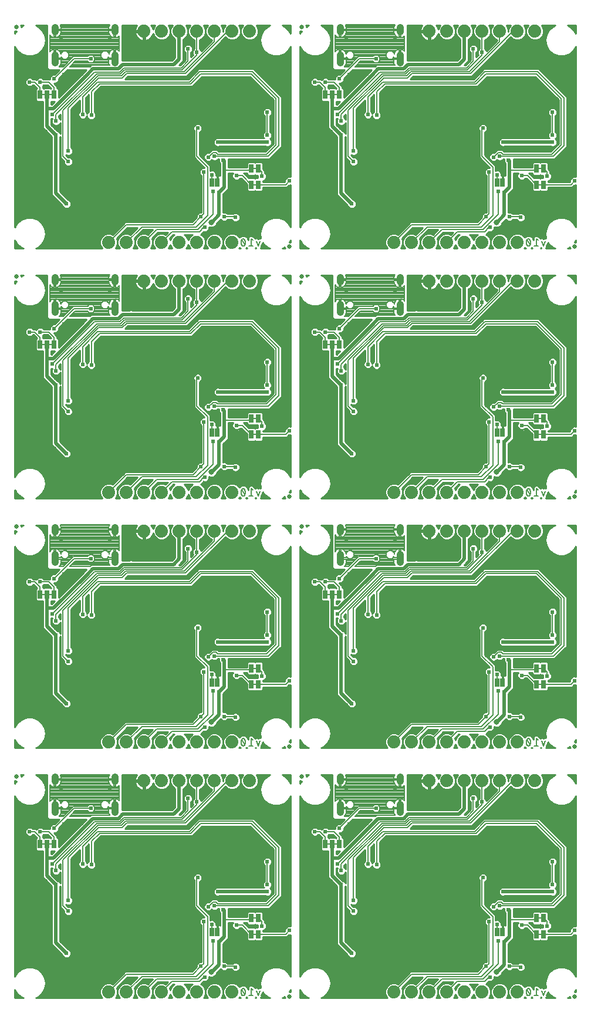
<source format=gbl>
G75*
%MOIN*%
%OFA0B0*%
%FSLAX25Y25*%
%IPPOS*%
%LPD*%
%AMOC8*
5,1,8,0,0,1.08239X$1,22.5*
%
%ADD10C,0.00800*%
%ADD11R,0.02500X0.05000*%
%ADD12R,0.01600X0.01000*%
%ADD13C,0.02500*%
%ADD14C,0.07400*%
%ADD15C,0.03937*%
%ADD16C,0.02000*%
%ADD17C,0.02400*%
%ADD18C,0.03200*%
%ADD19C,0.00600*%
%ADD20C,0.01000*%
D10*
X0070161Y0143550D02*
X0070350Y0143740D01*
X0070719Y0144291D01*
X0070973Y0144904D01*
X0071102Y0145555D01*
X0071102Y0147652D01*
X0068134Y0147652D01*
X0068134Y0148452D01*
X0071102Y0148452D01*
X0071102Y0149177D01*
X0072420Y0147859D01*
X0074308Y0147859D01*
X0075643Y0149195D01*
X0075643Y0151083D01*
X0074308Y0152418D01*
X0072420Y0152418D01*
X0071084Y0151083D01*
X0071084Y0150640D01*
X0070973Y0151200D01*
X0070719Y0151813D01*
X0070350Y0152365D01*
X0069881Y0152834D01*
X0069330Y0153203D01*
X0068716Y0153457D01*
X0068134Y0153573D01*
X0068134Y0148452D01*
X0067334Y0148452D01*
X0067334Y0153573D01*
X0066751Y0153457D01*
X0066138Y0153203D01*
X0065587Y0152834D01*
X0065117Y0152365D01*
X0064842Y0151952D01*
X0064842Y0161593D01*
X0065117Y0161181D01*
X0065587Y0160711D01*
X0066138Y0160343D01*
X0066751Y0160089D01*
X0067334Y0159973D01*
X0067334Y0164109D01*
X0068134Y0164109D01*
X0068134Y0164909D01*
X0071102Y0164909D01*
X0071102Y0166022D01*
X0070973Y0166673D01*
X0070734Y0167250D01*
X0098750Y0167250D01*
X0098511Y0166673D01*
X0098381Y0166022D01*
X0098381Y0164909D01*
X0101350Y0164909D01*
X0101350Y0164109D01*
X0102150Y0164109D01*
X0102150Y0159973D01*
X0102732Y0160089D01*
X0103345Y0160343D01*
X0103897Y0160711D01*
X0104342Y0161156D01*
X0104342Y0152389D01*
X0103897Y0152834D01*
X0103345Y0153203D01*
X0102732Y0153457D01*
X0102150Y0153573D01*
X0102150Y0148452D01*
X0101350Y0148452D01*
X0101350Y0147652D01*
X0098381Y0147652D01*
X0098381Y0145555D01*
X0098511Y0144904D01*
X0098765Y0144291D01*
X0098792Y0144250D01*
X0088522Y0144250D01*
X0087822Y0143550D01*
X0076080Y0143550D01*
X0079180Y0146650D01*
X0086331Y0146650D01*
X0087231Y0145750D01*
X0089053Y0145750D01*
X0090342Y0147039D01*
X0090342Y0148861D01*
X0089053Y0150150D01*
X0087231Y0150150D01*
X0086331Y0149250D01*
X0078103Y0149250D01*
X0072403Y0143550D01*
X0070161Y0143550D01*
X0070627Y0144153D02*
X0073007Y0144153D01*
X0073805Y0144952D02*
X0070982Y0144952D01*
X0071102Y0145751D02*
X0074604Y0145751D01*
X0075402Y0146549D02*
X0071102Y0146549D01*
X0071102Y0147348D02*
X0076201Y0147348D01*
X0076999Y0148146D02*
X0074595Y0148146D01*
X0075393Y0148945D02*
X0077798Y0148945D01*
X0075643Y0149743D02*
X0086824Y0149743D01*
X0089460Y0149743D02*
X0093840Y0149743D01*
X0093840Y0149195D02*
X0095176Y0147859D01*
X0097064Y0147859D01*
X0098381Y0149177D01*
X0098381Y0148452D01*
X0101350Y0148452D01*
X0101350Y0153573D01*
X0100767Y0153457D01*
X0100154Y0153203D01*
X0099602Y0152834D01*
X0099133Y0152365D01*
X0098765Y0151813D01*
X0098511Y0151200D01*
X0098399Y0150640D01*
X0098399Y0151083D01*
X0097064Y0152418D01*
X0095176Y0152418D01*
X0093840Y0151083D01*
X0093840Y0149195D01*
X0094090Y0148945D02*
X0090259Y0148945D01*
X0090342Y0148146D02*
X0094889Y0148146D01*
X0097351Y0148146D02*
X0101350Y0148146D01*
X0101350Y0148945D02*
X0102150Y0148945D01*
X0102150Y0149743D02*
X0101350Y0149743D01*
X0101350Y0150542D02*
X0102150Y0150542D01*
X0102150Y0151340D02*
X0101350Y0151340D01*
X0101350Y0152139D02*
X0102150Y0152139D01*
X0102150Y0152937D02*
X0101350Y0152937D01*
X0099756Y0152937D02*
X0069727Y0152937D01*
X0070502Y0152139D02*
X0072140Y0152139D01*
X0071341Y0151340D02*
X0070915Y0151340D01*
X0071102Y0148945D02*
X0071335Y0148945D01*
X0072133Y0148146D02*
X0068134Y0148146D01*
X0068134Y0148945D02*
X0067334Y0148945D01*
X0067334Y0149743D02*
X0068134Y0149743D01*
X0068134Y0150542D02*
X0067334Y0150542D01*
X0067334Y0151340D02*
X0068134Y0151340D01*
X0068134Y0152139D02*
X0067334Y0152139D01*
X0067334Y0152937D02*
X0068134Y0152937D01*
X0065741Y0152937D02*
X0064842Y0152937D01*
X0064842Y0152139D02*
X0064966Y0152139D01*
X0064842Y0153736D02*
X0104342Y0153736D01*
X0104342Y0154534D02*
X0064842Y0154534D01*
X0064842Y0155333D02*
X0104342Y0155333D01*
X0104342Y0156131D02*
X0064842Y0156131D01*
X0064842Y0156930D02*
X0104342Y0156930D01*
X0104342Y0157728D02*
X0064842Y0157728D01*
X0064842Y0158527D02*
X0104342Y0158527D01*
X0104342Y0159325D02*
X0064842Y0159325D01*
X0064842Y0160124D02*
X0066667Y0160124D01*
X0067334Y0160124D02*
X0068134Y0160124D01*
X0068134Y0159973D02*
X0068716Y0160089D01*
X0069330Y0160343D01*
X0069881Y0160711D01*
X0070350Y0161181D01*
X0070719Y0161732D01*
X0070973Y0162345D01*
X0071102Y0162996D01*
X0071102Y0164109D01*
X0068134Y0164109D01*
X0068134Y0159973D01*
X0068801Y0160124D02*
X0100683Y0160124D01*
X0100767Y0160089D02*
X0101350Y0159973D01*
X0101350Y0164109D01*
X0098381Y0164109D01*
X0098381Y0162996D01*
X0098511Y0162345D01*
X0098765Y0161732D01*
X0099133Y0161181D01*
X0099602Y0160711D01*
X0100154Y0160343D01*
X0100767Y0160089D01*
X0101350Y0160124D02*
X0102150Y0160124D01*
X0102816Y0160124D02*
X0104342Y0160124D01*
X0104342Y0160922D02*
X0104108Y0160922D01*
X0102150Y0160922D02*
X0101350Y0160922D01*
X0101350Y0161721D02*
X0102150Y0161721D01*
X0102150Y0162519D02*
X0101350Y0162519D01*
X0101350Y0163318D02*
X0102150Y0163318D01*
X0101350Y0164116D02*
X0068134Y0164116D01*
X0068134Y0163318D02*
X0067334Y0163318D01*
X0067334Y0162519D02*
X0068134Y0162519D01*
X0068134Y0161721D02*
X0067334Y0161721D01*
X0067334Y0160922D02*
X0068134Y0160922D01*
X0070092Y0160922D02*
X0099392Y0160922D01*
X0098772Y0161721D02*
X0070711Y0161721D01*
X0071008Y0162519D02*
X0098476Y0162519D01*
X0098381Y0163318D02*
X0071102Y0163318D01*
X0071102Y0164915D02*
X0098381Y0164915D01*
X0098381Y0165713D02*
X0071102Y0165713D01*
X0071005Y0166512D02*
X0098479Y0166512D01*
X0098982Y0152139D02*
X0097344Y0152139D01*
X0098142Y0151340D02*
X0098569Y0151340D01*
X0098381Y0148945D02*
X0098149Y0148945D01*
X0098381Y0147348D02*
X0090342Y0147348D01*
X0089852Y0146549D02*
X0098381Y0146549D01*
X0098381Y0145751D02*
X0089054Y0145751D01*
X0088426Y0144153D02*
X0076684Y0144153D01*
X0077482Y0144952D02*
X0098501Y0144952D01*
X0094896Y0152139D02*
X0074588Y0152139D01*
X0075386Y0151340D02*
X0094097Y0151340D01*
X0093840Y0150542D02*
X0075643Y0150542D01*
X0079079Y0146549D02*
X0086431Y0146549D01*
X0087230Y0145751D02*
X0078281Y0145751D01*
X0065376Y0160922D02*
X0064842Y0160922D01*
X0103743Y0152937D02*
X0104342Y0152937D01*
X0175500Y0184133D02*
X0175548Y0184235D01*
X0175592Y0184338D01*
X0175633Y0184442D01*
X0175670Y0184548D01*
X0175704Y0184655D01*
X0175734Y0184763D01*
X0175761Y0184872D01*
X0175785Y0184981D01*
X0175805Y0185092D01*
X0175821Y0185203D01*
X0175834Y0185314D01*
X0175843Y0185426D01*
X0175848Y0185538D01*
X0175850Y0185650D01*
X0173517Y0185650D02*
X0173519Y0185762D01*
X0173524Y0185874D01*
X0173533Y0185986D01*
X0173546Y0186097D01*
X0173562Y0186208D01*
X0173582Y0186319D01*
X0173606Y0186428D01*
X0173633Y0186537D01*
X0173663Y0186645D01*
X0173697Y0186752D01*
X0173734Y0186858D01*
X0173775Y0186962D01*
X0173819Y0187065D01*
X0173867Y0187167D01*
X0173750Y0186817D02*
X0175617Y0184483D01*
X0174683Y0183550D02*
X0174627Y0183552D01*
X0174571Y0183557D01*
X0174515Y0183567D01*
X0174460Y0183579D01*
X0174406Y0183596D01*
X0174354Y0183615D01*
X0174302Y0183639D01*
X0174252Y0183665D01*
X0174205Y0183695D01*
X0174159Y0183727D01*
X0174115Y0183763D01*
X0174074Y0183802D01*
X0174035Y0183843D01*
X0174000Y0183886D01*
X0173967Y0183932D01*
X0173937Y0183980D01*
X0173910Y0184029D01*
X0173887Y0184080D01*
X0173867Y0184133D01*
X0174683Y0183550D02*
X0174739Y0183552D01*
X0174795Y0183557D01*
X0174851Y0183567D01*
X0174906Y0183579D01*
X0174960Y0183596D01*
X0175012Y0183615D01*
X0175064Y0183639D01*
X0175114Y0183665D01*
X0175161Y0183695D01*
X0175207Y0183727D01*
X0175251Y0183763D01*
X0175292Y0183802D01*
X0175331Y0183843D01*
X0175366Y0183886D01*
X0175399Y0183932D01*
X0175429Y0183980D01*
X0175456Y0184029D01*
X0175479Y0184080D01*
X0175499Y0184133D01*
X0173867Y0184133D02*
X0173819Y0184235D01*
X0173775Y0184338D01*
X0173734Y0184442D01*
X0173697Y0184548D01*
X0173663Y0184655D01*
X0173633Y0184763D01*
X0173606Y0184872D01*
X0173582Y0184981D01*
X0173562Y0185092D01*
X0173546Y0185203D01*
X0173533Y0185314D01*
X0173524Y0185426D01*
X0173519Y0185538D01*
X0173517Y0185650D01*
X0175850Y0185650D02*
X0175848Y0185762D01*
X0175843Y0185874D01*
X0175834Y0185986D01*
X0175821Y0186097D01*
X0175805Y0186208D01*
X0175785Y0186319D01*
X0175761Y0186428D01*
X0175734Y0186537D01*
X0175704Y0186645D01*
X0175670Y0186752D01*
X0175633Y0186858D01*
X0175592Y0186962D01*
X0175548Y0187065D01*
X0175500Y0187167D01*
X0175499Y0187167D02*
X0175479Y0187220D01*
X0175456Y0187271D01*
X0175429Y0187320D01*
X0175399Y0187368D01*
X0175366Y0187414D01*
X0175331Y0187457D01*
X0175292Y0187498D01*
X0175251Y0187537D01*
X0175207Y0187572D01*
X0175161Y0187605D01*
X0175114Y0187635D01*
X0175064Y0187661D01*
X0175012Y0187685D01*
X0174960Y0187704D01*
X0174906Y0187721D01*
X0174851Y0187733D01*
X0174795Y0187743D01*
X0174739Y0187748D01*
X0174683Y0187750D01*
X0174627Y0187748D01*
X0174571Y0187743D01*
X0174515Y0187733D01*
X0174460Y0187721D01*
X0174406Y0187704D01*
X0174354Y0187685D01*
X0174302Y0187661D01*
X0174252Y0187635D01*
X0174205Y0187605D01*
X0174159Y0187573D01*
X0174115Y0187537D01*
X0174074Y0187498D01*
X0174035Y0187457D01*
X0174000Y0187414D01*
X0173967Y0187368D01*
X0173937Y0187320D01*
X0173910Y0187271D01*
X0173887Y0187220D01*
X0173867Y0187167D01*
X0179183Y0187750D02*
X0179183Y0183550D01*
X0178017Y0183550D02*
X0180350Y0183550D01*
X0183233Y0183550D02*
X0182300Y0186350D01*
X0184167Y0186350D02*
X0183233Y0183550D01*
X0180350Y0186817D02*
X0179183Y0187750D01*
X0226842Y0161593D02*
X0226842Y0151952D01*
X0227117Y0152365D01*
X0227587Y0152834D01*
X0228138Y0153203D01*
X0228751Y0153457D01*
X0229334Y0153573D01*
X0229334Y0148452D01*
X0230134Y0148452D01*
X0233102Y0148452D01*
X0233102Y0149177D01*
X0234420Y0147859D01*
X0236308Y0147859D01*
X0237643Y0149195D01*
X0237643Y0151083D01*
X0236308Y0152418D01*
X0234420Y0152418D01*
X0233084Y0151083D01*
X0233084Y0150640D01*
X0232973Y0151200D01*
X0232719Y0151813D01*
X0232350Y0152365D01*
X0231881Y0152834D01*
X0231330Y0153203D01*
X0230716Y0153457D01*
X0230134Y0153573D01*
X0230134Y0148452D01*
X0230134Y0147652D01*
X0233102Y0147652D01*
X0233102Y0145555D01*
X0232973Y0144904D01*
X0232719Y0144291D01*
X0232350Y0143740D01*
X0232161Y0143550D01*
X0234403Y0143550D01*
X0240103Y0149250D01*
X0248331Y0149250D01*
X0249231Y0150150D01*
X0251053Y0150150D01*
X0252342Y0148861D01*
X0252342Y0147039D01*
X0251053Y0145750D01*
X0249231Y0145750D01*
X0248331Y0146650D01*
X0241180Y0146650D01*
X0238080Y0143550D01*
X0249822Y0143550D01*
X0250522Y0144250D01*
X0260792Y0144250D01*
X0260765Y0144291D01*
X0260511Y0144904D01*
X0260381Y0145555D01*
X0260381Y0147652D01*
X0263350Y0147652D01*
X0263350Y0148452D01*
X0260381Y0148452D01*
X0260381Y0149177D01*
X0259064Y0147859D01*
X0257176Y0147859D01*
X0255840Y0149195D01*
X0255840Y0151083D01*
X0257176Y0152418D01*
X0259064Y0152418D01*
X0260399Y0151083D01*
X0260399Y0150640D01*
X0260511Y0151200D01*
X0260765Y0151813D01*
X0261133Y0152365D01*
X0261602Y0152834D01*
X0262154Y0153203D01*
X0262767Y0153457D01*
X0263350Y0153573D01*
X0263350Y0148452D01*
X0264150Y0148452D01*
X0264150Y0153573D01*
X0264732Y0153457D01*
X0265345Y0153203D01*
X0265897Y0152834D01*
X0266342Y0152389D01*
X0266342Y0161156D01*
X0265897Y0160711D01*
X0265345Y0160343D01*
X0264732Y0160089D01*
X0264150Y0159973D01*
X0264150Y0164109D01*
X0263350Y0164109D01*
X0263350Y0159973D01*
X0262767Y0160089D01*
X0262154Y0160343D01*
X0261602Y0160711D01*
X0261133Y0161181D01*
X0260765Y0161732D01*
X0260511Y0162345D01*
X0260381Y0162996D01*
X0260381Y0164109D01*
X0263350Y0164109D01*
X0263350Y0164909D01*
X0260381Y0164909D01*
X0260381Y0166022D01*
X0260511Y0166673D01*
X0260750Y0167250D01*
X0232734Y0167250D01*
X0232973Y0166673D01*
X0233102Y0166022D01*
X0233102Y0164909D01*
X0230134Y0164909D01*
X0230134Y0164109D01*
X0233102Y0164109D01*
X0233102Y0162996D01*
X0232973Y0162345D01*
X0232719Y0161732D01*
X0232350Y0161181D01*
X0231881Y0160711D01*
X0231330Y0160343D01*
X0230716Y0160089D01*
X0230134Y0159973D01*
X0230134Y0164109D01*
X0229334Y0164109D01*
X0229334Y0159973D01*
X0228751Y0160089D01*
X0228138Y0160343D01*
X0227587Y0160711D01*
X0227117Y0161181D01*
X0226842Y0161593D01*
X0226842Y0160922D02*
X0227376Y0160922D01*
X0226842Y0160124D02*
X0228667Y0160124D01*
X0229334Y0160124D02*
X0230134Y0160124D01*
X0230801Y0160124D02*
X0262683Y0160124D01*
X0263350Y0160124D02*
X0264150Y0160124D01*
X0264816Y0160124D02*
X0266342Y0160124D01*
X0266342Y0160922D02*
X0266108Y0160922D01*
X0266342Y0159325D02*
X0226842Y0159325D01*
X0226842Y0158527D02*
X0266342Y0158527D01*
X0266342Y0157728D02*
X0226842Y0157728D01*
X0226842Y0156930D02*
X0266342Y0156930D01*
X0266342Y0156131D02*
X0226842Y0156131D01*
X0226842Y0155333D02*
X0266342Y0155333D01*
X0266342Y0154534D02*
X0226842Y0154534D01*
X0226842Y0153736D02*
X0266342Y0153736D01*
X0266342Y0152937D02*
X0265743Y0152937D01*
X0264150Y0152937D02*
X0263350Y0152937D01*
X0263350Y0152139D02*
X0264150Y0152139D01*
X0264150Y0151340D02*
X0263350Y0151340D01*
X0263350Y0150542D02*
X0264150Y0150542D01*
X0264150Y0149743D02*
X0263350Y0149743D01*
X0263350Y0148945D02*
X0264150Y0148945D01*
X0263350Y0148146D02*
X0259351Y0148146D01*
X0260149Y0148945D02*
X0260381Y0148945D01*
X0260381Y0147348D02*
X0252342Y0147348D01*
X0252342Y0148146D02*
X0256889Y0148146D01*
X0256090Y0148945D02*
X0252259Y0148945D01*
X0251460Y0149743D02*
X0255840Y0149743D01*
X0255840Y0150542D02*
X0237643Y0150542D01*
X0237643Y0149743D02*
X0248824Y0149743D01*
X0248431Y0146549D02*
X0241079Y0146549D01*
X0240281Y0145751D02*
X0249230Y0145751D01*
X0251054Y0145751D02*
X0260381Y0145751D01*
X0260381Y0146549D02*
X0251852Y0146549D01*
X0250426Y0144153D02*
X0238684Y0144153D01*
X0239482Y0144952D02*
X0260501Y0144952D01*
X0260569Y0151340D02*
X0260142Y0151340D01*
X0259344Y0152139D02*
X0260982Y0152139D01*
X0261756Y0152937D02*
X0231727Y0152937D01*
X0232502Y0152139D02*
X0234140Y0152139D01*
X0233341Y0151340D02*
X0232915Y0151340D01*
X0233102Y0148945D02*
X0233335Y0148945D01*
X0234133Y0148146D02*
X0230134Y0148146D01*
X0230134Y0148945D02*
X0229334Y0148945D01*
X0229334Y0149743D02*
X0230134Y0149743D01*
X0230134Y0150542D02*
X0229334Y0150542D01*
X0229334Y0151340D02*
X0230134Y0151340D01*
X0230134Y0152139D02*
X0229334Y0152139D01*
X0229334Y0152937D02*
X0230134Y0152937D01*
X0227741Y0152937D02*
X0226842Y0152937D01*
X0226842Y0152139D02*
X0226966Y0152139D01*
X0229334Y0160922D02*
X0230134Y0160922D01*
X0230134Y0161721D02*
X0229334Y0161721D01*
X0229334Y0162519D02*
X0230134Y0162519D01*
X0230134Y0163318D02*
X0229334Y0163318D01*
X0230134Y0164116D02*
X0263350Y0164116D01*
X0263350Y0163318D02*
X0264150Y0163318D01*
X0264150Y0162519D02*
X0263350Y0162519D01*
X0263350Y0161721D02*
X0264150Y0161721D01*
X0264150Y0160922D02*
X0263350Y0160922D01*
X0261392Y0160922D02*
X0232092Y0160922D01*
X0232711Y0161721D02*
X0260772Y0161721D01*
X0260476Y0162519D02*
X0233008Y0162519D01*
X0233102Y0163318D02*
X0260381Y0163318D01*
X0260381Y0164915D02*
X0233102Y0164915D01*
X0233102Y0165713D02*
X0260381Y0165713D01*
X0260479Y0166512D02*
X0233005Y0166512D01*
X0236588Y0152139D02*
X0256896Y0152139D01*
X0256097Y0151340D02*
X0237386Y0151340D01*
X0237393Y0148945D02*
X0239798Y0148945D01*
X0238999Y0148146D02*
X0236595Y0148146D01*
X0237402Y0146549D02*
X0233102Y0146549D01*
X0233102Y0145751D02*
X0236604Y0145751D01*
X0235805Y0144952D02*
X0232982Y0144952D01*
X0232627Y0144153D02*
X0235007Y0144153D01*
X0233102Y0147348D02*
X0238201Y0147348D01*
X0184167Y0044450D02*
X0183233Y0041650D01*
X0182300Y0044450D01*
X0180350Y0044917D02*
X0179183Y0045850D01*
X0179183Y0041650D01*
X0178017Y0041650D02*
X0180350Y0041650D01*
X0173867Y0042233D02*
X0173819Y0042335D01*
X0173775Y0042438D01*
X0173734Y0042542D01*
X0173697Y0042648D01*
X0173663Y0042755D01*
X0173633Y0042863D01*
X0173606Y0042972D01*
X0173582Y0043081D01*
X0173562Y0043192D01*
X0173546Y0043303D01*
X0173533Y0043414D01*
X0173524Y0043526D01*
X0173519Y0043638D01*
X0173517Y0043750D01*
X0175850Y0043750D02*
X0175848Y0043862D01*
X0175843Y0043974D01*
X0175834Y0044086D01*
X0175821Y0044197D01*
X0175805Y0044308D01*
X0175785Y0044419D01*
X0175761Y0044528D01*
X0175734Y0044637D01*
X0175704Y0044745D01*
X0175670Y0044852D01*
X0175633Y0044958D01*
X0175592Y0045062D01*
X0175548Y0045165D01*
X0175500Y0045267D01*
X0175499Y0045267D02*
X0175479Y0045320D01*
X0175456Y0045371D01*
X0175429Y0045420D01*
X0175399Y0045468D01*
X0175366Y0045514D01*
X0175331Y0045557D01*
X0175292Y0045598D01*
X0175251Y0045637D01*
X0175207Y0045672D01*
X0175161Y0045705D01*
X0175114Y0045735D01*
X0175064Y0045761D01*
X0175012Y0045785D01*
X0174960Y0045804D01*
X0174906Y0045821D01*
X0174851Y0045833D01*
X0174795Y0045843D01*
X0174739Y0045848D01*
X0174683Y0045850D01*
X0174627Y0045848D01*
X0174571Y0045843D01*
X0174515Y0045833D01*
X0174460Y0045821D01*
X0174406Y0045804D01*
X0174354Y0045785D01*
X0174302Y0045761D01*
X0174252Y0045735D01*
X0174205Y0045705D01*
X0174159Y0045673D01*
X0174115Y0045637D01*
X0174074Y0045598D01*
X0174035Y0045557D01*
X0174000Y0045514D01*
X0173967Y0045468D01*
X0173937Y0045420D01*
X0173910Y0045371D01*
X0173887Y0045320D01*
X0173867Y0045267D01*
X0173750Y0044917D02*
X0175617Y0042583D01*
X0174683Y0041650D02*
X0174627Y0041652D01*
X0174571Y0041657D01*
X0174515Y0041667D01*
X0174460Y0041679D01*
X0174406Y0041696D01*
X0174354Y0041715D01*
X0174302Y0041739D01*
X0174252Y0041765D01*
X0174205Y0041795D01*
X0174159Y0041827D01*
X0174115Y0041863D01*
X0174074Y0041902D01*
X0174035Y0041943D01*
X0174000Y0041986D01*
X0173967Y0042032D01*
X0173937Y0042080D01*
X0173910Y0042129D01*
X0173887Y0042180D01*
X0173867Y0042233D01*
X0174683Y0041650D02*
X0174739Y0041652D01*
X0174795Y0041657D01*
X0174851Y0041667D01*
X0174906Y0041679D01*
X0174960Y0041696D01*
X0175012Y0041715D01*
X0175064Y0041739D01*
X0175114Y0041765D01*
X0175161Y0041795D01*
X0175207Y0041827D01*
X0175251Y0041863D01*
X0175292Y0041902D01*
X0175331Y0041943D01*
X0175366Y0041986D01*
X0175399Y0042032D01*
X0175429Y0042080D01*
X0175456Y0042129D01*
X0175479Y0042180D01*
X0175499Y0042233D01*
X0173517Y0043750D02*
X0173519Y0043862D01*
X0173524Y0043974D01*
X0173533Y0044086D01*
X0173546Y0044197D01*
X0173562Y0044308D01*
X0173582Y0044419D01*
X0173606Y0044528D01*
X0173633Y0044637D01*
X0173663Y0044745D01*
X0173697Y0044852D01*
X0173734Y0044958D01*
X0173775Y0045062D01*
X0173819Y0045165D01*
X0173867Y0045267D01*
X0175850Y0043750D02*
X0175848Y0043638D01*
X0175843Y0043526D01*
X0175834Y0043414D01*
X0175821Y0043303D01*
X0175805Y0043192D01*
X0175785Y0043081D01*
X0175761Y0042972D01*
X0175734Y0042863D01*
X0175704Y0042755D01*
X0175670Y0042648D01*
X0175633Y0042542D01*
X0175592Y0042438D01*
X0175548Y0042335D01*
X0175500Y0042233D01*
X0232161Y0285450D02*
X0232350Y0285640D01*
X0232719Y0286191D01*
X0232973Y0286804D01*
X0233102Y0287455D01*
X0233102Y0289552D01*
X0230134Y0289552D01*
X0230134Y0290352D01*
X0233102Y0290352D01*
X0233102Y0291077D01*
X0234420Y0289759D01*
X0236308Y0289759D01*
X0237643Y0291095D01*
X0237643Y0292983D01*
X0236308Y0294318D01*
X0234420Y0294318D01*
X0233084Y0292983D01*
X0233084Y0292540D01*
X0232973Y0293100D01*
X0232719Y0293713D01*
X0232350Y0294265D01*
X0231881Y0294734D01*
X0231330Y0295103D01*
X0230716Y0295357D01*
X0230134Y0295473D01*
X0230134Y0290352D01*
X0229334Y0290352D01*
X0229334Y0295473D01*
X0228751Y0295357D01*
X0228138Y0295103D01*
X0227587Y0294734D01*
X0227117Y0294265D01*
X0226842Y0293852D01*
X0226842Y0303493D01*
X0227117Y0303081D01*
X0227587Y0302611D01*
X0228138Y0302243D01*
X0228751Y0301989D01*
X0229334Y0301873D01*
X0229334Y0306009D01*
X0230134Y0306009D01*
X0230134Y0306809D01*
X0233102Y0306809D01*
X0233102Y0307922D01*
X0232973Y0308573D01*
X0232734Y0309150D01*
X0260750Y0309150D01*
X0260511Y0308573D01*
X0260381Y0307922D01*
X0260381Y0306809D01*
X0263350Y0306809D01*
X0263350Y0306009D01*
X0264150Y0306009D01*
X0264150Y0301873D01*
X0264732Y0301989D01*
X0265345Y0302243D01*
X0265897Y0302611D01*
X0266342Y0303056D01*
X0266342Y0294289D01*
X0265897Y0294734D01*
X0265345Y0295103D01*
X0264732Y0295357D01*
X0264150Y0295473D01*
X0264150Y0290352D01*
X0263350Y0290352D01*
X0263350Y0289552D01*
X0260381Y0289552D01*
X0260381Y0287455D01*
X0260511Y0286804D01*
X0260765Y0286191D01*
X0260792Y0286150D01*
X0250522Y0286150D01*
X0249822Y0285450D01*
X0238080Y0285450D01*
X0241180Y0288550D01*
X0248331Y0288550D01*
X0249231Y0287650D01*
X0251053Y0287650D01*
X0252342Y0288939D01*
X0252342Y0290761D01*
X0251053Y0292050D01*
X0249231Y0292050D01*
X0248331Y0291150D01*
X0240103Y0291150D01*
X0234403Y0285450D01*
X0232161Y0285450D01*
X0232201Y0285490D02*
X0234443Y0285490D01*
X0235242Y0286289D02*
X0232759Y0286289D01*
X0233029Y0287087D02*
X0236040Y0287087D01*
X0236839Y0287886D02*
X0233102Y0287886D01*
X0233102Y0288684D02*
X0237637Y0288684D01*
X0238436Y0289483D02*
X0233102Y0289483D01*
X0233898Y0290281D02*
X0230134Y0290281D01*
X0230134Y0291080D02*
X0229334Y0291080D01*
X0229334Y0291878D02*
X0230134Y0291878D01*
X0230134Y0292677D02*
X0229334Y0292677D01*
X0229334Y0293475D02*
X0230134Y0293475D01*
X0230134Y0294274D02*
X0229334Y0294274D01*
X0229334Y0295072D02*
X0230134Y0295072D01*
X0231375Y0295072D02*
X0262108Y0295072D01*
X0262154Y0295103D02*
X0261602Y0294734D01*
X0261133Y0294265D01*
X0260765Y0293713D01*
X0260511Y0293100D01*
X0260399Y0292540D01*
X0260399Y0292983D01*
X0259064Y0294318D01*
X0257176Y0294318D01*
X0255840Y0292983D01*
X0255840Y0291095D01*
X0257176Y0289759D01*
X0259064Y0289759D01*
X0260381Y0291077D01*
X0260381Y0290352D01*
X0263350Y0290352D01*
X0263350Y0295473D01*
X0262767Y0295357D01*
X0262154Y0295103D01*
X0263350Y0295072D02*
X0264150Y0295072D01*
X0264150Y0294274D02*
X0263350Y0294274D01*
X0263350Y0293475D02*
X0264150Y0293475D01*
X0264150Y0292677D02*
X0263350Y0292677D01*
X0263350Y0291878D02*
X0264150Y0291878D01*
X0264150Y0291080D02*
X0263350Y0291080D01*
X0263350Y0290281D02*
X0259586Y0290281D01*
X0260381Y0289483D02*
X0252342Y0289483D01*
X0252342Y0290281D02*
X0256654Y0290281D01*
X0255855Y0291080D02*
X0252023Y0291080D01*
X0251225Y0291878D02*
X0255840Y0291878D01*
X0255840Y0292677D02*
X0237643Y0292677D01*
X0237643Y0291878D02*
X0249059Y0291878D01*
X0248995Y0287886D02*
X0240516Y0287886D01*
X0239717Y0287087D02*
X0260454Y0287087D01*
X0260381Y0287886D02*
X0251289Y0287886D01*
X0252087Y0288684D02*
X0260381Y0288684D01*
X0260724Y0286289D02*
X0238919Y0286289D01*
X0238120Y0285490D02*
X0249862Y0285490D01*
X0256332Y0293475D02*
X0237151Y0293475D01*
X0236353Y0294274D02*
X0257131Y0294274D01*
X0259109Y0294274D02*
X0261142Y0294274D01*
X0260666Y0293475D02*
X0259907Y0293475D01*
X0260399Y0292677D02*
X0260426Y0292677D01*
X0265391Y0295072D02*
X0266342Y0295072D01*
X0266342Y0295871D02*
X0226842Y0295871D01*
X0226842Y0296669D02*
X0266342Y0296669D01*
X0266342Y0297468D02*
X0226842Y0297468D01*
X0226842Y0298266D02*
X0266342Y0298266D01*
X0266342Y0299065D02*
X0226842Y0299065D01*
X0226842Y0299863D02*
X0266342Y0299863D01*
X0266342Y0300662D02*
X0226842Y0300662D01*
X0226842Y0301460D02*
X0266342Y0301460D01*
X0266342Y0302259D02*
X0265369Y0302259D01*
X0264150Y0302259D02*
X0263350Y0302259D01*
X0263350Y0301873D02*
X0263350Y0306009D01*
X0260381Y0306009D01*
X0260381Y0304896D01*
X0260511Y0304245D01*
X0260765Y0303632D01*
X0261133Y0303081D01*
X0261602Y0302611D01*
X0262154Y0302243D01*
X0262767Y0301989D01*
X0263350Y0301873D01*
X0263350Y0303057D02*
X0264150Y0303057D01*
X0264150Y0303856D02*
X0263350Y0303856D01*
X0263350Y0304654D02*
X0264150Y0304654D01*
X0264150Y0305453D02*
X0263350Y0305453D01*
X0263350Y0306251D02*
X0230134Y0306251D01*
X0230134Y0306009D02*
X0233102Y0306009D01*
X0233102Y0304896D01*
X0232973Y0304245D01*
X0232719Y0303632D01*
X0232350Y0303081D01*
X0231881Y0302611D01*
X0231330Y0302243D01*
X0230716Y0301989D01*
X0230134Y0301873D01*
X0230134Y0306009D01*
X0230134Y0305453D02*
X0229334Y0305453D01*
X0229334Y0304654D02*
X0230134Y0304654D01*
X0230134Y0303856D02*
X0229334Y0303856D01*
X0229334Y0303057D02*
X0230134Y0303057D01*
X0230134Y0302259D02*
X0229334Y0302259D01*
X0228115Y0302259D02*
X0226842Y0302259D01*
X0226842Y0303057D02*
X0227141Y0303057D01*
X0231353Y0302259D02*
X0262130Y0302259D01*
X0261157Y0303057D02*
X0232327Y0303057D01*
X0232812Y0303856D02*
X0260672Y0303856D01*
X0260429Y0304654D02*
X0233054Y0304654D01*
X0233102Y0305453D02*
X0260381Y0305453D01*
X0260381Y0307050D02*
X0233102Y0307050D01*
X0233102Y0307848D02*
X0260381Y0307848D01*
X0260541Y0308647D02*
X0232942Y0308647D01*
X0232342Y0294274D02*
X0234375Y0294274D01*
X0233576Y0293475D02*
X0232818Y0293475D01*
X0233057Y0292677D02*
X0233084Y0292677D01*
X0236830Y0290281D02*
X0239234Y0290281D01*
X0240033Y0291080D02*
X0237628Y0291080D01*
X0228092Y0295072D02*
X0226842Y0295072D01*
X0226842Y0294274D02*
X0227126Y0294274D01*
X0183233Y0325450D02*
X0182300Y0328250D01*
X0184167Y0328250D02*
X0183233Y0325450D01*
X0180350Y0325450D02*
X0178017Y0325450D01*
X0179183Y0325450D02*
X0179183Y0329650D01*
X0180350Y0328717D01*
X0173517Y0327550D02*
X0173519Y0327438D01*
X0173524Y0327326D01*
X0173533Y0327214D01*
X0173546Y0327103D01*
X0173562Y0326992D01*
X0173582Y0326881D01*
X0173606Y0326772D01*
X0173633Y0326663D01*
X0173663Y0326555D01*
X0173697Y0326448D01*
X0173734Y0326342D01*
X0173775Y0326238D01*
X0173819Y0326135D01*
X0173867Y0326033D01*
X0174683Y0325450D02*
X0174739Y0325452D01*
X0174795Y0325457D01*
X0174851Y0325467D01*
X0174906Y0325479D01*
X0174960Y0325496D01*
X0175012Y0325515D01*
X0175064Y0325539D01*
X0175114Y0325565D01*
X0175161Y0325595D01*
X0175207Y0325627D01*
X0175251Y0325663D01*
X0175292Y0325702D01*
X0175331Y0325743D01*
X0175366Y0325786D01*
X0175399Y0325832D01*
X0175429Y0325880D01*
X0175456Y0325929D01*
X0175479Y0325980D01*
X0175499Y0326033D01*
X0175617Y0326383D02*
X0173750Y0328717D01*
X0173867Y0329067D02*
X0173887Y0329120D01*
X0173910Y0329171D01*
X0173937Y0329220D01*
X0173967Y0329268D01*
X0174000Y0329314D01*
X0174035Y0329357D01*
X0174074Y0329398D01*
X0174115Y0329437D01*
X0174159Y0329473D01*
X0174205Y0329505D01*
X0174252Y0329535D01*
X0174302Y0329561D01*
X0174354Y0329585D01*
X0174406Y0329604D01*
X0174460Y0329621D01*
X0174515Y0329633D01*
X0174571Y0329643D01*
X0174627Y0329648D01*
X0174683Y0329650D01*
X0174739Y0329648D01*
X0174795Y0329643D01*
X0174851Y0329633D01*
X0174906Y0329621D01*
X0174960Y0329604D01*
X0175012Y0329585D01*
X0175064Y0329561D01*
X0175114Y0329535D01*
X0175161Y0329505D01*
X0175207Y0329472D01*
X0175251Y0329437D01*
X0175292Y0329398D01*
X0175331Y0329357D01*
X0175366Y0329314D01*
X0175399Y0329268D01*
X0175429Y0329220D01*
X0175456Y0329171D01*
X0175479Y0329120D01*
X0175499Y0329067D01*
X0173867Y0329067D02*
X0173819Y0328965D01*
X0173775Y0328862D01*
X0173734Y0328758D01*
X0173697Y0328652D01*
X0173663Y0328545D01*
X0173633Y0328437D01*
X0173606Y0328328D01*
X0173582Y0328219D01*
X0173562Y0328108D01*
X0173546Y0327997D01*
X0173533Y0327886D01*
X0173524Y0327774D01*
X0173519Y0327662D01*
X0173517Y0327550D01*
X0175850Y0327550D02*
X0175848Y0327662D01*
X0175843Y0327774D01*
X0175834Y0327886D01*
X0175821Y0327997D01*
X0175805Y0328108D01*
X0175785Y0328219D01*
X0175761Y0328328D01*
X0175734Y0328437D01*
X0175704Y0328545D01*
X0175670Y0328652D01*
X0175633Y0328758D01*
X0175592Y0328862D01*
X0175548Y0328965D01*
X0175500Y0329067D01*
X0173867Y0326033D02*
X0173887Y0325980D01*
X0173910Y0325929D01*
X0173937Y0325880D01*
X0173967Y0325832D01*
X0174000Y0325786D01*
X0174035Y0325743D01*
X0174074Y0325702D01*
X0174115Y0325663D01*
X0174159Y0325627D01*
X0174205Y0325595D01*
X0174252Y0325565D01*
X0174302Y0325539D01*
X0174354Y0325515D01*
X0174406Y0325496D01*
X0174460Y0325479D01*
X0174515Y0325467D01*
X0174571Y0325457D01*
X0174627Y0325452D01*
X0174683Y0325450D01*
X0175500Y0326033D02*
X0175548Y0326135D01*
X0175592Y0326238D01*
X0175633Y0326342D01*
X0175670Y0326448D01*
X0175704Y0326555D01*
X0175734Y0326663D01*
X0175761Y0326772D01*
X0175785Y0326881D01*
X0175805Y0326992D01*
X0175821Y0327103D01*
X0175834Y0327214D01*
X0175843Y0327326D01*
X0175848Y0327438D01*
X0175850Y0327550D01*
X0232161Y0427350D02*
X0232350Y0427540D01*
X0232719Y0428091D01*
X0232973Y0428704D01*
X0233102Y0429355D01*
X0233102Y0431452D01*
X0230134Y0431452D01*
X0230134Y0432252D01*
X0233102Y0432252D01*
X0233102Y0432977D01*
X0234420Y0431659D01*
X0236308Y0431659D01*
X0237643Y0432995D01*
X0237643Y0434883D01*
X0236308Y0436218D01*
X0234420Y0436218D01*
X0233084Y0434883D01*
X0233084Y0434440D01*
X0232973Y0435000D01*
X0232719Y0435613D01*
X0232350Y0436165D01*
X0231881Y0436634D01*
X0231330Y0437003D01*
X0230716Y0437257D01*
X0230134Y0437373D01*
X0230134Y0432252D01*
X0229334Y0432252D01*
X0229334Y0437373D01*
X0228751Y0437257D01*
X0228138Y0437003D01*
X0227587Y0436634D01*
X0227117Y0436165D01*
X0226842Y0435752D01*
X0226842Y0445393D01*
X0227117Y0444981D01*
X0227587Y0444511D01*
X0228138Y0444143D01*
X0228751Y0443889D01*
X0229334Y0443773D01*
X0229334Y0447909D01*
X0230134Y0447909D01*
X0230134Y0448709D01*
X0233102Y0448709D01*
X0233102Y0449822D01*
X0232973Y0450473D01*
X0232734Y0451050D01*
X0260750Y0451050D01*
X0260511Y0450473D01*
X0260381Y0449822D01*
X0260381Y0448709D01*
X0263350Y0448709D01*
X0263350Y0447909D01*
X0264150Y0447909D01*
X0264150Y0443773D01*
X0264732Y0443889D01*
X0265345Y0444143D01*
X0265897Y0444511D01*
X0266342Y0444956D01*
X0266342Y0436189D01*
X0265897Y0436634D01*
X0265345Y0437003D01*
X0264732Y0437257D01*
X0264150Y0437373D01*
X0264150Y0432252D01*
X0263350Y0432252D01*
X0263350Y0431452D01*
X0260381Y0431452D01*
X0260381Y0429355D01*
X0260511Y0428704D01*
X0260765Y0428091D01*
X0260792Y0428050D01*
X0250522Y0428050D01*
X0249822Y0427350D01*
X0238080Y0427350D01*
X0241180Y0430450D01*
X0248331Y0430450D01*
X0249231Y0429550D01*
X0251053Y0429550D01*
X0252342Y0430839D01*
X0252342Y0432661D01*
X0251053Y0433950D01*
X0249231Y0433950D01*
X0248331Y0433050D01*
X0240103Y0433050D01*
X0234403Y0427350D01*
X0232161Y0427350D01*
X0232407Y0427625D02*
X0234678Y0427625D01*
X0235477Y0428424D02*
X0232857Y0428424D01*
X0233076Y0429222D02*
X0236275Y0429222D01*
X0237074Y0430021D02*
X0233102Y0430021D01*
X0233102Y0430819D02*
X0237872Y0430819D01*
X0238671Y0431618D02*
X0230134Y0431618D01*
X0230134Y0432416D02*
X0229334Y0432416D01*
X0229334Y0433215D02*
X0230134Y0433215D01*
X0230134Y0434013D02*
X0229334Y0434013D01*
X0229334Y0434812D02*
X0230134Y0434812D01*
X0230134Y0435610D02*
X0229334Y0435610D01*
X0229334Y0436409D02*
X0230134Y0436409D01*
X0230134Y0437207D02*
X0229334Y0437207D01*
X0228632Y0437207D02*
X0226842Y0437207D01*
X0226842Y0436409D02*
X0227361Y0436409D01*
X0226842Y0438006D02*
X0266342Y0438006D01*
X0266342Y0438804D02*
X0226842Y0438804D01*
X0226842Y0439603D02*
X0266342Y0439603D01*
X0266342Y0440401D02*
X0226842Y0440401D01*
X0226842Y0441200D02*
X0266342Y0441200D01*
X0266342Y0441998D02*
X0226842Y0441998D01*
X0226842Y0442797D02*
X0266342Y0442797D01*
X0266342Y0443595D02*
X0226842Y0443595D01*
X0226842Y0444394D02*
X0227763Y0444394D01*
X0226976Y0445192D02*
X0226842Y0445192D01*
X0229334Y0445192D02*
X0230134Y0445192D01*
X0230134Y0444394D02*
X0229334Y0444394D01*
X0230134Y0443773D02*
X0230134Y0447909D01*
X0233102Y0447909D01*
X0233102Y0446796D01*
X0232973Y0446145D01*
X0232719Y0445532D01*
X0232350Y0444981D01*
X0231881Y0444511D01*
X0231330Y0444143D01*
X0230716Y0443889D01*
X0230134Y0443773D01*
X0231705Y0444394D02*
X0261779Y0444394D01*
X0261602Y0444511D02*
X0262154Y0444143D01*
X0262767Y0443889D01*
X0263350Y0443773D01*
X0263350Y0447909D01*
X0260381Y0447909D01*
X0260381Y0446796D01*
X0260511Y0446145D01*
X0260765Y0445532D01*
X0261133Y0444981D01*
X0261602Y0444511D01*
X0260992Y0445192D02*
X0232492Y0445192D01*
X0232909Y0445991D02*
X0260575Y0445991D01*
X0260383Y0446789D02*
X0233101Y0446789D01*
X0233102Y0447588D02*
X0260381Y0447588D01*
X0260381Y0449185D02*
X0233102Y0449185D01*
X0233070Y0449983D02*
X0260413Y0449983D01*
X0260639Y0450782D02*
X0232845Y0450782D01*
X0230134Y0448386D02*
X0263350Y0448386D01*
X0263350Y0447588D02*
X0264150Y0447588D01*
X0264150Y0446789D02*
X0263350Y0446789D01*
X0263350Y0445991D02*
X0264150Y0445991D01*
X0264150Y0445192D02*
X0263350Y0445192D01*
X0263350Y0444394D02*
X0264150Y0444394D01*
X0265721Y0444394D02*
X0266342Y0444394D01*
X0266342Y0437207D02*
X0264852Y0437207D01*
X0264150Y0437207D02*
X0263350Y0437207D01*
X0263350Y0437373D02*
X0262767Y0437257D01*
X0262154Y0437003D01*
X0261602Y0436634D01*
X0261133Y0436165D01*
X0260765Y0435613D01*
X0260511Y0435000D01*
X0260399Y0434440D01*
X0260399Y0434883D01*
X0259064Y0436218D01*
X0257176Y0436218D01*
X0255840Y0434883D01*
X0255840Y0432995D01*
X0257176Y0431659D01*
X0259064Y0431659D01*
X0260381Y0432977D01*
X0260381Y0432252D01*
X0263350Y0432252D01*
X0263350Y0437373D01*
X0262647Y0437207D02*
X0230836Y0437207D01*
X0232107Y0436409D02*
X0261377Y0436409D01*
X0260763Y0435610D02*
X0259672Y0435610D01*
X0260399Y0434812D02*
X0260473Y0434812D01*
X0260381Y0432416D02*
X0259821Y0432416D01*
X0260381Y0430819D02*
X0252322Y0430819D01*
X0252342Y0431618D02*
X0263350Y0431618D01*
X0263350Y0432416D02*
X0264150Y0432416D01*
X0264150Y0433215D02*
X0263350Y0433215D01*
X0263350Y0434013D02*
X0264150Y0434013D01*
X0264150Y0434812D02*
X0263350Y0434812D01*
X0263350Y0435610D02*
X0264150Y0435610D01*
X0264150Y0436409D02*
X0263350Y0436409D01*
X0266123Y0436409D02*
X0266342Y0436409D01*
X0260381Y0430021D02*
X0251524Y0430021D01*
X0252342Y0432416D02*
X0256419Y0432416D01*
X0255840Y0433215D02*
X0251788Y0433215D01*
X0248495Y0433215D02*
X0237643Y0433215D01*
X0237643Y0434013D02*
X0255840Y0434013D01*
X0255840Y0434812D02*
X0237643Y0434812D01*
X0236916Y0435610D02*
X0256567Y0435610D01*
X0260408Y0429222D02*
X0239952Y0429222D01*
X0239154Y0428424D02*
X0260627Y0428424D01*
X0250097Y0427625D02*
X0238355Y0427625D01*
X0240751Y0430021D02*
X0248760Y0430021D01*
X0239469Y0432416D02*
X0237065Y0432416D01*
X0233663Y0432416D02*
X0233102Y0432416D01*
X0233084Y0434812D02*
X0233010Y0434812D01*
X0232720Y0435610D02*
X0233811Y0435610D01*
X0230134Y0445991D02*
X0229334Y0445991D01*
X0229334Y0446789D02*
X0230134Y0446789D01*
X0230134Y0447588D02*
X0229334Y0447588D01*
X0183233Y0467350D02*
X0182300Y0470150D01*
X0184167Y0470150D02*
X0183233Y0467350D01*
X0180350Y0467350D02*
X0178017Y0467350D01*
X0179183Y0467350D02*
X0179183Y0471550D01*
X0180350Y0470617D01*
X0173517Y0469450D02*
X0173519Y0469338D01*
X0173524Y0469226D01*
X0173533Y0469114D01*
X0173546Y0469003D01*
X0173562Y0468892D01*
X0173582Y0468781D01*
X0173606Y0468672D01*
X0173633Y0468563D01*
X0173663Y0468455D01*
X0173697Y0468348D01*
X0173734Y0468242D01*
X0173775Y0468138D01*
X0173819Y0468035D01*
X0173867Y0467933D01*
X0174683Y0467350D02*
X0174739Y0467352D01*
X0174795Y0467357D01*
X0174851Y0467367D01*
X0174906Y0467379D01*
X0174960Y0467396D01*
X0175012Y0467415D01*
X0175064Y0467439D01*
X0175114Y0467465D01*
X0175161Y0467495D01*
X0175207Y0467527D01*
X0175251Y0467563D01*
X0175292Y0467602D01*
X0175331Y0467643D01*
X0175366Y0467686D01*
X0175399Y0467732D01*
X0175429Y0467780D01*
X0175456Y0467829D01*
X0175479Y0467880D01*
X0175499Y0467933D01*
X0175617Y0468283D02*
X0173750Y0470617D01*
X0173867Y0470967D02*
X0173887Y0471020D01*
X0173910Y0471071D01*
X0173937Y0471120D01*
X0173967Y0471168D01*
X0174000Y0471214D01*
X0174035Y0471257D01*
X0174074Y0471298D01*
X0174115Y0471337D01*
X0174159Y0471373D01*
X0174205Y0471405D01*
X0174252Y0471435D01*
X0174302Y0471461D01*
X0174354Y0471485D01*
X0174406Y0471504D01*
X0174460Y0471521D01*
X0174515Y0471533D01*
X0174571Y0471543D01*
X0174627Y0471548D01*
X0174683Y0471550D01*
X0174739Y0471548D01*
X0174795Y0471543D01*
X0174851Y0471533D01*
X0174906Y0471521D01*
X0174960Y0471504D01*
X0175012Y0471485D01*
X0175064Y0471461D01*
X0175114Y0471435D01*
X0175161Y0471405D01*
X0175207Y0471372D01*
X0175251Y0471337D01*
X0175292Y0471298D01*
X0175331Y0471257D01*
X0175366Y0471214D01*
X0175399Y0471168D01*
X0175429Y0471120D01*
X0175456Y0471071D01*
X0175479Y0471020D01*
X0175499Y0470967D01*
X0173867Y0470967D02*
X0173819Y0470865D01*
X0173775Y0470762D01*
X0173734Y0470658D01*
X0173697Y0470552D01*
X0173663Y0470445D01*
X0173633Y0470337D01*
X0173606Y0470228D01*
X0173582Y0470119D01*
X0173562Y0470008D01*
X0173546Y0469897D01*
X0173533Y0469786D01*
X0173524Y0469674D01*
X0173519Y0469562D01*
X0173517Y0469450D01*
X0175850Y0469450D02*
X0175848Y0469562D01*
X0175843Y0469674D01*
X0175834Y0469786D01*
X0175821Y0469897D01*
X0175805Y0470008D01*
X0175785Y0470119D01*
X0175761Y0470228D01*
X0175734Y0470337D01*
X0175704Y0470445D01*
X0175670Y0470552D01*
X0175633Y0470658D01*
X0175592Y0470762D01*
X0175548Y0470865D01*
X0175500Y0470967D01*
X0173867Y0467933D02*
X0173887Y0467880D01*
X0173910Y0467829D01*
X0173937Y0467780D01*
X0173967Y0467732D01*
X0174000Y0467686D01*
X0174035Y0467643D01*
X0174074Y0467602D01*
X0174115Y0467563D01*
X0174159Y0467527D01*
X0174205Y0467495D01*
X0174252Y0467465D01*
X0174302Y0467439D01*
X0174354Y0467415D01*
X0174406Y0467396D01*
X0174460Y0467379D01*
X0174515Y0467367D01*
X0174571Y0467357D01*
X0174627Y0467352D01*
X0174683Y0467350D01*
X0175500Y0467933D02*
X0175548Y0468035D01*
X0175592Y0468138D01*
X0175633Y0468242D01*
X0175670Y0468348D01*
X0175704Y0468455D01*
X0175734Y0468563D01*
X0175761Y0468672D01*
X0175785Y0468781D01*
X0175805Y0468892D01*
X0175821Y0469003D01*
X0175834Y0469114D01*
X0175843Y0469226D01*
X0175848Y0469338D01*
X0175850Y0469450D01*
X0232161Y0569250D02*
X0232350Y0569440D01*
X0232719Y0569991D01*
X0232973Y0570604D01*
X0233102Y0571255D01*
X0233102Y0573352D01*
X0230134Y0573352D01*
X0230134Y0574152D01*
X0233102Y0574152D01*
X0233102Y0574877D01*
X0234420Y0573559D01*
X0236308Y0573559D01*
X0237643Y0574895D01*
X0237643Y0576783D01*
X0236308Y0578118D01*
X0234420Y0578118D01*
X0233084Y0576783D01*
X0233084Y0576340D01*
X0232973Y0576900D01*
X0232719Y0577513D01*
X0232350Y0578065D01*
X0231881Y0578534D01*
X0231330Y0578903D01*
X0230716Y0579157D01*
X0230134Y0579273D01*
X0230134Y0574152D01*
X0229334Y0574152D01*
X0229334Y0579273D01*
X0228751Y0579157D01*
X0228138Y0578903D01*
X0227587Y0578534D01*
X0227117Y0578065D01*
X0226842Y0577652D01*
X0226842Y0587293D01*
X0227117Y0586881D01*
X0227587Y0586411D01*
X0228138Y0586043D01*
X0228751Y0585789D01*
X0229334Y0585673D01*
X0229334Y0589809D01*
X0230134Y0589809D01*
X0230134Y0590609D01*
X0233102Y0590609D01*
X0233102Y0591722D01*
X0232973Y0592373D01*
X0232734Y0592950D01*
X0260750Y0592950D01*
X0260511Y0592373D01*
X0260381Y0591722D01*
X0260381Y0590609D01*
X0263350Y0590609D01*
X0263350Y0589809D01*
X0264150Y0589809D01*
X0264150Y0585673D01*
X0264732Y0585789D01*
X0265345Y0586043D01*
X0265897Y0586411D01*
X0266342Y0586856D01*
X0266342Y0578089D01*
X0265897Y0578534D01*
X0265345Y0578903D01*
X0264732Y0579157D01*
X0264150Y0579273D01*
X0264150Y0574152D01*
X0263350Y0574152D01*
X0263350Y0573352D01*
X0260381Y0573352D01*
X0260381Y0571255D01*
X0260511Y0570604D01*
X0260765Y0569991D01*
X0260792Y0569950D01*
X0250522Y0569950D01*
X0249822Y0569250D01*
X0238080Y0569250D01*
X0241180Y0572350D01*
X0248331Y0572350D01*
X0249231Y0571450D01*
X0251053Y0571450D01*
X0252342Y0572739D01*
X0252342Y0574561D01*
X0251053Y0575850D01*
X0249231Y0575850D01*
X0248331Y0574950D01*
X0240103Y0574950D01*
X0234403Y0569250D01*
X0232161Y0569250D01*
X0232564Y0569760D02*
X0234913Y0569760D01*
X0235712Y0570559D02*
X0232954Y0570559D01*
X0233102Y0571357D02*
X0236510Y0571357D01*
X0237309Y0572156D02*
X0233102Y0572156D01*
X0233102Y0572954D02*
X0238107Y0572954D01*
X0238906Y0573753D02*
X0236501Y0573753D01*
X0237300Y0574551D02*
X0239704Y0574551D01*
X0237643Y0575350D02*
X0248730Y0575350D01*
X0251553Y0575350D02*
X0255840Y0575350D01*
X0255840Y0574895D02*
X0257176Y0573559D01*
X0259064Y0573559D01*
X0260381Y0574877D01*
X0260381Y0574152D01*
X0263350Y0574152D01*
X0263350Y0579273D01*
X0262767Y0579157D01*
X0262154Y0578903D01*
X0261602Y0578534D01*
X0261133Y0578065D01*
X0260765Y0577513D01*
X0260511Y0576900D01*
X0260399Y0576340D01*
X0260399Y0576783D01*
X0259064Y0578118D01*
X0257176Y0578118D01*
X0255840Y0576783D01*
X0255840Y0574895D01*
X0256184Y0574551D02*
X0252342Y0574551D01*
X0252342Y0573753D02*
X0256982Y0573753D01*
X0259257Y0573753D02*
X0263350Y0573753D01*
X0263350Y0574551D02*
X0264150Y0574551D01*
X0264150Y0575350D02*
X0263350Y0575350D01*
X0263350Y0576148D02*
X0264150Y0576148D01*
X0264150Y0576947D02*
X0263350Y0576947D01*
X0263350Y0577745D02*
X0264150Y0577745D01*
X0264150Y0578544D02*
X0263350Y0578544D01*
X0261617Y0578544D02*
X0231867Y0578544D01*
X0232564Y0577745D02*
X0234046Y0577745D01*
X0233248Y0576947D02*
X0232954Y0576947D01*
X0233102Y0574551D02*
X0233428Y0574551D01*
X0234227Y0573753D02*
X0230134Y0573753D01*
X0230134Y0574551D02*
X0229334Y0574551D01*
X0229334Y0575350D02*
X0230134Y0575350D01*
X0230134Y0576148D02*
X0229334Y0576148D01*
X0229334Y0576947D02*
X0230134Y0576947D01*
X0230134Y0577745D02*
X0229334Y0577745D01*
X0229334Y0578544D02*
X0230134Y0578544D01*
X0227601Y0578544D02*
X0226842Y0578544D01*
X0226842Y0579342D02*
X0266342Y0579342D01*
X0266342Y0578544D02*
X0265883Y0578544D01*
X0266342Y0580141D02*
X0226842Y0580141D01*
X0226842Y0580939D02*
X0266342Y0580939D01*
X0266342Y0581738D02*
X0226842Y0581738D01*
X0226842Y0582536D02*
X0266342Y0582536D01*
X0266342Y0583335D02*
X0226842Y0583335D01*
X0226842Y0584133D02*
X0266342Y0584133D01*
X0266342Y0584932D02*
X0226842Y0584932D01*
X0226842Y0585730D02*
X0229046Y0585730D01*
X0229334Y0585730D02*
X0230134Y0585730D01*
X0230134Y0585673D02*
X0230716Y0585789D01*
X0231330Y0586043D01*
X0231881Y0586411D01*
X0232350Y0586881D01*
X0232719Y0587432D01*
X0232973Y0588045D01*
X0233102Y0588696D01*
X0233102Y0589809D01*
X0230134Y0589809D01*
X0230134Y0585673D01*
X0230422Y0585730D02*
X0263062Y0585730D01*
X0263350Y0585730D02*
X0264150Y0585730D01*
X0264437Y0585730D02*
X0266342Y0585730D01*
X0266342Y0586529D02*
X0266014Y0586529D01*
X0264150Y0586529D02*
X0263350Y0586529D01*
X0263350Y0587327D02*
X0264150Y0587327D01*
X0264150Y0588126D02*
X0263350Y0588126D01*
X0263350Y0588924D02*
X0264150Y0588924D01*
X0264150Y0589723D02*
X0263350Y0589723D01*
X0263350Y0589809D02*
X0263350Y0585673D01*
X0262767Y0585789D01*
X0262154Y0586043D01*
X0261602Y0586411D01*
X0261133Y0586881D01*
X0260765Y0587432D01*
X0260511Y0588045D01*
X0260381Y0588696D01*
X0260381Y0589809D01*
X0263350Y0589809D01*
X0263350Y0590521D02*
X0230134Y0590521D01*
X0230134Y0589723D02*
X0229334Y0589723D01*
X0229334Y0588924D02*
X0230134Y0588924D01*
X0230134Y0588126D02*
X0229334Y0588126D01*
X0229334Y0587327D02*
X0230134Y0587327D01*
X0230134Y0586529D02*
X0229334Y0586529D01*
X0227469Y0586529D02*
X0226842Y0586529D01*
X0231999Y0586529D02*
X0261485Y0586529D01*
X0260835Y0587327D02*
X0232649Y0587327D01*
X0232989Y0588126D02*
X0260495Y0588126D01*
X0260381Y0588924D02*
X0233102Y0588924D01*
X0233102Y0589723D02*
X0260381Y0589723D01*
X0260381Y0591320D02*
X0233102Y0591320D01*
X0233024Y0592118D02*
X0260460Y0592118D01*
X0260736Y0592917D02*
X0232748Y0592917D01*
X0236681Y0577745D02*
X0256802Y0577745D01*
X0256004Y0576947D02*
X0237480Y0576947D01*
X0237643Y0576148D02*
X0255840Y0576148D01*
X0259437Y0577745D02*
X0260919Y0577745D01*
X0260530Y0576947D02*
X0260236Y0576947D01*
X0260381Y0574551D02*
X0260056Y0574551D01*
X0260381Y0572954D02*
X0252342Y0572954D01*
X0251759Y0572156D02*
X0260381Y0572156D01*
X0260381Y0571357D02*
X0240187Y0571357D01*
X0239389Y0570559D02*
X0260530Y0570559D01*
X0250332Y0569760D02*
X0238590Y0569760D01*
X0240986Y0572156D02*
X0248525Y0572156D01*
X0226904Y0577745D02*
X0226842Y0577745D01*
X0337850Y0469450D02*
X0337848Y0469338D01*
X0337843Y0469226D01*
X0337834Y0469114D01*
X0337821Y0469003D01*
X0337805Y0468892D01*
X0337785Y0468781D01*
X0337761Y0468672D01*
X0337734Y0468563D01*
X0337704Y0468455D01*
X0337670Y0468348D01*
X0337633Y0468242D01*
X0337592Y0468138D01*
X0337548Y0468035D01*
X0337500Y0467933D01*
X0337617Y0468283D02*
X0335750Y0470617D01*
X0335867Y0470967D02*
X0335887Y0471020D01*
X0335910Y0471071D01*
X0335937Y0471120D01*
X0335967Y0471168D01*
X0336000Y0471214D01*
X0336035Y0471257D01*
X0336074Y0471298D01*
X0336115Y0471337D01*
X0336159Y0471373D01*
X0336205Y0471405D01*
X0336252Y0471435D01*
X0336302Y0471461D01*
X0336354Y0471485D01*
X0336406Y0471504D01*
X0336460Y0471521D01*
X0336515Y0471533D01*
X0336571Y0471543D01*
X0336627Y0471548D01*
X0336683Y0471550D01*
X0336739Y0471548D01*
X0336795Y0471543D01*
X0336851Y0471533D01*
X0336906Y0471521D01*
X0336960Y0471504D01*
X0337012Y0471485D01*
X0337064Y0471461D01*
X0337114Y0471435D01*
X0337161Y0471405D01*
X0337207Y0471372D01*
X0337251Y0471337D01*
X0337292Y0471298D01*
X0337331Y0471257D01*
X0337366Y0471214D01*
X0337399Y0471168D01*
X0337429Y0471120D01*
X0337456Y0471071D01*
X0337479Y0471020D01*
X0337499Y0470967D01*
X0335867Y0470967D02*
X0335819Y0470865D01*
X0335775Y0470762D01*
X0335734Y0470658D01*
X0335697Y0470552D01*
X0335663Y0470445D01*
X0335633Y0470337D01*
X0335606Y0470228D01*
X0335582Y0470119D01*
X0335562Y0470008D01*
X0335546Y0469897D01*
X0335533Y0469786D01*
X0335524Y0469674D01*
X0335519Y0469562D01*
X0335517Y0469450D01*
X0337850Y0469450D02*
X0337848Y0469562D01*
X0337843Y0469674D01*
X0337834Y0469786D01*
X0337821Y0469897D01*
X0337805Y0470008D01*
X0337785Y0470119D01*
X0337761Y0470228D01*
X0337734Y0470337D01*
X0337704Y0470445D01*
X0337670Y0470552D01*
X0337633Y0470658D01*
X0337592Y0470762D01*
X0337548Y0470865D01*
X0337500Y0470967D01*
X0335517Y0469450D02*
X0335519Y0469338D01*
X0335524Y0469226D01*
X0335533Y0469114D01*
X0335546Y0469003D01*
X0335562Y0468892D01*
X0335582Y0468781D01*
X0335606Y0468672D01*
X0335633Y0468563D01*
X0335663Y0468455D01*
X0335697Y0468348D01*
X0335734Y0468242D01*
X0335775Y0468138D01*
X0335819Y0468035D01*
X0335867Y0467933D01*
X0336683Y0467350D02*
X0336739Y0467352D01*
X0336795Y0467357D01*
X0336851Y0467367D01*
X0336906Y0467379D01*
X0336960Y0467396D01*
X0337012Y0467415D01*
X0337064Y0467439D01*
X0337114Y0467465D01*
X0337161Y0467495D01*
X0337207Y0467527D01*
X0337251Y0467563D01*
X0337292Y0467602D01*
X0337331Y0467643D01*
X0337366Y0467686D01*
X0337399Y0467732D01*
X0337429Y0467780D01*
X0337456Y0467829D01*
X0337479Y0467880D01*
X0337499Y0467933D01*
X0336683Y0467350D02*
X0336627Y0467352D01*
X0336571Y0467357D01*
X0336515Y0467367D01*
X0336460Y0467379D01*
X0336406Y0467396D01*
X0336354Y0467415D01*
X0336302Y0467439D01*
X0336252Y0467465D01*
X0336205Y0467495D01*
X0336159Y0467527D01*
X0336115Y0467563D01*
X0336074Y0467602D01*
X0336035Y0467643D01*
X0336000Y0467686D01*
X0335967Y0467732D01*
X0335937Y0467780D01*
X0335910Y0467829D01*
X0335887Y0467880D01*
X0335867Y0467933D01*
X0340017Y0467350D02*
X0342350Y0467350D01*
X0341183Y0467350D02*
X0341183Y0471550D01*
X0342350Y0470617D01*
X0344300Y0470150D02*
X0345233Y0467350D01*
X0346167Y0470150D01*
X0341183Y0329650D02*
X0341183Y0325450D01*
X0340017Y0325450D02*
X0342350Y0325450D01*
X0345233Y0325450D02*
X0344300Y0328250D01*
X0346167Y0328250D02*
X0345233Y0325450D01*
X0342350Y0328717D02*
X0341183Y0329650D01*
X0335517Y0327550D02*
X0335519Y0327438D01*
X0335524Y0327326D01*
X0335533Y0327214D01*
X0335546Y0327103D01*
X0335562Y0326992D01*
X0335582Y0326881D01*
X0335606Y0326772D01*
X0335633Y0326663D01*
X0335663Y0326555D01*
X0335697Y0326448D01*
X0335734Y0326342D01*
X0335775Y0326238D01*
X0335819Y0326135D01*
X0335867Y0326033D01*
X0336683Y0325450D02*
X0336739Y0325452D01*
X0336795Y0325457D01*
X0336851Y0325467D01*
X0336906Y0325479D01*
X0336960Y0325496D01*
X0337012Y0325515D01*
X0337064Y0325539D01*
X0337114Y0325565D01*
X0337161Y0325595D01*
X0337207Y0325627D01*
X0337251Y0325663D01*
X0337292Y0325702D01*
X0337331Y0325743D01*
X0337366Y0325786D01*
X0337399Y0325832D01*
X0337429Y0325880D01*
X0337456Y0325929D01*
X0337479Y0325980D01*
X0337499Y0326033D01*
X0337617Y0326383D02*
X0335750Y0328717D01*
X0335867Y0329067D02*
X0335887Y0329120D01*
X0335910Y0329171D01*
X0335937Y0329220D01*
X0335967Y0329268D01*
X0336000Y0329314D01*
X0336035Y0329357D01*
X0336074Y0329398D01*
X0336115Y0329437D01*
X0336159Y0329473D01*
X0336205Y0329505D01*
X0336252Y0329535D01*
X0336302Y0329561D01*
X0336354Y0329585D01*
X0336406Y0329604D01*
X0336460Y0329621D01*
X0336515Y0329633D01*
X0336571Y0329643D01*
X0336627Y0329648D01*
X0336683Y0329650D01*
X0336739Y0329648D01*
X0336795Y0329643D01*
X0336851Y0329633D01*
X0336906Y0329621D01*
X0336960Y0329604D01*
X0337012Y0329585D01*
X0337064Y0329561D01*
X0337114Y0329535D01*
X0337161Y0329505D01*
X0337207Y0329472D01*
X0337251Y0329437D01*
X0337292Y0329398D01*
X0337331Y0329357D01*
X0337366Y0329314D01*
X0337399Y0329268D01*
X0337429Y0329220D01*
X0337456Y0329171D01*
X0337479Y0329120D01*
X0337499Y0329067D01*
X0335867Y0329067D02*
X0335819Y0328965D01*
X0335775Y0328862D01*
X0335734Y0328758D01*
X0335697Y0328652D01*
X0335663Y0328545D01*
X0335633Y0328437D01*
X0335606Y0328328D01*
X0335582Y0328219D01*
X0335562Y0328108D01*
X0335546Y0327997D01*
X0335533Y0327886D01*
X0335524Y0327774D01*
X0335519Y0327662D01*
X0335517Y0327550D01*
X0337850Y0327550D02*
X0337848Y0327662D01*
X0337843Y0327774D01*
X0337834Y0327886D01*
X0337821Y0327997D01*
X0337805Y0328108D01*
X0337785Y0328219D01*
X0337761Y0328328D01*
X0337734Y0328437D01*
X0337704Y0328545D01*
X0337670Y0328652D01*
X0337633Y0328758D01*
X0337592Y0328862D01*
X0337548Y0328965D01*
X0337500Y0329067D01*
X0335867Y0326033D02*
X0335887Y0325980D01*
X0335910Y0325929D01*
X0335937Y0325880D01*
X0335967Y0325832D01*
X0336000Y0325786D01*
X0336035Y0325743D01*
X0336074Y0325702D01*
X0336115Y0325663D01*
X0336159Y0325627D01*
X0336205Y0325595D01*
X0336252Y0325565D01*
X0336302Y0325539D01*
X0336354Y0325515D01*
X0336406Y0325496D01*
X0336460Y0325479D01*
X0336515Y0325467D01*
X0336571Y0325457D01*
X0336627Y0325452D01*
X0336683Y0325450D01*
X0337500Y0326033D02*
X0337548Y0326135D01*
X0337592Y0326238D01*
X0337633Y0326342D01*
X0337670Y0326448D01*
X0337704Y0326555D01*
X0337734Y0326663D01*
X0337761Y0326772D01*
X0337785Y0326881D01*
X0337805Y0326992D01*
X0337821Y0327103D01*
X0337834Y0327214D01*
X0337843Y0327326D01*
X0337848Y0327438D01*
X0337850Y0327550D01*
X0341183Y0187750D02*
X0341183Y0183550D01*
X0340017Y0183550D02*
X0342350Y0183550D01*
X0345233Y0183550D02*
X0344300Y0186350D01*
X0346167Y0186350D02*
X0345233Y0183550D01*
X0342350Y0186817D02*
X0341183Y0187750D01*
X0335517Y0185650D02*
X0335519Y0185538D01*
X0335524Y0185426D01*
X0335533Y0185314D01*
X0335546Y0185203D01*
X0335562Y0185092D01*
X0335582Y0184981D01*
X0335606Y0184872D01*
X0335633Y0184763D01*
X0335663Y0184655D01*
X0335697Y0184548D01*
X0335734Y0184442D01*
X0335775Y0184338D01*
X0335819Y0184235D01*
X0335867Y0184133D01*
X0336683Y0183550D02*
X0336739Y0183552D01*
X0336795Y0183557D01*
X0336851Y0183567D01*
X0336906Y0183579D01*
X0336960Y0183596D01*
X0337012Y0183615D01*
X0337064Y0183639D01*
X0337114Y0183665D01*
X0337161Y0183695D01*
X0337207Y0183727D01*
X0337251Y0183763D01*
X0337292Y0183802D01*
X0337331Y0183843D01*
X0337366Y0183886D01*
X0337399Y0183932D01*
X0337429Y0183980D01*
X0337456Y0184029D01*
X0337479Y0184080D01*
X0337499Y0184133D01*
X0337617Y0184483D02*
X0335750Y0186817D01*
X0335867Y0187167D02*
X0335887Y0187220D01*
X0335910Y0187271D01*
X0335937Y0187320D01*
X0335967Y0187368D01*
X0336000Y0187414D01*
X0336035Y0187457D01*
X0336074Y0187498D01*
X0336115Y0187537D01*
X0336159Y0187573D01*
X0336205Y0187605D01*
X0336252Y0187635D01*
X0336302Y0187661D01*
X0336354Y0187685D01*
X0336406Y0187704D01*
X0336460Y0187721D01*
X0336515Y0187733D01*
X0336571Y0187743D01*
X0336627Y0187748D01*
X0336683Y0187750D01*
X0336739Y0187748D01*
X0336795Y0187743D01*
X0336851Y0187733D01*
X0336906Y0187721D01*
X0336960Y0187704D01*
X0337012Y0187685D01*
X0337064Y0187661D01*
X0337114Y0187635D01*
X0337161Y0187605D01*
X0337207Y0187572D01*
X0337251Y0187537D01*
X0337292Y0187498D01*
X0337331Y0187457D01*
X0337366Y0187414D01*
X0337399Y0187368D01*
X0337429Y0187320D01*
X0337456Y0187271D01*
X0337479Y0187220D01*
X0337499Y0187167D01*
X0335867Y0187167D02*
X0335819Y0187065D01*
X0335775Y0186962D01*
X0335734Y0186858D01*
X0335697Y0186752D01*
X0335663Y0186645D01*
X0335633Y0186537D01*
X0335606Y0186428D01*
X0335582Y0186319D01*
X0335562Y0186208D01*
X0335546Y0186097D01*
X0335533Y0185986D01*
X0335524Y0185874D01*
X0335519Y0185762D01*
X0335517Y0185650D01*
X0337850Y0185650D02*
X0337848Y0185762D01*
X0337843Y0185874D01*
X0337834Y0185986D01*
X0337821Y0186097D01*
X0337805Y0186208D01*
X0337785Y0186319D01*
X0337761Y0186428D01*
X0337734Y0186537D01*
X0337704Y0186645D01*
X0337670Y0186752D01*
X0337633Y0186858D01*
X0337592Y0186962D01*
X0337548Y0187065D01*
X0337500Y0187167D01*
X0335867Y0184133D02*
X0335887Y0184080D01*
X0335910Y0184029D01*
X0335937Y0183980D01*
X0335967Y0183932D01*
X0336000Y0183886D01*
X0336035Y0183843D01*
X0336074Y0183802D01*
X0336115Y0183763D01*
X0336159Y0183727D01*
X0336205Y0183695D01*
X0336252Y0183665D01*
X0336302Y0183639D01*
X0336354Y0183615D01*
X0336406Y0183596D01*
X0336460Y0183579D01*
X0336515Y0183567D01*
X0336571Y0183557D01*
X0336627Y0183552D01*
X0336683Y0183550D01*
X0337500Y0184133D02*
X0337548Y0184235D01*
X0337592Y0184338D01*
X0337633Y0184442D01*
X0337670Y0184548D01*
X0337704Y0184655D01*
X0337734Y0184763D01*
X0337761Y0184872D01*
X0337785Y0184981D01*
X0337805Y0185092D01*
X0337821Y0185203D01*
X0337834Y0185314D01*
X0337843Y0185426D01*
X0337848Y0185538D01*
X0337850Y0185650D01*
X0341183Y0045850D02*
X0341183Y0041650D01*
X0340017Y0041650D02*
X0342350Y0041650D01*
X0345233Y0041650D02*
X0344300Y0044450D01*
X0346167Y0044450D02*
X0345233Y0041650D01*
X0342350Y0044917D02*
X0341183Y0045850D01*
X0335517Y0043750D02*
X0335519Y0043638D01*
X0335524Y0043526D01*
X0335533Y0043414D01*
X0335546Y0043303D01*
X0335562Y0043192D01*
X0335582Y0043081D01*
X0335606Y0042972D01*
X0335633Y0042863D01*
X0335663Y0042755D01*
X0335697Y0042648D01*
X0335734Y0042542D01*
X0335775Y0042438D01*
X0335819Y0042335D01*
X0335867Y0042233D01*
X0336683Y0041650D02*
X0336739Y0041652D01*
X0336795Y0041657D01*
X0336851Y0041667D01*
X0336906Y0041679D01*
X0336960Y0041696D01*
X0337012Y0041715D01*
X0337064Y0041739D01*
X0337114Y0041765D01*
X0337161Y0041795D01*
X0337207Y0041827D01*
X0337251Y0041863D01*
X0337292Y0041902D01*
X0337331Y0041943D01*
X0337366Y0041986D01*
X0337399Y0042032D01*
X0337429Y0042080D01*
X0337456Y0042129D01*
X0337479Y0042180D01*
X0337499Y0042233D01*
X0337617Y0042583D02*
X0335750Y0044917D01*
X0335867Y0045267D02*
X0335887Y0045320D01*
X0335910Y0045371D01*
X0335937Y0045420D01*
X0335967Y0045468D01*
X0336000Y0045514D01*
X0336035Y0045557D01*
X0336074Y0045598D01*
X0336115Y0045637D01*
X0336159Y0045673D01*
X0336205Y0045705D01*
X0336252Y0045735D01*
X0336302Y0045761D01*
X0336354Y0045785D01*
X0336406Y0045804D01*
X0336460Y0045821D01*
X0336515Y0045833D01*
X0336571Y0045843D01*
X0336627Y0045848D01*
X0336683Y0045850D01*
X0336739Y0045848D01*
X0336795Y0045843D01*
X0336851Y0045833D01*
X0336906Y0045821D01*
X0336960Y0045804D01*
X0337012Y0045785D01*
X0337064Y0045761D01*
X0337114Y0045735D01*
X0337161Y0045705D01*
X0337207Y0045672D01*
X0337251Y0045637D01*
X0337292Y0045598D01*
X0337331Y0045557D01*
X0337366Y0045514D01*
X0337399Y0045468D01*
X0337429Y0045420D01*
X0337456Y0045371D01*
X0337479Y0045320D01*
X0337499Y0045267D01*
X0335867Y0045267D02*
X0335819Y0045165D01*
X0335775Y0045062D01*
X0335734Y0044958D01*
X0335697Y0044852D01*
X0335663Y0044745D01*
X0335633Y0044637D01*
X0335606Y0044528D01*
X0335582Y0044419D01*
X0335562Y0044308D01*
X0335546Y0044197D01*
X0335533Y0044086D01*
X0335524Y0043974D01*
X0335519Y0043862D01*
X0335517Y0043750D01*
X0337850Y0043750D02*
X0337848Y0043862D01*
X0337843Y0043974D01*
X0337834Y0044086D01*
X0337821Y0044197D01*
X0337805Y0044308D01*
X0337785Y0044419D01*
X0337761Y0044528D01*
X0337734Y0044637D01*
X0337704Y0044745D01*
X0337670Y0044852D01*
X0337633Y0044958D01*
X0337592Y0045062D01*
X0337548Y0045165D01*
X0337500Y0045267D01*
X0335867Y0042233D02*
X0335887Y0042180D01*
X0335910Y0042129D01*
X0335937Y0042080D01*
X0335967Y0042032D01*
X0336000Y0041986D01*
X0336035Y0041943D01*
X0336074Y0041902D01*
X0336115Y0041863D01*
X0336159Y0041827D01*
X0336205Y0041795D01*
X0336252Y0041765D01*
X0336302Y0041739D01*
X0336354Y0041715D01*
X0336406Y0041696D01*
X0336460Y0041679D01*
X0336515Y0041667D01*
X0336571Y0041657D01*
X0336627Y0041652D01*
X0336683Y0041650D01*
X0337500Y0042233D02*
X0337548Y0042335D01*
X0337592Y0042438D01*
X0337633Y0042542D01*
X0337670Y0042648D01*
X0337704Y0042755D01*
X0337734Y0042863D01*
X0337761Y0042972D01*
X0337785Y0043081D01*
X0337805Y0043192D01*
X0337821Y0043303D01*
X0337834Y0043414D01*
X0337843Y0043526D01*
X0337848Y0043638D01*
X0337850Y0043750D01*
X0104342Y0294289D02*
X0103897Y0294734D01*
X0103345Y0295103D01*
X0102732Y0295357D01*
X0102150Y0295473D01*
X0102150Y0290352D01*
X0101350Y0290352D01*
X0101350Y0289552D01*
X0098381Y0289552D01*
X0098381Y0287455D01*
X0098511Y0286804D01*
X0098765Y0286191D01*
X0098792Y0286150D01*
X0088522Y0286150D01*
X0087822Y0285450D01*
X0076080Y0285450D01*
X0079180Y0288550D01*
X0086331Y0288550D01*
X0087231Y0287650D01*
X0089053Y0287650D01*
X0090342Y0288939D01*
X0090342Y0290761D01*
X0089053Y0292050D01*
X0087231Y0292050D01*
X0086331Y0291150D01*
X0078103Y0291150D01*
X0072403Y0285450D01*
X0070161Y0285450D01*
X0070350Y0285640D01*
X0070719Y0286191D01*
X0070973Y0286804D01*
X0071102Y0287455D01*
X0071102Y0289552D01*
X0068134Y0289552D01*
X0068134Y0290352D01*
X0071102Y0290352D01*
X0071102Y0291077D01*
X0072420Y0289759D01*
X0074308Y0289759D01*
X0075643Y0291095D01*
X0075643Y0292983D01*
X0074308Y0294318D01*
X0072420Y0294318D01*
X0071084Y0292983D01*
X0071084Y0292540D01*
X0070973Y0293100D01*
X0070719Y0293713D01*
X0070350Y0294265D01*
X0069881Y0294734D01*
X0069330Y0295103D01*
X0068716Y0295357D01*
X0068134Y0295473D01*
X0068134Y0290352D01*
X0067334Y0290352D01*
X0067334Y0295473D01*
X0066751Y0295357D01*
X0066138Y0295103D01*
X0065587Y0294734D01*
X0065117Y0294265D01*
X0064842Y0293852D01*
X0064842Y0303493D01*
X0065117Y0303081D01*
X0065587Y0302611D01*
X0066138Y0302243D01*
X0066751Y0301989D01*
X0067334Y0301873D01*
X0067334Y0306009D01*
X0068134Y0306009D01*
X0068134Y0306809D01*
X0071102Y0306809D01*
X0071102Y0307922D01*
X0070973Y0308573D01*
X0070734Y0309150D01*
X0098750Y0309150D01*
X0098511Y0308573D01*
X0098381Y0307922D01*
X0098381Y0306809D01*
X0101350Y0306809D01*
X0101350Y0306009D01*
X0102150Y0306009D01*
X0102150Y0301873D01*
X0102732Y0301989D01*
X0103345Y0302243D01*
X0103897Y0302611D01*
X0104342Y0303056D01*
X0104342Y0294289D01*
X0104342Y0295072D02*
X0103391Y0295072D01*
X0102150Y0295072D02*
X0101350Y0295072D01*
X0101350Y0295473D02*
X0100767Y0295357D01*
X0100154Y0295103D01*
X0099602Y0294734D01*
X0099133Y0294265D01*
X0098765Y0293713D01*
X0098511Y0293100D01*
X0098399Y0292540D01*
X0098399Y0292983D01*
X0097064Y0294318D01*
X0095176Y0294318D01*
X0093840Y0292983D01*
X0093840Y0291095D01*
X0095176Y0289759D01*
X0097064Y0289759D01*
X0098381Y0291077D01*
X0098381Y0290352D01*
X0101350Y0290352D01*
X0101350Y0295473D01*
X0101350Y0294274D02*
X0102150Y0294274D01*
X0102150Y0293475D02*
X0101350Y0293475D01*
X0101350Y0292677D02*
X0102150Y0292677D01*
X0102150Y0291878D02*
X0101350Y0291878D01*
X0101350Y0291080D02*
X0102150Y0291080D01*
X0101350Y0290281D02*
X0097586Y0290281D01*
X0098381Y0289483D02*
X0090342Y0289483D01*
X0090342Y0290281D02*
X0094654Y0290281D01*
X0093855Y0291080D02*
X0090023Y0291080D01*
X0089225Y0291878D02*
X0093840Y0291878D01*
X0093840Y0292677D02*
X0075643Y0292677D01*
X0075643Y0291878D02*
X0087059Y0291878D01*
X0086995Y0287886D02*
X0078516Y0287886D01*
X0077717Y0287087D02*
X0098454Y0287087D01*
X0098381Y0287886D02*
X0089289Y0287886D01*
X0090087Y0288684D02*
X0098381Y0288684D01*
X0098724Y0286289D02*
X0076919Y0286289D01*
X0076120Y0285490D02*
X0087862Y0285490D01*
X0094332Y0293475D02*
X0075151Y0293475D01*
X0074353Y0294274D02*
X0095131Y0294274D01*
X0097109Y0294274D02*
X0099142Y0294274D01*
X0098666Y0293475D02*
X0097907Y0293475D01*
X0098399Y0292677D02*
X0098426Y0292677D01*
X0100108Y0295072D02*
X0069375Y0295072D01*
X0068134Y0295072D02*
X0067334Y0295072D01*
X0067334Y0294274D02*
X0068134Y0294274D01*
X0068134Y0293475D02*
X0067334Y0293475D01*
X0067334Y0292677D02*
X0068134Y0292677D01*
X0068134Y0291878D02*
X0067334Y0291878D01*
X0067334Y0291080D02*
X0068134Y0291080D01*
X0068134Y0290281D02*
X0071898Y0290281D01*
X0071102Y0289483D02*
X0076436Y0289483D01*
X0077234Y0290281D02*
X0074830Y0290281D01*
X0075628Y0291080D02*
X0078033Y0291080D01*
X0075637Y0288684D02*
X0071102Y0288684D01*
X0071102Y0287886D02*
X0074839Y0287886D01*
X0074040Y0287087D02*
X0071029Y0287087D01*
X0070759Y0286289D02*
X0073242Y0286289D01*
X0072443Y0285490D02*
X0070201Y0285490D01*
X0071057Y0292677D02*
X0071084Y0292677D01*
X0070818Y0293475D02*
X0071576Y0293475D01*
X0072375Y0294274D02*
X0070342Y0294274D01*
X0066092Y0295072D02*
X0064842Y0295072D01*
X0064842Y0294274D02*
X0065126Y0294274D01*
X0064842Y0295871D02*
X0104342Y0295871D01*
X0104342Y0296669D02*
X0064842Y0296669D01*
X0064842Y0297468D02*
X0104342Y0297468D01*
X0104342Y0298266D02*
X0064842Y0298266D01*
X0064842Y0299065D02*
X0104342Y0299065D01*
X0104342Y0299863D02*
X0064842Y0299863D01*
X0064842Y0300662D02*
X0104342Y0300662D01*
X0104342Y0301460D02*
X0064842Y0301460D01*
X0064842Y0302259D02*
X0066115Y0302259D01*
X0067334Y0302259D02*
X0068134Y0302259D01*
X0068134Y0301873D02*
X0068716Y0301989D01*
X0069330Y0302243D01*
X0069881Y0302611D01*
X0070350Y0303081D01*
X0070719Y0303632D01*
X0070973Y0304245D01*
X0071102Y0304896D01*
X0071102Y0306009D01*
X0068134Y0306009D01*
X0068134Y0301873D01*
X0068134Y0303057D02*
X0067334Y0303057D01*
X0067334Y0303856D02*
X0068134Y0303856D01*
X0068134Y0304654D02*
X0067334Y0304654D01*
X0067334Y0305453D02*
X0068134Y0305453D01*
X0068134Y0306251D02*
X0101350Y0306251D01*
X0101350Y0306009D02*
X0098381Y0306009D01*
X0098381Y0304896D01*
X0098511Y0304245D01*
X0098765Y0303632D01*
X0099133Y0303081D01*
X0099602Y0302611D01*
X0100154Y0302243D01*
X0100767Y0301989D01*
X0101350Y0301873D01*
X0101350Y0306009D01*
X0101350Y0305453D02*
X0102150Y0305453D01*
X0102150Y0304654D02*
X0101350Y0304654D01*
X0101350Y0303856D02*
X0102150Y0303856D01*
X0102150Y0303057D02*
X0101350Y0303057D01*
X0101350Y0302259D02*
X0102150Y0302259D01*
X0103369Y0302259D02*
X0104342Y0302259D01*
X0100130Y0302259D02*
X0069353Y0302259D01*
X0070327Y0303057D02*
X0099157Y0303057D01*
X0098672Y0303856D02*
X0070812Y0303856D01*
X0071054Y0304654D02*
X0098429Y0304654D01*
X0098381Y0305453D02*
X0071102Y0305453D01*
X0071102Y0307050D02*
X0098381Y0307050D01*
X0098381Y0307848D02*
X0071102Y0307848D01*
X0070942Y0308647D02*
X0098541Y0308647D01*
X0065141Y0303057D02*
X0064842Y0303057D01*
X0070161Y0427350D02*
X0070350Y0427540D01*
X0070719Y0428091D01*
X0070973Y0428704D01*
X0071102Y0429355D01*
X0071102Y0431452D01*
X0068134Y0431452D01*
X0068134Y0432252D01*
X0071102Y0432252D01*
X0071102Y0432977D01*
X0072420Y0431659D01*
X0074308Y0431659D01*
X0075643Y0432995D01*
X0075643Y0434883D01*
X0074308Y0436218D01*
X0072420Y0436218D01*
X0071084Y0434883D01*
X0071084Y0434440D01*
X0070973Y0435000D01*
X0070719Y0435613D01*
X0070350Y0436165D01*
X0069881Y0436634D01*
X0069330Y0437003D01*
X0068716Y0437257D01*
X0068134Y0437373D01*
X0068134Y0432252D01*
X0067334Y0432252D01*
X0067334Y0437373D01*
X0066751Y0437257D01*
X0066138Y0437003D01*
X0065587Y0436634D01*
X0065117Y0436165D01*
X0064842Y0435752D01*
X0064842Y0445393D01*
X0065117Y0444981D01*
X0065587Y0444511D01*
X0066138Y0444143D01*
X0066751Y0443889D01*
X0067334Y0443773D01*
X0067334Y0447909D01*
X0068134Y0447909D01*
X0068134Y0448709D01*
X0071102Y0448709D01*
X0071102Y0449822D01*
X0070973Y0450473D01*
X0070734Y0451050D01*
X0098750Y0451050D01*
X0098511Y0450473D01*
X0098381Y0449822D01*
X0098381Y0448709D01*
X0101350Y0448709D01*
X0101350Y0447909D01*
X0102150Y0447909D01*
X0102150Y0443773D01*
X0102732Y0443889D01*
X0103345Y0444143D01*
X0103897Y0444511D01*
X0104342Y0444956D01*
X0104342Y0436189D01*
X0103897Y0436634D01*
X0103345Y0437003D01*
X0102732Y0437257D01*
X0102150Y0437373D01*
X0102150Y0432252D01*
X0101350Y0432252D01*
X0101350Y0431452D01*
X0098381Y0431452D01*
X0098381Y0429355D01*
X0098511Y0428704D01*
X0098765Y0428091D01*
X0098792Y0428050D01*
X0088522Y0428050D01*
X0087822Y0427350D01*
X0076080Y0427350D01*
X0079180Y0430450D01*
X0086331Y0430450D01*
X0087231Y0429550D01*
X0089053Y0429550D01*
X0090342Y0430839D01*
X0090342Y0432661D01*
X0089053Y0433950D01*
X0087231Y0433950D01*
X0086331Y0433050D01*
X0078103Y0433050D01*
X0072403Y0427350D01*
X0070161Y0427350D01*
X0070407Y0427625D02*
X0072678Y0427625D01*
X0073477Y0428424D02*
X0070857Y0428424D01*
X0071076Y0429222D02*
X0074275Y0429222D01*
X0075074Y0430021D02*
X0071102Y0430021D01*
X0071102Y0430819D02*
X0075872Y0430819D01*
X0076671Y0431618D02*
X0068134Y0431618D01*
X0068134Y0432416D02*
X0067334Y0432416D01*
X0067334Y0433215D02*
X0068134Y0433215D01*
X0068134Y0434013D02*
X0067334Y0434013D01*
X0067334Y0434812D02*
X0068134Y0434812D01*
X0068134Y0435610D02*
X0067334Y0435610D01*
X0067334Y0436409D02*
X0068134Y0436409D01*
X0068134Y0437207D02*
X0067334Y0437207D01*
X0066632Y0437207D02*
X0064842Y0437207D01*
X0064842Y0436409D02*
X0065361Y0436409D01*
X0064842Y0438006D02*
X0104342Y0438006D01*
X0104342Y0438804D02*
X0064842Y0438804D01*
X0064842Y0439603D02*
X0104342Y0439603D01*
X0104342Y0440401D02*
X0064842Y0440401D01*
X0064842Y0441200D02*
X0104342Y0441200D01*
X0104342Y0441998D02*
X0064842Y0441998D01*
X0064842Y0442797D02*
X0104342Y0442797D01*
X0104342Y0443595D02*
X0064842Y0443595D01*
X0064842Y0444394D02*
X0065763Y0444394D01*
X0064976Y0445192D02*
X0064842Y0445192D01*
X0067334Y0445192D02*
X0068134Y0445192D01*
X0068134Y0444394D02*
X0067334Y0444394D01*
X0068134Y0443773D02*
X0068134Y0447909D01*
X0071102Y0447909D01*
X0071102Y0446796D01*
X0070973Y0446145D01*
X0070719Y0445532D01*
X0070350Y0444981D01*
X0069881Y0444511D01*
X0069330Y0444143D01*
X0068716Y0443889D01*
X0068134Y0443773D01*
X0069705Y0444394D02*
X0099779Y0444394D01*
X0099602Y0444511D02*
X0100154Y0444143D01*
X0100767Y0443889D01*
X0101350Y0443773D01*
X0101350Y0447909D01*
X0098381Y0447909D01*
X0098381Y0446796D01*
X0098511Y0446145D01*
X0098765Y0445532D01*
X0099133Y0444981D01*
X0099602Y0444511D01*
X0098992Y0445192D02*
X0070492Y0445192D01*
X0070909Y0445991D02*
X0098575Y0445991D01*
X0098383Y0446789D02*
X0071101Y0446789D01*
X0071102Y0447588D02*
X0098381Y0447588D01*
X0098381Y0449185D02*
X0071102Y0449185D01*
X0071070Y0449983D02*
X0098413Y0449983D01*
X0098639Y0450782D02*
X0070845Y0450782D01*
X0068134Y0448386D02*
X0101350Y0448386D01*
X0101350Y0447588D02*
X0102150Y0447588D01*
X0102150Y0446789D02*
X0101350Y0446789D01*
X0101350Y0445991D02*
X0102150Y0445991D01*
X0102150Y0445192D02*
X0101350Y0445192D01*
X0101350Y0444394D02*
X0102150Y0444394D01*
X0103721Y0444394D02*
X0104342Y0444394D01*
X0104342Y0437207D02*
X0102852Y0437207D01*
X0102150Y0437207D02*
X0101350Y0437207D01*
X0101350Y0437373D02*
X0100767Y0437257D01*
X0100154Y0437003D01*
X0099602Y0436634D01*
X0099133Y0436165D01*
X0098765Y0435613D01*
X0098511Y0435000D01*
X0098399Y0434440D01*
X0098399Y0434883D01*
X0097064Y0436218D01*
X0095176Y0436218D01*
X0093840Y0434883D01*
X0093840Y0432995D01*
X0095176Y0431659D01*
X0097064Y0431659D01*
X0098381Y0432977D01*
X0098381Y0432252D01*
X0101350Y0432252D01*
X0101350Y0437373D01*
X0100647Y0437207D02*
X0068836Y0437207D01*
X0070107Y0436409D02*
X0099377Y0436409D01*
X0098763Y0435610D02*
X0097672Y0435610D01*
X0098399Y0434812D02*
X0098473Y0434812D01*
X0098381Y0432416D02*
X0097821Y0432416D01*
X0098381Y0430819D02*
X0090322Y0430819D01*
X0090342Y0431618D02*
X0101350Y0431618D01*
X0101350Y0432416D02*
X0102150Y0432416D01*
X0102150Y0433215D02*
X0101350Y0433215D01*
X0101350Y0434013D02*
X0102150Y0434013D01*
X0102150Y0434812D02*
X0101350Y0434812D01*
X0101350Y0435610D02*
X0102150Y0435610D01*
X0102150Y0436409D02*
X0101350Y0436409D01*
X0104123Y0436409D02*
X0104342Y0436409D01*
X0098627Y0428424D02*
X0077154Y0428424D01*
X0077952Y0429222D02*
X0098408Y0429222D01*
X0098381Y0430021D02*
X0089524Y0430021D01*
X0090342Y0432416D02*
X0094419Y0432416D01*
X0093840Y0433215D02*
X0089788Y0433215D01*
X0086495Y0433215D02*
X0075643Y0433215D01*
X0075643Y0434013D02*
X0093840Y0434013D01*
X0093840Y0434812D02*
X0075643Y0434812D01*
X0074916Y0435610D02*
X0094567Y0435610D01*
X0086760Y0430021D02*
X0078751Y0430021D01*
X0077469Y0432416D02*
X0075065Y0432416D01*
X0071663Y0432416D02*
X0071102Y0432416D01*
X0071084Y0434812D02*
X0071011Y0434812D01*
X0070720Y0435610D02*
X0071811Y0435610D01*
X0076355Y0427625D02*
X0088097Y0427625D01*
X0068134Y0445991D02*
X0067334Y0445991D01*
X0067334Y0446789D02*
X0068134Y0446789D01*
X0068134Y0447588D02*
X0067334Y0447588D01*
X0070161Y0569250D02*
X0070350Y0569440D01*
X0070719Y0569991D01*
X0070973Y0570604D01*
X0071102Y0571255D01*
X0071102Y0573352D01*
X0068134Y0573352D01*
X0068134Y0574152D01*
X0071102Y0574152D01*
X0071102Y0574877D01*
X0072420Y0573559D01*
X0074308Y0573559D01*
X0075643Y0574895D01*
X0075643Y0576783D01*
X0074308Y0578118D01*
X0072420Y0578118D01*
X0071084Y0576783D01*
X0071084Y0576340D01*
X0070973Y0576900D01*
X0070719Y0577513D01*
X0070350Y0578065D01*
X0069881Y0578534D01*
X0069330Y0578903D01*
X0068716Y0579157D01*
X0068134Y0579273D01*
X0068134Y0574152D01*
X0067334Y0574152D01*
X0067334Y0579273D01*
X0066751Y0579157D01*
X0066138Y0578903D01*
X0065587Y0578534D01*
X0065117Y0578065D01*
X0064842Y0577652D01*
X0064842Y0587293D01*
X0065117Y0586881D01*
X0065587Y0586411D01*
X0066138Y0586043D01*
X0066751Y0585789D01*
X0067334Y0585673D01*
X0067334Y0589809D01*
X0068134Y0589809D01*
X0068134Y0590609D01*
X0071102Y0590609D01*
X0071102Y0591722D01*
X0070973Y0592373D01*
X0070734Y0592950D01*
X0098750Y0592950D01*
X0098511Y0592373D01*
X0098381Y0591722D01*
X0098381Y0590609D01*
X0101350Y0590609D01*
X0101350Y0589809D01*
X0102150Y0589809D01*
X0102150Y0585673D01*
X0102732Y0585789D01*
X0103345Y0586043D01*
X0103897Y0586411D01*
X0104342Y0586856D01*
X0104342Y0578089D01*
X0103897Y0578534D01*
X0103345Y0578903D01*
X0102732Y0579157D01*
X0102150Y0579273D01*
X0102150Y0574152D01*
X0101350Y0574152D01*
X0101350Y0573352D01*
X0098381Y0573352D01*
X0098381Y0571255D01*
X0098511Y0570604D01*
X0098765Y0569991D01*
X0098792Y0569950D01*
X0088522Y0569950D01*
X0087822Y0569250D01*
X0076080Y0569250D01*
X0079180Y0572350D01*
X0086331Y0572350D01*
X0087231Y0571450D01*
X0089053Y0571450D01*
X0090342Y0572739D01*
X0090342Y0574561D01*
X0089053Y0575850D01*
X0087231Y0575850D01*
X0086331Y0574950D01*
X0078103Y0574950D01*
X0072403Y0569250D01*
X0070161Y0569250D01*
X0070564Y0569760D02*
X0072913Y0569760D01*
X0073712Y0570559D02*
X0070954Y0570559D01*
X0071102Y0571357D02*
X0074510Y0571357D01*
X0075309Y0572156D02*
X0071102Y0572156D01*
X0071102Y0572954D02*
X0076107Y0572954D01*
X0076906Y0573753D02*
X0074501Y0573753D01*
X0075300Y0574551D02*
X0077704Y0574551D01*
X0075643Y0575350D02*
X0086730Y0575350D01*
X0089553Y0575350D02*
X0093840Y0575350D01*
X0093840Y0574895D02*
X0095176Y0573559D01*
X0097064Y0573559D01*
X0098381Y0574877D01*
X0098381Y0574152D01*
X0101350Y0574152D01*
X0101350Y0579273D01*
X0100767Y0579157D01*
X0100154Y0578903D01*
X0099602Y0578534D01*
X0099133Y0578065D01*
X0098765Y0577513D01*
X0098511Y0576900D01*
X0098399Y0576340D01*
X0098399Y0576783D01*
X0097064Y0578118D01*
X0095176Y0578118D01*
X0093840Y0576783D01*
X0093840Y0574895D01*
X0094184Y0574551D02*
X0090342Y0574551D01*
X0090342Y0573753D02*
X0094982Y0573753D01*
X0097257Y0573753D02*
X0101350Y0573753D01*
X0101350Y0574551D02*
X0102150Y0574551D01*
X0102150Y0575350D02*
X0101350Y0575350D01*
X0101350Y0576148D02*
X0102150Y0576148D01*
X0102150Y0576947D02*
X0101350Y0576947D01*
X0101350Y0577745D02*
X0102150Y0577745D01*
X0102150Y0578544D02*
X0101350Y0578544D01*
X0099617Y0578544D02*
X0069867Y0578544D01*
X0070564Y0577745D02*
X0072046Y0577745D01*
X0071248Y0576947D02*
X0070954Y0576947D01*
X0071102Y0574551D02*
X0071428Y0574551D01*
X0072227Y0573753D02*
X0068134Y0573753D01*
X0068134Y0574551D02*
X0067334Y0574551D01*
X0067334Y0575350D02*
X0068134Y0575350D01*
X0068134Y0576148D02*
X0067334Y0576148D01*
X0067334Y0576947D02*
X0068134Y0576947D01*
X0068134Y0577745D02*
X0067334Y0577745D01*
X0067334Y0578544D02*
X0068134Y0578544D01*
X0065601Y0578544D02*
X0064842Y0578544D01*
X0064842Y0579342D02*
X0104342Y0579342D01*
X0104342Y0578544D02*
X0103883Y0578544D01*
X0104342Y0580141D02*
X0064842Y0580141D01*
X0064842Y0580939D02*
X0104342Y0580939D01*
X0104342Y0581738D02*
X0064842Y0581738D01*
X0064842Y0582536D02*
X0104342Y0582536D01*
X0104342Y0583335D02*
X0064842Y0583335D01*
X0064842Y0584133D02*
X0104342Y0584133D01*
X0104342Y0584932D02*
X0064842Y0584932D01*
X0064842Y0585730D02*
X0067046Y0585730D01*
X0067334Y0585730D02*
X0068134Y0585730D01*
X0068134Y0585673D02*
X0068716Y0585789D01*
X0069330Y0586043D01*
X0069881Y0586411D01*
X0070350Y0586881D01*
X0070719Y0587432D01*
X0070973Y0588045D01*
X0071102Y0588696D01*
X0071102Y0589809D01*
X0068134Y0589809D01*
X0068134Y0585673D01*
X0068422Y0585730D02*
X0101062Y0585730D01*
X0101350Y0585730D02*
X0102150Y0585730D01*
X0102437Y0585730D02*
X0104342Y0585730D01*
X0104342Y0586529D02*
X0104014Y0586529D01*
X0102150Y0586529D02*
X0101350Y0586529D01*
X0101350Y0587327D02*
X0102150Y0587327D01*
X0102150Y0588126D02*
X0101350Y0588126D01*
X0101350Y0588924D02*
X0102150Y0588924D01*
X0102150Y0589723D02*
X0101350Y0589723D01*
X0101350Y0589809D02*
X0101350Y0585673D01*
X0100767Y0585789D01*
X0100154Y0586043D01*
X0099602Y0586411D01*
X0099133Y0586881D01*
X0098765Y0587432D01*
X0098511Y0588045D01*
X0098381Y0588696D01*
X0098381Y0589809D01*
X0101350Y0589809D01*
X0101350Y0590521D02*
X0068134Y0590521D01*
X0068134Y0589723D02*
X0067334Y0589723D01*
X0067334Y0588924D02*
X0068134Y0588924D01*
X0068134Y0588126D02*
X0067334Y0588126D01*
X0067334Y0587327D02*
X0068134Y0587327D01*
X0068134Y0586529D02*
X0067334Y0586529D01*
X0065469Y0586529D02*
X0064842Y0586529D01*
X0069999Y0586529D02*
X0099485Y0586529D01*
X0098835Y0587327D02*
X0070649Y0587327D01*
X0070989Y0588126D02*
X0098495Y0588126D01*
X0098381Y0588924D02*
X0071102Y0588924D01*
X0071102Y0589723D02*
X0098381Y0589723D01*
X0098381Y0591320D02*
X0071102Y0591320D01*
X0071024Y0592118D02*
X0098460Y0592118D01*
X0098736Y0592917D02*
X0070748Y0592917D01*
X0074681Y0577745D02*
X0094802Y0577745D01*
X0094004Y0576947D02*
X0075480Y0576947D01*
X0075643Y0576148D02*
X0093840Y0576148D01*
X0097437Y0577745D02*
X0098919Y0577745D01*
X0098530Y0576947D02*
X0098236Y0576947D01*
X0098381Y0574551D02*
X0098056Y0574551D01*
X0098381Y0572954D02*
X0090342Y0572954D01*
X0089759Y0572156D02*
X0098381Y0572156D01*
X0098381Y0571357D02*
X0078187Y0571357D01*
X0077389Y0570559D02*
X0098530Y0570559D01*
X0088332Y0569760D02*
X0076590Y0569760D01*
X0078986Y0572156D02*
X0086525Y0572156D01*
X0064904Y0577745D02*
X0064842Y0577745D01*
D11*
X0063342Y0553350D03*
X0067342Y0553350D03*
X0059342Y0553350D03*
X0059342Y0411450D03*
X0063342Y0411450D03*
X0067342Y0411450D03*
X0067342Y0269550D03*
X0063342Y0269550D03*
X0059342Y0269550D03*
X0059342Y0127650D03*
X0063342Y0127650D03*
X0067342Y0127650D03*
X0156742Y0077650D03*
X0159942Y0077650D03*
X0179342Y0076550D03*
X0183342Y0076550D03*
X0183342Y0085650D03*
X0179342Y0085650D03*
X0221342Y0127650D03*
X0225342Y0127650D03*
X0229342Y0127650D03*
X0183342Y0218450D03*
X0179342Y0218450D03*
X0179342Y0227550D03*
X0183342Y0227550D03*
X0159942Y0219550D03*
X0156742Y0219550D03*
X0221342Y0269550D03*
X0225342Y0269550D03*
X0229342Y0269550D03*
X0183342Y0360350D03*
X0179342Y0360350D03*
X0179342Y0369450D03*
X0183342Y0369450D03*
X0159942Y0361450D03*
X0156742Y0361450D03*
X0221342Y0411450D03*
X0225342Y0411450D03*
X0229342Y0411450D03*
X0183342Y0502250D03*
X0179342Y0502250D03*
X0179342Y0511350D03*
X0183342Y0511350D03*
X0159942Y0503350D03*
X0156742Y0503350D03*
X0221342Y0553350D03*
X0225342Y0553350D03*
X0229342Y0553350D03*
X0318742Y0503350D03*
X0321942Y0503350D03*
X0341342Y0502250D03*
X0345342Y0502250D03*
X0345342Y0511350D03*
X0341342Y0511350D03*
X0341342Y0369450D03*
X0345342Y0369450D03*
X0345342Y0360350D03*
X0341342Y0360350D03*
X0321942Y0361450D03*
X0318742Y0361450D03*
X0341342Y0227550D03*
X0345342Y0227550D03*
X0345342Y0218450D03*
X0341342Y0218450D03*
X0321942Y0219550D03*
X0318742Y0219550D03*
X0341342Y0085650D03*
X0345342Y0085650D03*
X0345342Y0076550D03*
X0341342Y0076550D03*
X0321942Y0077650D03*
X0318742Y0077650D03*
D12*
X0343342Y0076550D03*
X0343342Y0085650D03*
X0343342Y0218450D03*
X0343342Y0227550D03*
X0343342Y0360350D03*
X0343342Y0369450D03*
X0343342Y0502250D03*
X0343342Y0511350D03*
X0227342Y0553350D03*
X0223342Y0553350D03*
X0181342Y0511350D03*
X0181342Y0502250D03*
X0223342Y0411450D03*
X0227342Y0411450D03*
X0181342Y0369450D03*
X0181342Y0360350D03*
X0223342Y0269550D03*
X0227342Y0269550D03*
X0181342Y0227550D03*
X0181342Y0218450D03*
X0223342Y0127650D03*
X0227342Y0127650D03*
X0181342Y0085650D03*
X0181342Y0076550D03*
X0065342Y0127650D03*
X0061342Y0127650D03*
X0061342Y0269550D03*
X0065342Y0269550D03*
X0065342Y0411450D03*
X0061342Y0411450D03*
X0061342Y0553350D03*
X0065342Y0553350D03*
D13*
X0045842Y0591850D03*
X0045842Y0449950D03*
X0045842Y0308050D03*
X0045842Y0166150D03*
X0200842Y0183150D03*
X0207842Y0166150D03*
X0200842Y0041250D03*
X0207842Y0308050D03*
X0200842Y0325050D03*
X0207842Y0449950D03*
X0200842Y0466950D03*
X0207842Y0591850D03*
X0362842Y0466950D03*
X0362842Y0325050D03*
X0362842Y0183150D03*
X0362842Y0041250D03*
D14*
X0330342Y0043750D03*
X0320342Y0043750D03*
X0310342Y0043750D03*
X0300342Y0043750D03*
X0290342Y0043750D03*
X0280342Y0043750D03*
X0270342Y0043750D03*
X0260342Y0043750D03*
X0280342Y0163650D03*
X0290342Y0163650D03*
X0300342Y0163650D03*
X0310342Y0163650D03*
X0320342Y0163650D03*
X0330342Y0163650D03*
X0340342Y0163650D03*
X0330342Y0185650D03*
X0320342Y0185650D03*
X0310342Y0185650D03*
X0300342Y0185650D03*
X0290342Y0185650D03*
X0280342Y0185650D03*
X0270342Y0185650D03*
X0260342Y0185650D03*
X0280342Y0305550D03*
X0290342Y0305550D03*
X0300342Y0305550D03*
X0310342Y0305550D03*
X0320342Y0305550D03*
X0330342Y0305550D03*
X0340342Y0305550D03*
X0330342Y0327550D03*
X0320342Y0327550D03*
X0310342Y0327550D03*
X0300342Y0327550D03*
X0290342Y0327550D03*
X0280342Y0327550D03*
X0270342Y0327550D03*
X0260342Y0327550D03*
X0280342Y0447450D03*
X0290342Y0447450D03*
X0300342Y0447450D03*
X0310342Y0447450D03*
X0320342Y0447450D03*
X0330342Y0447450D03*
X0340342Y0447450D03*
X0330342Y0469450D03*
X0320342Y0469450D03*
X0310342Y0469450D03*
X0300342Y0469450D03*
X0290342Y0469450D03*
X0280342Y0469450D03*
X0270342Y0469450D03*
X0260342Y0469450D03*
X0280342Y0589350D03*
X0290342Y0589350D03*
X0300342Y0589350D03*
X0310342Y0589350D03*
X0320342Y0589350D03*
X0330342Y0589350D03*
X0340342Y0589350D03*
X0178342Y0589350D03*
X0168342Y0589350D03*
X0158342Y0589350D03*
X0148342Y0589350D03*
X0138342Y0589350D03*
X0128342Y0589350D03*
X0118342Y0589350D03*
X0118342Y0469450D03*
X0128342Y0469450D03*
X0138342Y0469450D03*
X0148342Y0469450D03*
X0158342Y0469450D03*
X0168342Y0469450D03*
X0168342Y0447450D03*
X0158342Y0447450D03*
X0148342Y0447450D03*
X0138342Y0447450D03*
X0128342Y0447450D03*
X0118342Y0447450D03*
X0108342Y0469450D03*
X0098342Y0469450D03*
X0178342Y0447450D03*
X0168342Y0327550D03*
X0158342Y0327550D03*
X0148342Y0327550D03*
X0138342Y0327550D03*
X0128342Y0327550D03*
X0118342Y0327550D03*
X0108342Y0327550D03*
X0098342Y0327550D03*
X0118342Y0305550D03*
X0128342Y0305550D03*
X0138342Y0305550D03*
X0148342Y0305550D03*
X0158342Y0305550D03*
X0168342Y0305550D03*
X0178342Y0305550D03*
X0168342Y0185650D03*
X0158342Y0185650D03*
X0148342Y0185650D03*
X0138342Y0185650D03*
X0128342Y0185650D03*
X0118342Y0185650D03*
X0108342Y0185650D03*
X0098342Y0185650D03*
X0118342Y0163650D03*
X0128342Y0163650D03*
X0138342Y0163650D03*
X0148342Y0163650D03*
X0158342Y0163650D03*
X0168342Y0163650D03*
X0178342Y0163650D03*
X0168342Y0043750D03*
X0158342Y0043750D03*
X0148342Y0043750D03*
X0138342Y0043750D03*
X0128342Y0043750D03*
X0118342Y0043750D03*
X0108342Y0043750D03*
X0098342Y0043750D03*
D15*
X0101750Y0150218D02*
X0101750Y0150218D01*
X0101750Y0145886D01*
X0101750Y0145886D01*
X0101750Y0150218D01*
X0101750Y0149626D02*
X0101750Y0149626D01*
X0101750Y0165690D02*
X0101750Y0165690D01*
X0101750Y0163328D01*
X0101750Y0163328D01*
X0101750Y0165690D01*
X0067734Y0165690D02*
X0067734Y0165690D01*
X0067734Y0163328D01*
X0067734Y0163328D01*
X0067734Y0165690D01*
X0067734Y0150218D02*
X0067734Y0150218D01*
X0067734Y0145886D01*
X0067734Y0145886D01*
X0067734Y0150218D01*
X0067734Y0149626D02*
X0067734Y0149626D01*
X0067734Y0292118D02*
X0067734Y0292118D01*
X0067734Y0287786D01*
X0067734Y0287786D01*
X0067734Y0292118D01*
X0067734Y0291526D02*
X0067734Y0291526D01*
X0067734Y0307590D02*
X0067734Y0307590D01*
X0067734Y0305228D01*
X0067734Y0305228D01*
X0067734Y0307590D01*
X0101750Y0307590D02*
X0101750Y0307590D01*
X0101750Y0305228D01*
X0101750Y0305228D01*
X0101750Y0307590D01*
X0101750Y0292118D02*
X0101750Y0292118D01*
X0101750Y0287786D01*
X0101750Y0287786D01*
X0101750Y0292118D01*
X0101750Y0291526D02*
X0101750Y0291526D01*
X0101750Y0434018D02*
X0101750Y0434018D01*
X0101750Y0429686D01*
X0101750Y0429686D01*
X0101750Y0434018D01*
X0101750Y0433426D02*
X0101750Y0433426D01*
X0101750Y0449490D02*
X0101750Y0449490D01*
X0101750Y0447128D01*
X0101750Y0447128D01*
X0101750Y0449490D01*
X0067734Y0449490D02*
X0067734Y0449490D01*
X0067734Y0447128D01*
X0067734Y0447128D01*
X0067734Y0449490D01*
X0067734Y0434018D02*
X0067734Y0434018D01*
X0067734Y0429686D01*
X0067734Y0429686D01*
X0067734Y0434018D01*
X0067734Y0433426D02*
X0067734Y0433426D01*
X0067734Y0575918D02*
X0067734Y0575918D01*
X0067734Y0571586D01*
X0067734Y0571586D01*
X0067734Y0575918D01*
X0067734Y0575326D02*
X0067734Y0575326D01*
X0067734Y0591390D02*
X0067734Y0591390D01*
X0067734Y0589028D01*
X0067734Y0589028D01*
X0067734Y0591390D01*
X0101750Y0591390D02*
X0101750Y0591390D01*
X0101750Y0589028D01*
X0101750Y0589028D01*
X0101750Y0591390D01*
X0101750Y0575918D02*
X0101750Y0575918D01*
X0101750Y0571586D01*
X0101750Y0571586D01*
X0101750Y0575918D01*
X0101750Y0575326D02*
X0101750Y0575326D01*
X0229734Y0575918D02*
X0229734Y0575918D01*
X0229734Y0571586D01*
X0229734Y0571586D01*
X0229734Y0575918D01*
X0229734Y0575326D02*
X0229734Y0575326D01*
X0229734Y0591390D02*
X0229734Y0591390D01*
X0229734Y0589028D01*
X0229734Y0589028D01*
X0229734Y0591390D01*
X0263750Y0591390D02*
X0263750Y0591390D01*
X0263750Y0589028D01*
X0263750Y0589028D01*
X0263750Y0591390D01*
X0263750Y0575918D02*
X0263750Y0575918D01*
X0263750Y0571586D01*
X0263750Y0571586D01*
X0263750Y0575918D01*
X0263750Y0575326D02*
X0263750Y0575326D01*
X0263750Y0449490D02*
X0263750Y0449490D01*
X0263750Y0447128D01*
X0263750Y0447128D01*
X0263750Y0449490D01*
X0263750Y0434018D02*
X0263750Y0434018D01*
X0263750Y0429686D01*
X0263750Y0429686D01*
X0263750Y0434018D01*
X0263750Y0433426D02*
X0263750Y0433426D01*
X0229734Y0434018D02*
X0229734Y0434018D01*
X0229734Y0429686D01*
X0229734Y0429686D01*
X0229734Y0434018D01*
X0229734Y0433426D02*
X0229734Y0433426D01*
X0229734Y0449490D02*
X0229734Y0449490D01*
X0229734Y0447128D01*
X0229734Y0447128D01*
X0229734Y0449490D01*
X0229734Y0307590D02*
X0229734Y0307590D01*
X0229734Y0305228D01*
X0229734Y0305228D01*
X0229734Y0307590D01*
X0229734Y0292118D02*
X0229734Y0292118D01*
X0229734Y0287786D01*
X0229734Y0287786D01*
X0229734Y0292118D01*
X0229734Y0291526D02*
X0229734Y0291526D01*
X0263750Y0292118D02*
X0263750Y0292118D01*
X0263750Y0287786D01*
X0263750Y0287786D01*
X0263750Y0292118D01*
X0263750Y0291526D02*
X0263750Y0291526D01*
X0263750Y0307590D02*
X0263750Y0307590D01*
X0263750Y0305228D01*
X0263750Y0305228D01*
X0263750Y0307590D01*
X0263750Y0165690D02*
X0263750Y0165690D01*
X0263750Y0163328D01*
X0263750Y0163328D01*
X0263750Y0165690D01*
X0263750Y0150218D02*
X0263750Y0150218D01*
X0263750Y0145886D01*
X0263750Y0145886D01*
X0263750Y0150218D01*
X0263750Y0149626D02*
X0263750Y0149626D01*
X0229734Y0150218D02*
X0229734Y0150218D01*
X0229734Y0145886D01*
X0229734Y0145886D01*
X0229734Y0150218D01*
X0229734Y0149626D02*
X0229734Y0149626D01*
X0229734Y0165690D02*
X0229734Y0165690D01*
X0229734Y0163328D01*
X0229734Y0163328D01*
X0229734Y0165690D01*
D16*
X0251351Y0142250D02*
X0248096Y0138996D01*
X0228851Y0119750D01*
X0225342Y0119750D01*
X0225342Y0109619D01*
X0230342Y0104619D01*
X0230342Y0071650D01*
X0236342Y0065650D01*
X0225342Y0119750D02*
X0225342Y0127650D01*
X0251351Y0142250D02*
X0265842Y0142250D01*
X0268242Y0144650D01*
X0272842Y0144650D01*
X0297242Y0144650D01*
X0300342Y0147750D01*
X0300342Y0163650D01*
X0318642Y0197050D02*
X0318742Y0197050D01*
X0322842Y0201150D01*
X0322842Y0214050D01*
X0325842Y0217050D01*
X0325842Y0226650D01*
X0325842Y0231950D01*
X0325342Y0232450D01*
X0322342Y0242550D02*
X0350342Y0242550D01*
X0300342Y0289650D02*
X0297242Y0286550D01*
X0272842Y0286550D01*
X0268242Y0286550D01*
X0265842Y0284150D01*
X0251351Y0284150D01*
X0248096Y0280896D01*
X0228851Y0261650D01*
X0225342Y0261650D01*
X0225342Y0251519D01*
X0230342Y0246519D01*
X0230342Y0213550D01*
X0236342Y0207550D01*
X0225342Y0261650D02*
X0225342Y0269550D01*
X0188342Y0242550D02*
X0160342Y0242550D01*
X0163342Y0232450D02*
X0163842Y0231950D01*
X0163842Y0226650D01*
X0163842Y0217050D01*
X0160842Y0214050D01*
X0160842Y0201150D01*
X0156742Y0197050D01*
X0156642Y0197050D01*
X0138342Y0163650D02*
X0138342Y0147750D01*
X0135242Y0144650D01*
X0110842Y0144650D01*
X0106242Y0144650D01*
X0103842Y0142250D01*
X0089351Y0142250D01*
X0086096Y0138996D01*
X0066851Y0119750D01*
X0063342Y0119750D01*
X0063342Y0109619D01*
X0068342Y0104619D01*
X0068342Y0071650D01*
X0074342Y0065650D01*
X0063342Y0119750D02*
X0063342Y0127650D01*
X0074342Y0207550D02*
X0068342Y0213550D01*
X0068342Y0246519D01*
X0063342Y0251519D01*
X0063342Y0261650D01*
X0066851Y0261650D01*
X0086096Y0280896D01*
X0089351Y0284150D01*
X0103842Y0284150D01*
X0106242Y0286550D01*
X0110842Y0286550D01*
X0135242Y0286550D01*
X0138342Y0289650D01*
X0138342Y0305550D01*
X0156642Y0338950D02*
X0156742Y0338950D01*
X0160842Y0343050D01*
X0160842Y0355950D01*
X0163842Y0358950D01*
X0163842Y0368550D01*
X0163842Y0373850D01*
X0163342Y0374350D01*
X0160342Y0384450D02*
X0188342Y0384450D01*
X0225342Y0393419D02*
X0225342Y0403550D01*
X0228851Y0403550D01*
X0248096Y0422796D01*
X0251351Y0426050D01*
X0265842Y0426050D01*
X0268242Y0428450D01*
X0272842Y0428450D01*
X0297242Y0428450D01*
X0300342Y0431550D01*
X0300342Y0447450D01*
X0318642Y0480850D02*
X0318742Y0480850D01*
X0322842Y0484950D01*
X0322842Y0497850D01*
X0325842Y0500850D01*
X0325842Y0510450D01*
X0325842Y0515750D01*
X0325342Y0516250D01*
X0322342Y0526350D02*
X0350342Y0526350D01*
X0300342Y0573450D02*
X0297242Y0570350D01*
X0272842Y0570350D01*
X0268242Y0570350D01*
X0265842Y0567950D01*
X0251351Y0567950D01*
X0248096Y0564696D01*
X0228851Y0545450D01*
X0225342Y0545450D01*
X0225342Y0535319D01*
X0230342Y0530319D01*
X0230342Y0497350D01*
X0236342Y0491350D01*
X0225342Y0545450D02*
X0225342Y0553350D01*
X0188342Y0526350D02*
X0160342Y0526350D01*
X0163342Y0516250D02*
X0163842Y0515750D01*
X0163842Y0510450D01*
X0163842Y0500850D01*
X0160842Y0497850D01*
X0160842Y0484950D01*
X0156742Y0480850D01*
X0156642Y0480850D01*
X0138342Y0447450D02*
X0138342Y0431550D01*
X0135242Y0428450D01*
X0110842Y0428450D01*
X0106242Y0428450D01*
X0103842Y0426050D01*
X0089351Y0426050D01*
X0086096Y0422796D01*
X0066851Y0403550D01*
X0063342Y0403550D01*
X0063342Y0393419D01*
X0068342Y0388419D01*
X0068342Y0355450D01*
X0074342Y0349450D01*
X0063342Y0403550D02*
X0063342Y0411450D01*
X0074342Y0491350D02*
X0068342Y0497350D01*
X0068342Y0530319D01*
X0063342Y0535319D01*
X0063342Y0545450D01*
X0066851Y0545450D01*
X0086096Y0564696D01*
X0089351Y0567950D01*
X0103842Y0567950D01*
X0106242Y0570350D01*
X0110842Y0570350D01*
X0135242Y0570350D01*
X0138342Y0573450D01*
X0138342Y0589350D01*
X0063342Y0553350D02*
X0063342Y0545450D01*
X0225342Y0411450D02*
X0225342Y0403550D01*
X0225342Y0393419D02*
X0230342Y0388419D01*
X0230342Y0355450D01*
X0236342Y0349450D01*
X0300342Y0305550D02*
X0300342Y0289650D01*
X0318642Y0338950D02*
X0318742Y0338950D01*
X0322842Y0343050D01*
X0322842Y0355950D01*
X0325842Y0358950D01*
X0325842Y0368550D01*
X0325842Y0373850D01*
X0325342Y0374350D01*
X0322342Y0384450D02*
X0350342Y0384450D01*
X0300342Y0573450D02*
X0300342Y0589350D01*
X0063342Y0269550D02*
X0063342Y0261650D01*
X0160342Y0100650D02*
X0188342Y0100650D01*
X0163842Y0090050D02*
X0163842Y0084750D01*
X0163842Y0075150D01*
X0160842Y0072150D01*
X0160842Y0059250D01*
X0156742Y0055150D01*
X0156642Y0055150D01*
X0163842Y0090050D02*
X0163342Y0090550D01*
X0318642Y0055150D02*
X0318742Y0055150D01*
X0322842Y0059250D01*
X0322842Y0072150D01*
X0325842Y0075150D01*
X0325842Y0084750D01*
X0325842Y0090050D01*
X0325342Y0090550D01*
X0322342Y0100650D02*
X0350342Y0100650D01*
D17*
X0350342Y0100650D03*
X0350342Y0097150D03*
X0350342Y0104619D03*
X0350342Y0117650D03*
X0349342Y0123650D03*
X0343442Y0124050D03*
X0339342Y0125650D03*
X0336842Y0130150D03*
X0336842Y0135150D03*
X0341642Y0135150D03*
X0343442Y0129550D03*
X0345342Y0140650D03*
X0335342Y0147050D03*
X0327842Y0135650D03*
X0325442Y0147150D03*
X0322842Y0135650D03*
X0317842Y0135650D03*
X0312842Y0135650D03*
X0310742Y0142650D03*
X0310342Y0151650D03*
X0305342Y0153650D03*
X0303442Y0137050D03*
X0303342Y0130150D03*
X0303342Y0125150D03*
X0303342Y0120150D03*
X0303342Y0115150D03*
X0303342Y0110150D03*
X0303342Y0105150D03*
X0303342Y0100150D03*
X0303342Y0095150D03*
X0303342Y0090150D03*
X0303342Y0085150D03*
X0303342Y0080150D03*
X0303342Y0075150D03*
X0303342Y0070150D03*
X0303342Y0065150D03*
X0303342Y0060650D03*
X0312705Y0058286D03*
X0314842Y0052250D03*
X0325842Y0058350D03*
X0332270Y0057921D03*
X0338342Y0052750D03*
X0334342Y0048750D03*
X0338342Y0063650D03*
X0334342Y0067650D03*
X0338342Y0072650D03*
X0334342Y0077650D03*
X0332842Y0081650D03*
X0332842Y0086650D03*
X0325342Y0090550D03*
X0320342Y0092650D03*
X0316842Y0092183D03*
X0321342Y0085650D03*
X0318842Y0082150D03*
X0314342Y0083650D03*
X0319478Y0072786D03*
X0322842Y0072150D03*
X0322342Y0100650D03*
X0312842Y0105150D03*
X0310842Y0108650D03*
X0295342Y0110150D03*
X0295342Y0105150D03*
X0295342Y0100150D03*
X0295342Y0095150D03*
X0295342Y0090150D03*
X0295342Y0085150D03*
X0295342Y0080150D03*
X0295342Y0075150D03*
X0295342Y0070150D03*
X0295342Y0065150D03*
X0295342Y0060650D03*
X0285342Y0060650D03*
X0285342Y0065150D03*
X0285342Y0070150D03*
X0285342Y0075150D03*
X0285342Y0080150D03*
X0285342Y0085150D03*
X0285342Y0090150D03*
X0285342Y0095150D03*
X0285342Y0100150D03*
X0285342Y0105150D03*
X0285342Y0110150D03*
X0285342Y0115150D03*
X0285342Y0120150D03*
X0285342Y0125150D03*
X0285342Y0130150D03*
X0285442Y0137250D03*
X0278442Y0137250D03*
X0275342Y0130150D03*
X0275342Y0125150D03*
X0275342Y0120150D03*
X0275342Y0115150D03*
X0275342Y0110150D03*
X0275342Y0105150D03*
X0275342Y0100150D03*
X0275342Y0095150D03*
X0275342Y0090150D03*
X0275342Y0085150D03*
X0275342Y0080150D03*
X0275342Y0075150D03*
X0275342Y0070150D03*
X0275342Y0065150D03*
X0275342Y0060650D03*
X0267842Y0060650D03*
X0267842Y0070150D03*
X0267842Y0075150D03*
X0267842Y0080150D03*
X0267842Y0085150D03*
X0267842Y0090150D03*
X0267842Y0095150D03*
X0267842Y0100150D03*
X0267842Y0105150D03*
X0267842Y0110150D03*
X0267842Y0115150D03*
X0267842Y0120150D03*
X0267842Y0125150D03*
X0267842Y0130150D03*
X0272842Y0144650D03*
X0260842Y0158650D03*
X0250142Y0147950D03*
X0244742Y0139550D03*
X0240342Y0136150D03*
X0234842Y0139150D03*
X0229342Y0136650D03*
X0221342Y0134750D03*
X0222342Y0142650D03*
X0222342Y0147650D03*
X0215342Y0142650D03*
X0215342Y0134750D03*
X0208442Y0135650D03*
X0208342Y0142650D03*
X0208342Y0147650D03*
X0197342Y0144650D03*
X0197342Y0138650D03*
X0197342Y0132650D03*
X0208342Y0127650D03*
X0208342Y0120150D03*
X0208342Y0105150D03*
X0208342Y0097650D03*
X0213342Y0097650D03*
X0218342Y0092650D03*
X0223342Y0092650D03*
X0223342Y0087650D03*
X0218342Y0087650D03*
X0213342Y0086150D03*
X0213342Y0080150D03*
X0218342Y0080150D03*
X0223342Y0080150D03*
X0223342Y0072650D03*
X0218342Y0072650D03*
X0213342Y0072650D03*
X0213342Y0065150D03*
X0218342Y0065150D03*
X0223342Y0065150D03*
X0223342Y0059750D03*
X0232342Y0048750D03*
X0232842Y0042750D03*
X0238842Y0042750D03*
X0238842Y0048750D03*
X0238842Y0056750D03*
X0236342Y0065650D03*
X0227342Y0042750D03*
X0208342Y0059650D03*
X0208342Y0065150D03*
X0208342Y0072650D03*
X0208342Y0080150D03*
X0208342Y0086150D03*
X0200842Y0078650D03*
X0198342Y0060750D03*
X0189342Y0060750D03*
X0181342Y0056750D03*
X0176342Y0052750D03*
X0172342Y0048750D03*
X0170270Y0057921D03*
X0176342Y0063650D03*
X0172342Y0067650D03*
X0176342Y0072650D03*
X0172342Y0077650D03*
X0170842Y0081650D03*
X0170842Y0086650D03*
X0163342Y0090550D03*
X0158342Y0092650D03*
X0154842Y0092183D03*
X0159342Y0085650D03*
X0156842Y0082150D03*
X0152342Y0083650D03*
X0157478Y0072786D03*
X0160842Y0072150D03*
X0163842Y0058350D03*
X0152842Y0052250D03*
X0150705Y0058286D03*
X0141342Y0060650D03*
X0141342Y0065150D03*
X0141342Y0070150D03*
X0141342Y0075150D03*
X0141342Y0080150D03*
X0141342Y0085150D03*
X0141342Y0090150D03*
X0141342Y0095150D03*
X0141342Y0100150D03*
X0141342Y0105150D03*
X0141342Y0110150D03*
X0141342Y0115150D03*
X0141342Y0120150D03*
X0141342Y0125150D03*
X0141342Y0130150D03*
X0141442Y0137050D03*
X0133342Y0137050D03*
X0133342Y0130150D03*
X0133342Y0125150D03*
X0133342Y0120150D03*
X0133342Y0115150D03*
X0133342Y0110150D03*
X0133342Y0105150D03*
X0133342Y0100150D03*
X0133342Y0095150D03*
X0133342Y0090150D03*
X0133342Y0085150D03*
X0133342Y0080150D03*
X0133342Y0075150D03*
X0133342Y0070150D03*
X0133342Y0065150D03*
X0133342Y0060650D03*
X0123342Y0060650D03*
X0123342Y0065150D03*
X0123342Y0070150D03*
X0123342Y0075150D03*
X0123342Y0080150D03*
X0123342Y0085150D03*
X0123342Y0090150D03*
X0123342Y0095150D03*
X0123342Y0100150D03*
X0123342Y0105150D03*
X0123342Y0110150D03*
X0123342Y0115150D03*
X0123342Y0120150D03*
X0123342Y0125150D03*
X0123342Y0130150D03*
X0123442Y0137250D03*
X0116442Y0137250D03*
X0113342Y0130150D03*
X0113342Y0125150D03*
X0113342Y0120150D03*
X0113342Y0115150D03*
X0113342Y0110150D03*
X0113342Y0105150D03*
X0113342Y0100150D03*
X0113342Y0095150D03*
X0113342Y0090150D03*
X0113342Y0085150D03*
X0113342Y0080150D03*
X0113342Y0075150D03*
X0113342Y0070150D03*
X0113342Y0065150D03*
X0113342Y0060650D03*
X0105842Y0060650D03*
X0105842Y0070150D03*
X0105842Y0075150D03*
X0105842Y0080150D03*
X0105842Y0085150D03*
X0105842Y0090150D03*
X0105842Y0095150D03*
X0105842Y0100150D03*
X0105842Y0105150D03*
X0105842Y0110150D03*
X0105842Y0115150D03*
X0105842Y0120150D03*
X0105842Y0125150D03*
X0105842Y0130150D03*
X0110842Y0144650D03*
X0098842Y0158650D03*
X0088142Y0147950D03*
X0082742Y0139550D03*
X0078342Y0136150D03*
X0072842Y0139150D03*
X0067342Y0136650D03*
X0059342Y0134750D03*
X0060342Y0142650D03*
X0060342Y0147650D03*
X0053342Y0142650D03*
X0053342Y0134750D03*
X0046442Y0135650D03*
X0046342Y0142650D03*
X0046342Y0147650D03*
X0046342Y0127650D03*
X0046342Y0120150D03*
X0046342Y0105150D03*
X0046342Y0097650D03*
X0051342Y0097650D03*
X0056342Y0092650D03*
X0061342Y0092650D03*
X0061342Y0087650D03*
X0056342Y0087650D03*
X0051342Y0086150D03*
X0051342Y0080150D03*
X0056342Y0080150D03*
X0061342Y0080150D03*
X0061342Y0072650D03*
X0056342Y0072650D03*
X0051342Y0072650D03*
X0051342Y0065150D03*
X0056342Y0065150D03*
X0061342Y0065150D03*
X0061342Y0059750D03*
X0070342Y0048750D03*
X0070842Y0042750D03*
X0065342Y0042750D03*
X0076842Y0042750D03*
X0076842Y0048750D03*
X0076842Y0056750D03*
X0074342Y0065650D03*
X0075342Y0089650D03*
X0075342Y0095650D03*
X0068342Y0104619D03*
X0068342Y0108650D03*
X0068342Y0112650D03*
X0066248Y0116550D03*
X0078342Y0116150D03*
X0083542Y0116350D03*
X0088442Y0115950D03*
X0093342Y0111150D03*
X0099342Y0109150D03*
X0099342Y0105150D03*
X0091342Y0083650D03*
X0091842Y0058750D03*
X0091842Y0050750D03*
X0091842Y0042750D03*
X0051342Y0105150D03*
X0046342Y0086150D03*
X0046342Y0080150D03*
X0046342Y0072650D03*
X0046342Y0065150D03*
X0046342Y0059650D03*
X0093842Y0130150D03*
X0071342Y0158650D03*
X0070842Y0184650D03*
X0065342Y0184650D03*
X0070342Y0190650D03*
X0076842Y0190650D03*
X0076842Y0184650D03*
X0076842Y0198650D03*
X0074342Y0207550D03*
X0061342Y0207050D03*
X0056342Y0207050D03*
X0051342Y0207050D03*
X0051342Y0214550D03*
X0056342Y0214550D03*
X0061342Y0214550D03*
X0061342Y0222050D03*
X0056342Y0222050D03*
X0051342Y0222050D03*
X0051342Y0228050D03*
X0056342Y0229550D03*
X0061342Y0229550D03*
X0061342Y0234550D03*
X0056342Y0234550D03*
X0051342Y0239550D03*
X0051342Y0247050D03*
X0046342Y0247050D03*
X0046342Y0239550D03*
X0046342Y0228050D03*
X0046342Y0222050D03*
X0046342Y0214550D03*
X0046342Y0207050D03*
X0046342Y0201550D03*
X0061342Y0201650D03*
X0075342Y0231550D03*
X0075342Y0237550D03*
X0068342Y0246519D03*
X0068342Y0250550D03*
X0068342Y0254550D03*
X0066248Y0258450D03*
X0078342Y0258050D03*
X0083542Y0258250D03*
X0088442Y0257850D03*
X0093342Y0253050D03*
X0099342Y0251050D03*
X0099342Y0247050D03*
X0105842Y0247050D03*
X0105842Y0242050D03*
X0105842Y0237050D03*
X0105842Y0232050D03*
X0105842Y0227050D03*
X0105842Y0222050D03*
X0105842Y0217050D03*
X0105842Y0212050D03*
X0105842Y0202550D03*
X0113342Y0202550D03*
X0113342Y0207050D03*
X0113342Y0212050D03*
X0113342Y0217050D03*
X0113342Y0222050D03*
X0113342Y0227050D03*
X0113342Y0232050D03*
X0113342Y0237050D03*
X0113342Y0242050D03*
X0113342Y0247050D03*
X0113342Y0252050D03*
X0113342Y0257050D03*
X0113342Y0262050D03*
X0113342Y0267050D03*
X0113342Y0272050D03*
X0116442Y0279150D03*
X0110842Y0286550D03*
X0105842Y0272050D03*
X0105842Y0267050D03*
X0105842Y0262050D03*
X0105842Y0257050D03*
X0105842Y0252050D03*
X0093842Y0272050D03*
X0082742Y0281450D03*
X0078342Y0278050D03*
X0072842Y0281050D03*
X0067342Y0278550D03*
X0059342Y0276650D03*
X0060342Y0284550D03*
X0060342Y0289550D03*
X0053342Y0284550D03*
X0053342Y0276650D03*
X0046442Y0277550D03*
X0046342Y0284550D03*
X0046342Y0289550D03*
X0046342Y0269550D03*
X0046342Y0262050D03*
X0071342Y0300550D03*
X0088142Y0289850D03*
X0098842Y0300550D03*
X0091842Y0326550D03*
X0091842Y0334550D03*
X0091842Y0342550D03*
X0105842Y0344450D03*
X0105842Y0353950D03*
X0105842Y0358950D03*
X0105842Y0363950D03*
X0105842Y0368950D03*
X0105842Y0373950D03*
X0105842Y0378950D03*
X0105842Y0383950D03*
X0105842Y0388950D03*
X0105842Y0393950D03*
X0105842Y0398950D03*
X0105842Y0403950D03*
X0105842Y0408950D03*
X0105842Y0413950D03*
X0113342Y0413950D03*
X0113342Y0408950D03*
X0113342Y0403950D03*
X0113342Y0398950D03*
X0113342Y0393950D03*
X0113342Y0388950D03*
X0113342Y0383950D03*
X0113342Y0378950D03*
X0113342Y0373950D03*
X0113342Y0368950D03*
X0113342Y0363950D03*
X0113342Y0358950D03*
X0113342Y0353950D03*
X0113342Y0348950D03*
X0113342Y0344450D03*
X0123342Y0344450D03*
X0123342Y0348950D03*
X0123342Y0353950D03*
X0123342Y0358950D03*
X0123342Y0363950D03*
X0123342Y0368950D03*
X0123342Y0373950D03*
X0123342Y0378950D03*
X0123342Y0383950D03*
X0123342Y0388950D03*
X0123342Y0393950D03*
X0123342Y0398950D03*
X0123342Y0403950D03*
X0123342Y0408950D03*
X0123342Y0413950D03*
X0123442Y0421050D03*
X0116442Y0421050D03*
X0110842Y0428450D03*
X0098842Y0442450D03*
X0088142Y0431750D03*
X0082742Y0423350D03*
X0078342Y0419950D03*
X0072842Y0422950D03*
X0067342Y0420450D03*
X0059342Y0418550D03*
X0060342Y0426450D03*
X0060342Y0431450D03*
X0053342Y0426450D03*
X0053342Y0418550D03*
X0046442Y0419450D03*
X0046342Y0426450D03*
X0046342Y0431450D03*
X0046342Y0411450D03*
X0046342Y0403950D03*
X0046342Y0388950D03*
X0046342Y0381450D03*
X0051342Y0381450D03*
X0056342Y0376450D03*
X0061342Y0376450D03*
X0061342Y0371450D03*
X0056342Y0371450D03*
X0051342Y0369950D03*
X0051342Y0363950D03*
X0056342Y0363950D03*
X0061342Y0363950D03*
X0061342Y0356450D03*
X0056342Y0356450D03*
X0051342Y0356450D03*
X0051342Y0348950D03*
X0056342Y0348950D03*
X0061342Y0348950D03*
X0061342Y0343550D03*
X0070342Y0332550D03*
X0070842Y0326550D03*
X0065342Y0326550D03*
X0076842Y0326550D03*
X0076842Y0332550D03*
X0076842Y0340550D03*
X0074342Y0349450D03*
X0075342Y0373450D03*
X0075342Y0379450D03*
X0068342Y0388419D03*
X0068342Y0392450D03*
X0068342Y0396450D03*
X0066248Y0400350D03*
X0078342Y0399950D03*
X0083542Y0400150D03*
X0088442Y0399750D03*
X0093342Y0394950D03*
X0099342Y0392950D03*
X0099342Y0388950D03*
X0091342Y0367450D03*
X0093842Y0413950D03*
X0071342Y0442450D03*
X0070842Y0468450D03*
X0065342Y0468450D03*
X0070342Y0474450D03*
X0076842Y0474450D03*
X0076842Y0468450D03*
X0076842Y0482450D03*
X0074342Y0491350D03*
X0061342Y0490850D03*
X0056342Y0490850D03*
X0051342Y0490850D03*
X0046342Y0490850D03*
X0046342Y0485350D03*
X0046342Y0498350D03*
X0046342Y0505850D03*
X0046342Y0511850D03*
X0046342Y0523350D03*
X0046342Y0530850D03*
X0051342Y0530850D03*
X0051342Y0523350D03*
X0056342Y0518350D03*
X0061342Y0518350D03*
X0061342Y0513350D03*
X0056342Y0513350D03*
X0051342Y0511850D03*
X0051342Y0505850D03*
X0056342Y0505850D03*
X0061342Y0505850D03*
X0061342Y0498350D03*
X0056342Y0498350D03*
X0051342Y0498350D03*
X0061342Y0485450D03*
X0075342Y0515350D03*
X0075342Y0521350D03*
X0068342Y0530319D03*
X0068342Y0534350D03*
X0068342Y0538350D03*
X0066248Y0542250D03*
X0078342Y0541850D03*
X0083542Y0542050D03*
X0088442Y0541650D03*
X0093342Y0536850D03*
X0099342Y0534850D03*
X0099342Y0530850D03*
X0105842Y0530850D03*
X0105842Y0525850D03*
X0105842Y0520850D03*
X0105842Y0515850D03*
X0105842Y0510850D03*
X0105842Y0505850D03*
X0105842Y0500850D03*
X0105842Y0495850D03*
X0105842Y0486350D03*
X0113342Y0486350D03*
X0113342Y0490850D03*
X0113342Y0495850D03*
X0113342Y0500850D03*
X0113342Y0505850D03*
X0113342Y0510850D03*
X0113342Y0515850D03*
X0113342Y0520850D03*
X0113342Y0525850D03*
X0113342Y0530850D03*
X0113342Y0535850D03*
X0113342Y0540850D03*
X0113342Y0545850D03*
X0113342Y0550850D03*
X0113342Y0555850D03*
X0116442Y0562950D03*
X0110842Y0570350D03*
X0105842Y0555850D03*
X0105842Y0550850D03*
X0105842Y0545850D03*
X0105842Y0540850D03*
X0105842Y0535850D03*
X0093842Y0555850D03*
X0082742Y0565250D03*
X0078342Y0561850D03*
X0072842Y0564850D03*
X0067342Y0562350D03*
X0059342Y0560450D03*
X0060342Y0568350D03*
X0060342Y0573350D03*
X0053342Y0568350D03*
X0053342Y0560450D03*
X0046442Y0561350D03*
X0046342Y0568350D03*
X0046342Y0573350D03*
X0046342Y0553350D03*
X0046342Y0545850D03*
X0071342Y0584350D03*
X0088142Y0573650D03*
X0098842Y0584350D03*
X0123442Y0562950D03*
X0123342Y0555850D03*
X0123342Y0550850D03*
X0123342Y0545850D03*
X0123342Y0540850D03*
X0123342Y0535850D03*
X0123342Y0530850D03*
X0123342Y0525850D03*
X0123342Y0520850D03*
X0123342Y0515850D03*
X0123342Y0510850D03*
X0123342Y0505850D03*
X0123342Y0500850D03*
X0123342Y0495850D03*
X0123342Y0490850D03*
X0123342Y0486350D03*
X0133342Y0486350D03*
X0133342Y0490850D03*
X0133342Y0495850D03*
X0133342Y0500850D03*
X0133342Y0505850D03*
X0133342Y0510850D03*
X0133342Y0515850D03*
X0133342Y0520850D03*
X0133342Y0525850D03*
X0133342Y0530850D03*
X0133342Y0535850D03*
X0133342Y0540850D03*
X0133342Y0545850D03*
X0133342Y0550850D03*
X0133342Y0555850D03*
X0133342Y0562750D03*
X0141442Y0562750D03*
X0141342Y0555850D03*
X0141342Y0550850D03*
X0141342Y0545850D03*
X0141342Y0540850D03*
X0141342Y0535850D03*
X0141342Y0530850D03*
X0141342Y0525850D03*
X0141342Y0520850D03*
X0141342Y0515850D03*
X0141342Y0510850D03*
X0141342Y0505850D03*
X0141342Y0500850D03*
X0141342Y0495850D03*
X0141342Y0490850D03*
X0141342Y0486350D03*
X0150705Y0483986D03*
X0152842Y0477950D03*
X0160842Y0497850D03*
X0157478Y0498486D03*
X0156842Y0507850D03*
X0159342Y0511350D03*
X0163342Y0516250D03*
X0158342Y0518350D03*
X0154842Y0517883D03*
X0152342Y0509350D03*
X0160342Y0526350D03*
X0150842Y0530850D03*
X0148842Y0534350D03*
X0150842Y0561350D03*
X0155842Y0561350D03*
X0160842Y0561350D03*
X0165842Y0561350D03*
X0174842Y0560850D03*
X0179642Y0560850D03*
X0181442Y0555250D03*
X0181442Y0549750D03*
X0177342Y0551350D03*
X0174842Y0555850D03*
X0175342Y0545350D03*
X0175342Y0541350D03*
X0170842Y0541350D03*
X0165842Y0541350D03*
X0166842Y0551350D03*
X0180342Y0545350D03*
X0180442Y0541050D03*
X0188342Y0543350D03*
X0187342Y0549350D03*
X0197342Y0558350D03*
X0197342Y0564350D03*
X0197342Y0570350D03*
X0208342Y0568350D03*
X0208342Y0573350D03*
X0215342Y0568350D03*
X0215342Y0560450D03*
X0221342Y0560450D03*
X0222342Y0568350D03*
X0222342Y0573350D03*
X0229342Y0562350D03*
X0234842Y0564850D03*
X0240342Y0561850D03*
X0244742Y0565250D03*
X0250142Y0573650D03*
X0260842Y0584350D03*
X0272842Y0570350D03*
X0278442Y0562950D03*
X0275342Y0555850D03*
X0275342Y0550850D03*
X0275342Y0545850D03*
X0275342Y0540850D03*
X0275342Y0535850D03*
X0275342Y0530850D03*
X0275342Y0525850D03*
X0275342Y0520850D03*
X0275342Y0515850D03*
X0275342Y0510850D03*
X0275342Y0505850D03*
X0275342Y0500850D03*
X0275342Y0495850D03*
X0275342Y0490850D03*
X0275342Y0486350D03*
X0267842Y0486350D03*
X0267842Y0495850D03*
X0267842Y0500850D03*
X0267842Y0505850D03*
X0267842Y0510850D03*
X0267842Y0515850D03*
X0267842Y0520850D03*
X0267842Y0525850D03*
X0267842Y0530850D03*
X0267842Y0535850D03*
X0267842Y0540850D03*
X0267842Y0545850D03*
X0267842Y0550850D03*
X0267842Y0555850D03*
X0261342Y0534850D03*
X0261342Y0530850D03*
X0255342Y0536850D03*
X0250442Y0541650D03*
X0245542Y0542050D03*
X0240342Y0541850D03*
X0230342Y0538350D03*
X0230342Y0534350D03*
X0230342Y0530319D03*
X0237342Y0521350D03*
X0237342Y0515350D03*
X0236342Y0491350D03*
X0238842Y0482450D03*
X0238842Y0474450D03*
X0238842Y0468450D03*
X0232842Y0468450D03*
X0232342Y0474450D03*
X0227342Y0468450D03*
X0223342Y0485450D03*
X0223342Y0490850D03*
X0218342Y0490850D03*
X0213342Y0490850D03*
X0208342Y0490850D03*
X0208342Y0485350D03*
X0198342Y0486450D03*
X0189342Y0486450D03*
X0181342Y0482450D03*
X0176342Y0478450D03*
X0172342Y0474450D03*
X0170270Y0483621D03*
X0176342Y0489350D03*
X0172342Y0493350D03*
X0176342Y0498350D03*
X0172342Y0503350D03*
X0170842Y0507350D03*
X0170842Y0512350D03*
X0185342Y0506950D03*
X0188342Y0522850D03*
X0188342Y0526350D03*
X0188342Y0530319D03*
X0200842Y0504350D03*
X0208342Y0505850D03*
X0208342Y0511850D03*
X0208342Y0523350D03*
X0208342Y0530850D03*
X0213342Y0530850D03*
X0213342Y0523350D03*
X0218342Y0518350D03*
X0223342Y0518350D03*
X0223342Y0513350D03*
X0218342Y0513350D03*
X0213342Y0511850D03*
X0213342Y0505850D03*
X0218342Y0505850D03*
X0223342Y0505850D03*
X0223342Y0498350D03*
X0218342Y0498350D03*
X0213342Y0498350D03*
X0208342Y0498350D03*
X0228248Y0542250D03*
X0208342Y0545850D03*
X0208342Y0553350D03*
X0208442Y0561350D03*
X0183342Y0566350D03*
X0173342Y0572750D03*
X0163442Y0572850D03*
X0153742Y0572550D03*
X0148742Y0568350D03*
X0148342Y0577350D03*
X0143342Y0579350D03*
X0133342Y0579350D03*
X0133342Y0573350D03*
X0091342Y0509350D03*
X0091842Y0484450D03*
X0091842Y0476450D03*
X0091842Y0468450D03*
X0133342Y0437450D03*
X0133342Y0431450D03*
X0133342Y0420850D03*
X0133342Y0413950D03*
X0133342Y0408950D03*
X0133342Y0403950D03*
X0133342Y0398950D03*
X0133342Y0393950D03*
X0133342Y0388950D03*
X0133342Y0383950D03*
X0133342Y0378950D03*
X0133342Y0373950D03*
X0133342Y0368950D03*
X0133342Y0363950D03*
X0133342Y0358950D03*
X0133342Y0353950D03*
X0133342Y0348950D03*
X0133342Y0344450D03*
X0141342Y0344450D03*
X0141342Y0348950D03*
X0141342Y0353950D03*
X0141342Y0358950D03*
X0141342Y0363950D03*
X0141342Y0368950D03*
X0141342Y0373950D03*
X0141342Y0378950D03*
X0141342Y0383950D03*
X0141342Y0388950D03*
X0141342Y0393950D03*
X0141342Y0398950D03*
X0141342Y0403950D03*
X0141342Y0408950D03*
X0141342Y0413950D03*
X0141442Y0420850D03*
X0148742Y0426450D03*
X0150842Y0419450D03*
X0155842Y0419450D03*
X0160842Y0419450D03*
X0153742Y0430650D03*
X0148342Y0435450D03*
X0143342Y0437450D03*
X0163442Y0430950D03*
X0165842Y0419450D03*
X0174842Y0418950D03*
X0179642Y0418950D03*
X0181442Y0413350D03*
X0181442Y0407850D03*
X0177342Y0409450D03*
X0174842Y0413950D03*
X0166842Y0409450D03*
X0165842Y0399450D03*
X0170842Y0399450D03*
X0175342Y0399450D03*
X0175342Y0403450D03*
X0180342Y0403450D03*
X0180442Y0399150D03*
X0188342Y0401450D03*
X0187342Y0407450D03*
X0197342Y0416450D03*
X0197342Y0422450D03*
X0197342Y0428450D03*
X0208342Y0426450D03*
X0208342Y0431450D03*
X0215342Y0426450D03*
X0215342Y0418550D03*
X0221342Y0418550D03*
X0222342Y0426450D03*
X0222342Y0431450D03*
X0229342Y0420450D03*
X0234842Y0422950D03*
X0240342Y0419950D03*
X0244742Y0423350D03*
X0250142Y0431750D03*
X0260842Y0442450D03*
X0272842Y0428450D03*
X0278442Y0421050D03*
X0275342Y0413950D03*
X0275342Y0408950D03*
X0275342Y0403950D03*
X0275342Y0398950D03*
X0275342Y0393950D03*
X0275342Y0388950D03*
X0275342Y0383950D03*
X0275342Y0378950D03*
X0275342Y0373950D03*
X0275342Y0368950D03*
X0275342Y0363950D03*
X0275342Y0358950D03*
X0275342Y0353950D03*
X0275342Y0348950D03*
X0275342Y0344450D03*
X0267842Y0344450D03*
X0267842Y0353950D03*
X0267842Y0358950D03*
X0267842Y0363950D03*
X0267842Y0368950D03*
X0267842Y0373950D03*
X0267842Y0378950D03*
X0267842Y0383950D03*
X0267842Y0388950D03*
X0267842Y0393950D03*
X0267842Y0398950D03*
X0267842Y0403950D03*
X0267842Y0408950D03*
X0267842Y0413950D03*
X0261342Y0392950D03*
X0261342Y0388950D03*
X0255342Y0394950D03*
X0250442Y0399750D03*
X0245542Y0400150D03*
X0240342Y0399950D03*
X0230342Y0396450D03*
X0230342Y0392450D03*
X0230342Y0388419D03*
X0237342Y0379450D03*
X0237342Y0373450D03*
X0223342Y0371450D03*
X0223342Y0376450D03*
X0218342Y0376450D03*
X0218342Y0371450D03*
X0213342Y0369950D03*
X0213342Y0363950D03*
X0218342Y0363950D03*
X0223342Y0363950D03*
X0223342Y0356450D03*
X0218342Y0356450D03*
X0213342Y0356450D03*
X0213342Y0348950D03*
X0218342Y0348950D03*
X0223342Y0348950D03*
X0223342Y0343550D03*
X0232342Y0332550D03*
X0232842Y0326550D03*
X0238842Y0326550D03*
X0238842Y0332550D03*
X0238842Y0340550D03*
X0236342Y0349450D03*
X0227342Y0326550D03*
X0233342Y0300550D03*
X0222342Y0289550D03*
X0222342Y0284550D03*
X0221342Y0276650D03*
X0215342Y0276650D03*
X0215342Y0284550D03*
X0208342Y0284550D03*
X0208342Y0289550D03*
X0197342Y0286550D03*
X0197342Y0280550D03*
X0197342Y0274550D03*
X0208442Y0277550D03*
X0208342Y0269550D03*
X0208342Y0262050D03*
X0208342Y0247050D03*
X0208342Y0239550D03*
X0213342Y0239550D03*
X0218342Y0234550D03*
X0223342Y0234550D03*
X0223342Y0229550D03*
X0218342Y0229550D03*
X0213342Y0228050D03*
X0213342Y0222050D03*
X0218342Y0222050D03*
X0223342Y0222050D03*
X0223342Y0214550D03*
X0218342Y0214550D03*
X0213342Y0214550D03*
X0213342Y0207050D03*
X0218342Y0207050D03*
X0223342Y0207050D03*
X0223342Y0201650D03*
X0232342Y0190650D03*
X0232842Y0184650D03*
X0238842Y0184650D03*
X0238842Y0190650D03*
X0238842Y0198650D03*
X0236342Y0207550D03*
X0227342Y0184650D03*
X0233342Y0158650D03*
X0253842Y0184650D03*
X0253842Y0192650D03*
X0253842Y0200650D03*
X0267842Y0202550D03*
X0275342Y0202550D03*
X0275342Y0207050D03*
X0275342Y0212050D03*
X0275342Y0217050D03*
X0275342Y0222050D03*
X0275342Y0227050D03*
X0275342Y0232050D03*
X0275342Y0237050D03*
X0275342Y0242050D03*
X0275342Y0247050D03*
X0275342Y0252050D03*
X0275342Y0257050D03*
X0275342Y0262050D03*
X0275342Y0267050D03*
X0275342Y0272050D03*
X0267842Y0272050D03*
X0267842Y0267050D03*
X0267842Y0262050D03*
X0267842Y0257050D03*
X0267842Y0252050D03*
X0267842Y0247050D03*
X0267842Y0242050D03*
X0267842Y0237050D03*
X0267842Y0232050D03*
X0267842Y0227050D03*
X0267842Y0222050D03*
X0267842Y0217050D03*
X0267842Y0212050D03*
X0285342Y0212050D03*
X0285342Y0207050D03*
X0285342Y0202550D03*
X0295342Y0202550D03*
X0295342Y0207050D03*
X0295342Y0212050D03*
X0295342Y0217050D03*
X0295342Y0222050D03*
X0295342Y0227050D03*
X0295342Y0232050D03*
X0295342Y0237050D03*
X0295342Y0242050D03*
X0295342Y0247050D03*
X0295342Y0252050D03*
X0295342Y0257050D03*
X0295342Y0262050D03*
X0295342Y0267050D03*
X0295342Y0272050D03*
X0295342Y0278950D03*
X0285442Y0279150D03*
X0285342Y0272050D03*
X0285342Y0267050D03*
X0285342Y0262050D03*
X0285342Y0257050D03*
X0285342Y0252050D03*
X0285342Y0247050D03*
X0285342Y0242050D03*
X0285342Y0237050D03*
X0285342Y0232050D03*
X0285342Y0227050D03*
X0285342Y0222050D03*
X0285342Y0217050D03*
X0303342Y0217050D03*
X0303342Y0222050D03*
X0303342Y0227050D03*
X0303342Y0232050D03*
X0303342Y0237050D03*
X0303342Y0242050D03*
X0303342Y0247050D03*
X0303342Y0252050D03*
X0303342Y0257050D03*
X0303342Y0262050D03*
X0303342Y0267050D03*
X0303342Y0272050D03*
X0303442Y0278950D03*
X0310742Y0284550D03*
X0312842Y0277550D03*
X0317842Y0277550D03*
X0322842Y0277550D03*
X0325442Y0289050D03*
X0327842Y0277550D03*
X0336842Y0277050D03*
X0341642Y0277050D03*
X0343442Y0271450D03*
X0343442Y0265950D03*
X0339342Y0267550D03*
X0336842Y0272050D03*
X0328842Y0267550D03*
X0327842Y0257550D03*
X0332842Y0257550D03*
X0337342Y0257550D03*
X0337342Y0261550D03*
X0342342Y0261550D03*
X0342442Y0257250D03*
X0350342Y0259550D03*
X0349342Y0265550D03*
X0345342Y0282550D03*
X0335342Y0288950D03*
X0315742Y0288750D03*
X0310342Y0293550D03*
X0305342Y0295550D03*
X0295342Y0295550D03*
X0295342Y0289550D03*
X0278442Y0279150D03*
X0272842Y0286550D03*
X0260842Y0300550D03*
X0250142Y0289850D03*
X0244742Y0281450D03*
X0240342Y0278050D03*
X0234842Y0281050D03*
X0229342Y0278550D03*
X0228248Y0258450D03*
X0230342Y0254550D03*
X0230342Y0250550D03*
X0230342Y0246519D03*
X0237342Y0237550D03*
X0237342Y0231550D03*
X0253342Y0225550D03*
X0261342Y0247050D03*
X0261342Y0251050D03*
X0255342Y0253050D03*
X0250442Y0257850D03*
X0245542Y0258250D03*
X0240342Y0258050D03*
X0255842Y0272050D03*
X0253842Y0326550D03*
X0253842Y0334550D03*
X0253842Y0342550D03*
X0253342Y0367450D03*
X0228248Y0400350D03*
X0213342Y0388950D03*
X0213342Y0381450D03*
X0208342Y0381450D03*
X0208342Y0388950D03*
X0208342Y0403950D03*
X0208342Y0411450D03*
X0208442Y0419450D03*
X0188342Y0388419D03*
X0188342Y0384450D03*
X0188342Y0380950D03*
X0185342Y0365050D03*
X0176342Y0356450D03*
X0172342Y0361450D03*
X0170842Y0365450D03*
X0170842Y0370450D03*
X0163342Y0374350D03*
X0158342Y0376450D03*
X0154842Y0375983D03*
X0159342Y0369450D03*
X0156842Y0365950D03*
X0152342Y0367450D03*
X0157478Y0356586D03*
X0160842Y0355950D03*
X0163842Y0342150D03*
X0170270Y0341721D03*
X0176342Y0336550D03*
X0172342Y0332550D03*
X0176342Y0347450D03*
X0172342Y0351450D03*
X0181342Y0340550D03*
X0189342Y0344550D03*
X0198342Y0344550D03*
X0208342Y0343450D03*
X0208342Y0348950D03*
X0208342Y0356450D03*
X0208342Y0363950D03*
X0208342Y0369950D03*
X0200842Y0362450D03*
X0160342Y0384450D03*
X0150842Y0388950D03*
X0148842Y0392450D03*
X0173342Y0430850D03*
X0183342Y0424450D03*
X0163842Y0484050D03*
X0233342Y0442450D03*
X0253842Y0468450D03*
X0253842Y0476450D03*
X0253842Y0484450D03*
X0253342Y0509350D03*
X0255842Y0555850D03*
X0233342Y0584350D03*
X0285442Y0562950D03*
X0285342Y0555850D03*
X0285342Y0550850D03*
X0285342Y0545850D03*
X0285342Y0540850D03*
X0285342Y0535850D03*
X0285342Y0530850D03*
X0285342Y0525850D03*
X0285342Y0520850D03*
X0285342Y0515850D03*
X0285342Y0510850D03*
X0285342Y0505850D03*
X0285342Y0500850D03*
X0285342Y0495850D03*
X0285342Y0490850D03*
X0285342Y0486350D03*
X0295342Y0486350D03*
X0295342Y0490850D03*
X0295342Y0495850D03*
X0295342Y0500850D03*
X0295342Y0505850D03*
X0295342Y0510850D03*
X0295342Y0515850D03*
X0295342Y0520850D03*
X0295342Y0525850D03*
X0295342Y0530850D03*
X0295342Y0535850D03*
X0295342Y0540850D03*
X0295342Y0545850D03*
X0295342Y0550850D03*
X0295342Y0555850D03*
X0295342Y0562750D03*
X0295342Y0573350D03*
X0295342Y0579350D03*
X0305342Y0579350D03*
X0310342Y0577350D03*
X0310742Y0568350D03*
X0312842Y0561350D03*
X0317842Y0561350D03*
X0322842Y0561350D03*
X0327842Y0561350D03*
X0336842Y0560850D03*
X0341642Y0560850D03*
X0343442Y0555250D03*
X0343442Y0549750D03*
X0339342Y0551350D03*
X0336842Y0555850D03*
X0337342Y0545350D03*
X0337342Y0541350D03*
X0332842Y0541350D03*
X0327842Y0541350D03*
X0328842Y0551350D03*
X0342342Y0545350D03*
X0342442Y0541050D03*
X0350342Y0543350D03*
X0349342Y0549350D03*
X0359342Y0558350D03*
X0359342Y0564350D03*
X0359342Y0570350D03*
X0345342Y0566350D03*
X0335342Y0572750D03*
X0325442Y0572850D03*
X0315742Y0572550D03*
X0303442Y0562750D03*
X0303342Y0555850D03*
X0303342Y0550850D03*
X0303342Y0545850D03*
X0303342Y0540850D03*
X0303342Y0535850D03*
X0303342Y0530850D03*
X0303342Y0525850D03*
X0303342Y0520850D03*
X0303342Y0515850D03*
X0303342Y0510850D03*
X0303342Y0505850D03*
X0303342Y0500850D03*
X0303342Y0495850D03*
X0303342Y0490850D03*
X0303342Y0486350D03*
X0312705Y0483986D03*
X0314842Y0477950D03*
X0322842Y0497850D03*
X0319478Y0498486D03*
X0318842Y0507850D03*
X0321342Y0511350D03*
X0325342Y0516250D03*
X0320342Y0518350D03*
X0316842Y0517883D03*
X0314342Y0509350D03*
X0322342Y0526350D03*
X0312842Y0530850D03*
X0310842Y0534350D03*
X0332842Y0512350D03*
X0332842Y0507350D03*
X0334342Y0503350D03*
X0338342Y0498350D03*
X0334342Y0493350D03*
X0338342Y0489350D03*
X0332270Y0483621D03*
X0338342Y0478450D03*
X0334342Y0474450D03*
X0325842Y0484050D03*
X0343342Y0482450D03*
X0351342Y0486450D03*
X0360342Y0486450D03*
X0362842Y0504350D03*
X0347342Y0506950D03*
X0350342Y0522850D03*
X0350342Y0526350D03*
X0350342Y0530319D03*
X0305342Y0437450D03*
X0310342Y0435450D03*
X0310742Y0426450D03*
X0312842Y0419450D03*
X0317842Y0419450D03*
X0322842Y0419450D03*
X0315742Y0430650D03*
X0325442Y0430950D03*
X0327842Y0419450D03*
X0336842Y0418950D03*
X0341642Y0418950D03*
X0343442Y0413350D03*
X0343442Y0407850D03*
X0339342Y0409450D03*
X0336842Y0413950D03*
X0328842Y0409450D03*
X0327842Y0399450D03*
X0332842Y0399450D03*
X0337342Y0399450D03*
X0337342Y0403450D03*
X0342342Y0403450D03*
X0342442Y0399150D03*
X0350342Y0401450D03*
X0349342Y0407450D03*
X0359342Y0416450D03*
X0359342Y0422450D03*
X0359342Y0428450D03*
X0345342Y0424450D03*
X0335342Y0430850D03*
X0350342Y0388419D03*
X0350342Y0384450D03*
X0350342Y0380950D03*
X0347342Y0365050D03*
X0338342Y0356450D03*
X0334342Y0361450D03*
X0332842Y0365450D03*
X0332842Y0370450D03*
X0325342Y0374350D03*
X0320342Y0376450D03*
X0316842Y0375983D03*
X0321342Y0369450D03*
X0318842Y0365950D03*
X0314342Y0367450D03*
X0303342Y0368950D03*
X0303342Y0363950D03*
X0303342Y0358950D03*
X0303342Y0353950D03*
X0303342Y0348950D03*
X0303342Y0344450D03*
X0312705Y0342086D03*
X0314842Y0336050D03*
X0325842Y0342150D03*
X0332270Y0341721D03*
X0338342Y0336550D03*
X0334342Y0332550D03*
X0338342Y0347450D03*
X0334342Y0351450D03*
X0322842Y0355950D03*
X0319478Y0356586D03*
X0303342Y0373950D03*
X0303342Y0378950D03*
X0303342Y0383950D03*
X0303342Y0388950D03*
X0303342Y0393950D03*
X0303342Y0398950D03*
X0303342Y0403950D03*
X0303342Y0408950D03*
X0303342Y0413950D03*
X0303442Y0420850D03*
X0295342Y0420850D03*
X0295342Y0413950D03*
X0295342Y0408950D03*
X0295342Y0403950D03*
X0295342Y0398950D03*
X0295342Y0393950D03*
X0295342Y0388950D03*
X0295342Y0383950D03*
X0295342Y0378950D03*
X0295342Y0373950D03*
X0295342Y0368950D03*
X0295342Y0363950D03*
X0295342Y0358950D03*
X0295342Y0353950D03*
X0295342Y0348950D03*
X0295342Y0344450D03*
X0285342Y0344450D03*
X0285342Y0348950D03*
X0285342Y0353950D03*
X0285342Y0358950D03*
X0285342Y0363950D03*
X0285342Y0368950D03*
X0285342Y0373950D03*
X0285342Y0378950D03*
X0285342Y0383950D03*
X0285342Y0388950D03*
X0285342Y0393950D03*
X0285342Y0398950D03*
X0285342Y0403950D03*
X0285342Y0408950D03*
X0285342Y0413950D03*
X0285442Y0421050D03*
X0295342Y0431450D03*
X0295342Y0437450D03*
X0310842Y0392450D03*
X0312842Y0388950D03*
X0322342Y0384450D03*
X0343342Y0340550D03*
X0351342Y0344550D03*
X0360342Y0344550D03*
X0362842Y0362450D03*
X0359342Y0286550D03*
X0359342Y0280550D03*
X0359342Y0274550D03*
X0350342Y0246519D03*
X0350342Y0242550D03*
X0350342Y0239050D03*
X0347342Y0223150D03*
X0338342Y0214550D03*
X0334342Y0219550D03*
X0332842Y0223550D03*
X0332842Y0228550D03*
X0325342Y0232450D03*
X0320342Y0234550D03*
X0316842Y0234083D03*
X0321342Y0227550D03*
X0318842Y0224050D03*
X0314342Y0225550D03*
X0319478Y0214686D03*
X0322842Y0214050D03*
X0325842Y0200250D03*
X0332270Y0199821D03*
X0338342Y0194650D03*
X0334342Y0190650D03*
X0338342Y0205550D03*
X0334342Y0209550D03*
X0343342Y0198650D03*
X0351342Y0202650D03*
X0360342Y0202650D03*
X0362842Y0220550D03*
X0322342Y0242550D03*
X0312842Y0247050D03*
X0310842Y0250550D03*
X0303342Y0212050D03*
X0303342Y0207050D03*
X0303342Y0202550D03*
X0312705Y0200186D03*
X0314842Y0194150D03*
X0295342Y0153650D03*
X0295342Y0147650D03*
X0295342Y0137050D03*
X0295342Y0130150D03*
X0295342Y0125150D03*
X0295342Y0120150D03*
X0295342Y0115150D03*
X0315742Y0146850D03*
X0328842Y0125650D03*
X0327842Y0115650D03*
X0332842Y0115650D03*
X0337342Y0115650D03*
X0337342Y0119650D03*
X0342342Y0119650D03*
X0342442Y0115350D03*
X0359342Y0132650D03*
X0359342Y0138650D03*
X0359342Y0144650D03*
X0347342Y0081250D03*
X0351342Y0060750D03*
X0343342Y0056750D03*
X0360342Y0060750D03*
X0362842Y0078650D03*
X0261342Y0105150D03*
X0261342Y0109150D03*
X0255342Y0111150D03*
X0250442Y0115950D03*
X0245542Y0116350D03*
X0240342Y0116150D03*
X0230342Y0112650D03*
X0230342Y0108650D03*
X0230342Y0104619D03*
X0237342Y0095650D03*
X0237342Y0089650D03*
X0253342Y0083650D03*
X0253842Y0058750D03*
X0253842Y0050750D03*
X0253842Y0042750D03*
X0213342Y0105150D03*
X0228248Y0116550D03*
X0255842Y0130150D03*
X0208342Y0201550D03*
X0208342Y0207050D03*
X0208342Y0214550D03*
X0208342Y0222050D03*
X0208342Y0228050D03*
X0200842Y0220550D03*
X0198342Y0202650D03*
X0189342Y0202650D03*
X0181342Y0198650D03*
X0176342Y0194650D03*
X0172342Y0190650D03*
X0170270Y0199821D03*
X0176342Y0205550D03*
X0172342Y0209550D03*
X0176342Y0214550D03*
X0172342Y0219550D03*
X0170842Y0223550D03*
X0170842Y0228550D03*
X0163342Y0232450D03*
X0158342Y0234550D03*
X0154842Y0234083D03*
X0159342Y0227550D03*
X0156842Y0224050D03*
X0152342Y0225550D03*
X0157478Y0214686D03*
X0160842Y0214050D03*
X0163842Y0200250D03*
X0152842Y0194150D03*
X0150705Y0200186D03*
X0141342Y0202550D03*
X0141342Y0207050D03*
X0141342Y0212050D03*
X0141342Y0217050D03*
X0141342Y0222050D03*
X0141342Y0227050D03*
X0141342Y0232050D03*
X0141342Y0237050D03*
X0141342Y0242050D03*
X0141342Y0247050D03*
X0141342Y0252050D03*
X0141342Y0257050D03*
X0141342Y0262050D03*
X0141342Y0267050D03*
X0141342Y0272050D03*
X0141442Y0278950D03*
X0133342Y0278950D03*
X0133342Y0272050D03*
X0133342Y0267050D03*
X0133342Y0262050D03*
X0133342Y0257050D03*
X0133342Y0252050D03*
X0133342Y0247050D03*
X0133342Y0242050D03*
X0133342Y0237050D03*
X0133342Y0232050D03*
X0133342Y0227050D03*
X0133342Y0222050D03*
X0133342Y0217050D03*
X0133342Y0212050D03*
X0133342Y0207050D03*
X0133342Y0202550D03*
X0123342Y0202550D03*
X0123342Y0207050D03*
X0123342Y0212050D03*
X0123342Y0217050D03*
X0123342Y0222050D03*
X0123342Y0227050D03*
X0123342Y0232050D03*
X0123342Y0237050D03*
X0123342Y0242050D03*
X0123342Y0247050D03*
X0123342Y0252050D03*
X0123342Y0257050D03*
X0123342Y0262050D03*
X0123342Y0267050D03*
X0123342Y0272050D03*
X0123442Y0279150D03*
X0133342Y0289550D03*
X0133342Y0295550D03*
X0143342Y0295550D03*
X0148342Y0293550D03*
X0148742Y0284550D03*
X0150842Y0277550D03*
X0155842Y0277550D03*
X0160842Y0277550D03*
X0163442Y0289050D03*
X0165842Y0277550D03*
X0174842Y0277050D03*
X0179642Y0277050D03*
X0181442Y0271450D03*
X0181442Y0265950D03*
X0177342Y0267550D03*
X0174842Y0272050D03*
X0166842Y0267550D03*
X0165842Y0257550D03*
X0170842Y0257550D03*
X0175342Y0257550D03*
X0175342Y0261550D03*
X0180342Y0261550D03*
X0180442Y0257250D03*
X0188342Y0259550D03*
X0187342Y0265550D03*
X0183342Y0282550D03*
X0173342Y0288950D03*
X0153742Y0288750D03*
X0148842Y0250550D03*
X0150842Y0247050D03*
X0160342Y0242550D03*
X0188342Y0242550D03*
X0188342Y0239050D03*
X0188342Y0246519D03*
X0185342Y0223150D03*
X0213342Y0247050D03*
X0173342Y0147050D03*
X0174842Y0135150D03*
X0179642Y0135150D03*
X0181442Y0129550D03*
X0181442Y0124050D03*
X0177342Y0125650D03*
X0174842Y0130150D03*
X0166842Y0125650D03*
X0165842Y0115650D03*
X0170842Y0115650D03*
X0175342Y0115650D03*
X0175342Y0119650D03*
X0180342Y0119650D03*
X0180442Y0115350D03*
X0188342Y0117650D03*
X0187342Y0123650D03*
X0183342Y0140650D03*
X0165842Y0135650D03*
X0163442Y0147150D03*
X0160842Y0135650D03*
X0155842Y0135650D03*
X0150842Y0135650D03*
X0148742Y0142650D03*
X0148342Y0151650D03*
X0143342Y0153650D03*
X0133342Y0153650D03*
X0133342Y0147650D03*
X0148842Y0108650D03*
X0150842Y0105150D03*
X0160342Y0100650D03*
X0188342Y0100650D03*
X0188342Y0097150D03*
X0188342Y0104619D03*
X0185342Y0081250D03*
X0153742Y0146850D03*
X0091842Y0184650D03*
X0091842Y0192650D03*
X0091842Y0200650D03*
X0091342Y0225550D03*
X0152842Y0336050D03*
X0150705Y0342086D03*
X0051342Y0388950D03*
X0046342Y0369950D03*
X0046342Y0363950D03*
X0046342Y0356450D03*
X0046342Y0348950D03*
X0046342Y0343450D03*
X0255842Y0413950D03*
D18*
X0318642Y0480850D03*
X0318642Y0338950D03*
X0318642Y0197050D03*
X0318642Y0055150D03*
X0156642Y0055150D03*
X0156642Y0197050D03*
X0156642Y0338950D03*
X0156642Y0480850D03*
D19*
X0154442Y0484753D02*
X0154442Y0512250D01*
X0148342Y0518350D01*
X0148342Y0533850D01*
X0148842Y0534350D01*
X0157472Y0520450D02*
X0154905Y0517883D01*
X0154842Y0517883D01*
X0158342Y0518350D02*
X0188842Y0518350D01*
X0194842Y0524350D01*
X0194842Y0551350D01*
X0179842Y0566350D01*
X0150039Y0566350D01*
X0144290Y0560601D01*
X0091987Y0560601D01*
X0083542Y0552156D01*
X0083542Y0542050D01*
X0088442Y0541650D02*
X0088442Y0543750D01*
X0088637Y0543946D01*
X0088637Y0555054D01*
X0093184Y0559601D01*
X0144987Y0559601D01*
X0150536Y0565150D01*
X0179345Y0565150D01*
X0193342Y0551153D01*
X0193342Y0524850D01*
X0188042Y0519550D01*
X0160112Y0519550D01*
X0159212Y0520450D01*
X0157472Y0520450D01*
X0163842Y0510450D02*
X0178442Y0510450D01*
X0179342Y0511350D01*
X0183342Y0511350D02*
X0185342Y0509350D01*
X0185342Y0506950D01*
X0183342Y0502250D02*
X0198742Y0502250D01*
X0200842Y0504350D01*
X0188342Y0530319D02*
X0188342Y0543350D01*
X0174242Y0507350D02*
X0170842Y0507350D01*
X0174242Y0507350D02*
X0179342Y0502250D01*
X0169870Y0484021D02*
X0163870Y0484021D01*
X0163842Y0484050D01*
X0157542Y0485353D02*
X0157542Y0498423D01*
X0157478Y0498486D01*
X0156742Y0503350D02*
X0156742Y0507750D01*
X0156842Y0507850D01*
X0152342Y0509350D02*
X0152342Y0485623D01*
X0150705Y0483986D01*
X0146169Y0479450D01*
X0108342Y0479450D01*
X0098342Y0469450D01*
X0108342Y0469450D02*
X0117142Y0478250D01*
X0147939Y0478250D01*
X0154442Y0484753D01*
X0157542Y0485353D02*
X0148939Y0476750D01*
X0125642Y0476750D01*
X0118342Y0469450D01*
X0128342Y0469450D02*
X0134342Y0475450D01*
X0149842Y0475450D01*
X0152342Y0477950D01*
X0152842Y0477950D01*
X0169870Y0484021D02*
X0170270Y0483621D01*
X0168342Y0447450D02*
X0165742Y0447450D01*
X0141842Y0423550D01*
X0108442Y0423550D01*
X0105893Y0421001D01*
X0092590Y0421001D01*
X0075342Y0403753D01*
X0075342Y0379450D01*
X0072342Y0376450D02*
X0075342Y0373450D01*
X0072342Y0376450D02*
X0072342Y0402450D01*
X0092142Y0422250D01*
X0105642Y0422250D01*
X0107942Y0424550D01*
X0141342Y0424550D01*
X0158342Y0441550D01*
X0158342Y0447450D01*
X0148342Y0447450D02*
X0148342Y0435450D01*
X0148342Y0433850D01*
X0140042Y0425550D01*
X0107342Y0425550D01*
X0105042Y0423250D01*
X0091445Y0423250D01*
X0068342Y0400147D01*
X0068342Y0396450D01*
X0066248Y0400350D02*
X0090248Y0424350D01*
X0104546Y0424350D01*
X0106746Y0426550D01*
X0139442Y0426550D01*
X0143342Y0430450D01*
X0143342Y0437450D01*
X0150039Y0424450D02*
X0179842Y0424450D01*
X0194842Y0409450D01*
X0194842Y0382450D01*
X0188842Y0376450D01*
X0158342Y0376450D01*
X0160112Y0377650D02*
X0188042Y0377650D01*
X0193342Y0382950D01*
X0193342Y0409253D01*
X0179345Y0423250D01*
X0150536Y0423250D01*
X0144987Y0417701D01*
X0093184Y0417701D01*
X0088637Y0413154D01*
X0088637Y0402046D01*
X0088442Y0401850D01*
X0088442Y0399750D01*
X0083542Y0400150D02*
X0083542Y0410256D01*
X0091987Y0418701D01*
X0144290Y0418701D01*
X0150039Y0424450D01*
X0148842Y0392450D02*
X0148342Y0391950D01*
X0148342Y0376450D01*
X0154442Y0370350D01*
X0154442Y0342853D01*
X0147939Y0336350D01*
X0117142Y0336350D01*
X0108342Y0327550D01*
X0108342Y0337550D02*
X0146169Y0337550D01*
X0150705Y0342086D01*
X0152342Y0343723D01*
X0152342Y0367450D01*
X0156742Y0365850D02*
X0156742Y0361450D01*
X0156742Y0365850D02*
X0156842Y0365950D01*
X0154905Y0375983D02*
X0154842Y0375983D01*
X0154905Y0375983D02*
X0157472Y0378550D01*
X0159212Y0378550D01*
X0160112Y0377650D01*
X0163842Y0368550D02*
X0178442Y0368550D01*
X0179342Y0369450D01*
X0183342Y0369450D02*
X0185342Y0367450D01*
X0185342Y0365050D01*
X0183342Y0360350D02*
X0198742Y0360350D01*
X0200842Y0362450D01*
X0188342Y0388419D02*
X0188342Y0401450D01*
X0174242Y0365450D02*
X0170842Y0365450D01*
X0174242Y0365450D02*
X0179342Y0360350D01*
X0169870Y0342121D02*
X0163870Y0342121D01*
X0163842Y0342150D01*
X0157542Y0343453D02*
X0157542Y0356523D01*
X0157478Y0356586D01*
X0157542Y0343453D02*
X0148939Y0334850D01*
X0125642Y0334850D01*
X0118342Y0327550D01*
X0128342Y0327550D02*
X0134342Y0333550D01*
X0149842Y0333550D01*
X0152342Y0336050D01*
X0152842Y0336050D01*
X0148342Y0305550D02*
X0148342Y0293550D01*
X0148342Y0291950D01*
X0140042Y0283650D01*
X0107342Y0283650D01*
X0105042Y0281350D01*
X0091445Y0281350D01*
X0068342Y0258247D01*
X0068342Y0254550D01*
X0066248Y0258450D02*
X0090248Y0282450D01*
X0104546Y0282450D01*
X0106746Y0284650D01*
X0139442Y0284650D01*
X0143342Y0288550D01*
X0143342Y0295550D01*
X0141342Y0282650D02*
X0158342Y0299650D01*
X0158342Y0305550D01*
X0165742Y0305550D02*
X0141842Y0281650D01*
X0108442Y0281650D01*
X0105893Y0279101D01*
X0092590Y0279101D01*
X0075342Y0261853D01*
X0075342Y0237550D01*
X0072342Y0234550D02*
X0075342Y0231550D01*
X0072342Y0234550D02*
X0072342Y0260550D01*
X0092142Y0280350D01*
X0105642Y0280350D01*
X0107942Y0282650D01*
X0141342Y0282650D01*
X0144290Y0276801D02*
X0091987Y0276801D01*
X0083542Y0268356D01*
X0083542Y0258250D01*
X0088442Y0257850D02*
X0088442Y0259950D01*
X0088637Y0260146D01*
X0088637Y0271254D01*
X0093184Y0275801D01*
X0144987Y0275801D01*
X0150536Y0281350D01*
X0179345Y0281350D01*
X0193342Y0267353D01*
X0193342Y0241050D01*
X0188042Y0235750D01*
X0160112Y0235750D01*
X0159212Y0236650D01*
X0157472Y0236650D01*
X0154905Y0234083D01*
X0154842Y0234083D01*
X0158342Y0234550D02*
X0188842Y0234550D01*
X0194842Y0240550D01*
X0194842Y0267550D01*
X0179842Y0282550D01*
X0150039Y0282550D01*
X0144290Y0276801D01*
X0148842Y0250550D02*
X0148342Y0250050D01*
X0148342Y0234550D01*
X0154442Y0228450D01*
X0154442Y0200953D01*
X0147939Y0194450D01*
X0117142Y0194450D01*
X0108342Y0185650D01*
X0108342Y0195650D02*
X0146169Y0195650D01*
X0150705Y0200186D01*
X0152342Y0201823D01*
X0152342Y0225550D01*
X0156742Y0223950D02*
X0156742Y0219550D01*
X0156742Y0223950D02*
X0156842Y0224050D01*
X0163842Y0226650D02*
X0178442Y0226650D01*
X0179342Y0227550D01*
X0183342Y0227550D02*
X0185342Y0225550D01*
X0185342Y0223150D01*
X0183342Y0218450D02*
X0198742Y0218450D01*
X0200842Y0220550D01*
X0188342Y0246519D02*
X0188342Y0259550D01*
X0174242Y0223550D02*
X0170842Y0223550D01*
X0174242Y0223550D02*
X0179342Y0218450D01*
X0169870Y0200221D02*
X0163870Y0200221D01*
X0163842Y0200250D01*
X0157542Y0201553D02*
X0157542Y0214623D01*
X0157478Y0214686D01*
X0157542Y0201553D02*
X0148939Y0192950D01*
X0125642Y0192950D01*
X0118342Y0185650D01*
X0128342Y0185650D02*
X0134342Y0191650D01*
X0149842Y0191650D01*
X0152342Y0194150D01*
X0152842Y0194150D01*
X0148342Y0163650D02*
X0148342Y0151650D01*
X0148342Y0150050D01*
X0140042Y0141750D01*
X0107342Y0141750D01*
X0105042Y0139450D01*
X0091445Y0139450D01*
X0068342Y0116347D01*
X0068342Y0112650D01*
X0066248Y0116550D02*
X0090248Y0140550D01*
X0104546Y0140550D01*
X0106746Y0142750D01*
X0139442Y0142750D01*
X0143342Y0146650D01*
X0143342Y0153650D01*
X0141342Y0140750D02*
X0158342Y0157750D01*
X0158342Y0163650D01*
X0165742Y0163650D02*
X0141842Y0139750D01*
X0108442Y0139750D01*
X0105893Y0137201D01*
X0092590Y0137201D01*
X0075342Y0119953D01*
X0075342Y0095650D01*
X0072342Y0092650D02*
X0075342Y0089650D01*
X0072342Y0092650D02*
X0072342Y0118650D01*
X0092142Y0138450D01*
X0105642Y0138450D01*
X0107942Y0140750D01*
X0141342Y0140750D01*
X0144290Y0134901D02*
X0091987Y0134901D01*
X0083542Y0126456D01*
X0083542Y0116350D01*
X0088442Y0115950D02*
X0088442Y0118050D01*
X0088637Y0118246D01*
X0088637Y0129354D01*
X0093184Y0133901D01*
X0144987Y0133901D01*
X0150536Y0139450D01*
X0179345Y0139450D01*
X0193342Y0125453D01*
X0193342Y0099150D01*
X0188042Y0093850D01*
X0160112Y0093850D01*
X0159212Y0094750D01*
X0157472Y0094750D01*
X0154905Y0092183D01*
X0154842Y0092183D01*
X0158342Y0092650D02*
X0188842Y0092650D01*
X0194842Y0098650D01*
X0194842Y0125650D01*
X0179842Y0140650D01*
X0150039Y0140650D01*
X0144290Y0134901D01*
X0148842Y0108650D02*
X0148342Y0108150D01*
X0148342Y0092650D01*
X0154442Y0086550D01*
X0154442Y0059053D01*
X0147939Y0052550D01*
X0117142Y0052550D01*
X0108342Y0043750D01*
X0108342Y0053750D02*
X0146169Y0053750D01*
X0150705Y0058286D01*
X0152342Y0059923D01*
X0152342Y0083650D01*
X0156742Y0082050D02*
X0156742Y0077650D01*
X0156742Y0082050D02*
X0156842Y0082150D01*
X0163842Y0084750D02*
X0178442Y0084750D01*
X0179342Y0085650D01*
X0183342Y0085650D02*
X0185342Y0083650D01*
X0185342Y0081250D01*
X0183342Y0076550D02*
X0198742Y0076550D01*
X0200842Y0078650D01*
X0188342Y0104619D02*
X0188342Y0117650D01*
X0174242Y0081650D02*
X0170842Y0081650D01*
X0174242Y0081650D02*
X0179342Y0076550D01*
X0169870Y0058321D02*
X0163870Y0058321D01*
X0163842Y0058350D01*
X0157542Y0059653D02*
X0157542Y0072723D01*
X0157478Y0072786D01*
X0157542Y0059653D02*
X0148939Y0051050D01*
X0125642Y0051050D01*
X0118342Y0043750D01*
X0128342Y0043750D02*
X0134342Y0049750D01*
X0149842Y0049750D01*
X0152342Y0052250D01*
X0152842Y0052250D01*
X0169870Y0058321D02*
X0170270Y0057921D01*
X0215342Y0134750D02*
X0218342Y0134750D01*
X0221342Y0131750D01*
X0221342Y0127650D01*
X0228248Y0116550D02*
X0252248Y0140550D01*
X0266546Y0140550D01*
X0268746Y0142750D01*
X0301442Y0142750D01*
X0305342Y0146650D01*
X0305342Y0153650D01*
X0310342Y0151650D02*
X0310342Y0150050D01*
X0302042Y0141750D01*
X0269342Y0141750D01*
X0267042Y0139450D01*
X0253445Y0139450D01*
X0230342Y0116347D01*
X0230342Y0112650D01*
X0234342Y0118650D02*
X0254142Y0138450D01*
X0267642Y0138450D01*
X0269942Y0140750D01*
X0303342Y0140750D01*
X0320342Y0157750D01*
X0320342Y0163650D01*
X0327742Y0163650D02*
X0303842Y0139750D01*
X0270442Y0139750D01*
X0267893Y0137201D01*
X0254590Y0137201D01*
X0237342Y0119953D01*
X0237342Y0095650D01*
X0234342Y0092650D02*
X0237342Y0089650D01*
X0234342Y0092650D02*
X0234342Y0118650D01*
X0229342Y0127650D02*
X0229342Y0131750D01*
X0226342Y0134750D01*
X0221342Y0134750D01*
X0229342Y0136650D02*
X0240642Y0147950D01*
X0250142Y0147950D01*
X0253987Y0134901D02*
X0306290Y0134901D01*
X0312039Y0140650D01*
X0341842Y0140650D01*
X0356842Y0125650D01*
X0356842Y0098650D01*
X0350842Y0092650D01*
X0320342Y0092650D01*
X0322112Y0093850D02*
X0350042Y0093850D01*
X0355342Y0099150D01*
X0355342Y0125453D01*
X0341345Y0139450D01*
X0312536Y0139450D01*
X0306987Y0133901D01*
X0255184Y0133901D01*
X0250637Y0129354D01*
X0250637Y0118246D01*
X0250442Y0118050D01*
X0250442Y0115950D01*
X0245542Y0116350D02*
X0245542Y0126456D01*
X0253987Y0134901D01*
X0260342Y0185650D02*
X0270342Y0195650D01*
X0308169Y0195650D01*
X0312705Y0200186D01*
X0314342Y0201823D01*
X0314342Y0225550D01*
X0316442Y0228450D02*
X0310342Y0234550D01*
X0310342Y0250050D01*
X0310842Y0250550D01*
X0319472Y0236650D02*
X0316905Y0234083D01*
X0316842Y0234083D01*
X0320342Y0234550D02*
X0350842Y0234550D01*
X0356842Y0240550D01*
X0356842Y0267550D01*
X0341842Y0282550D01*
X0312039Y0282550D01*
X0306290Y0276801D01*
X0253987Y0276801D01*
X0245542Y0268356D01*
X0245542Y0258250D01*
X0250442Y0257850D02*
X0250442Y0259950D01*
X0250637Y0260146D01*
X0250637Y0271254D01*
X0255184Y0275801D01*
X0306987Y0275801D01*
X0312536Y0281350D01*
X0341345Y0281350D01*
X0355342Y0267353D01*
X0355342Y0241050D01*
X0350042Y0235750D01*
X0322112Y0235750D01*
X0321212Y0236650D01*
X0319472Y0236650D01*
X0316442Y0228450D02*
X0316442Y0200953D01*
X0309939Y0194450D01*
X0279142Y0194450D01*
X0270342Y0185650D01*
X0280342Y0185650D02*
X0287642Y0192950D01*
X0310939Y0192950D01*
X0319542Y0201553D01*
X0319542Y0214623D01*
X0319478Y0214686D01*
X0318742Y0219550D02*
X0318742Y0223950D01*
X0318842Y0224050D01*
X0325842Y0226650D02*
X0340442Y0226650D01*
X0341342Y0227550D01*
X0345342Y0227550D02*
X0347342Y0225550D01*
X0347342Y0223150D01*
X0345342Y0218450D02*
X0360742Y0218450D01*
X0362842Y0220550D01*
X0350342Y0246519D02*
X0350342Y0259550D01*
X0336242Y0223550D02*
X0332842Y0223550D01*
X0336242Y0223550D02*
X0341342Y0218450D01*
X0331870Y0200221D02*
X0325870Y0200221D01*
X0325842Y0200250D01*
X0331870Y0200221D02*
X0332270Y0199821D01*
X0314842Y0194150D02*
X0314342Y0194150D01*
X0311842Y0191650D01*
X0296342Y0191650D01*
X0290342Y0185650D01*
X0310342Y0163650D02*
X0310342Y0151650D01*
X0327742Y0163650D02*
X0330342Y0163650D01*
X0350342Y0117650D02*
X0350342Y0104619D01*
X0345342Y0085650D02*
X0347342Y0083650D01*
X0347342Y0081250D01*
X0345342Y0076550D02*
X0360742Y0076550D01*
X0362842Y0078650D01*
X0341342Y0076550D02*
X0336242Y0081650D01*
X0332842Y0081650D01*
X0325842Y0084750D02*
X0340442Y0084750D01*
X0341342Y0085650D01*
X0331870Y0058321D02*
X0325870Y0058321D01*
X0325842Y0058350D01*
X0319542Y0059653D02*
X0319542Y0072723D01*
X0319478Y0072786D01*
X0318742Y0077650D02*
X0318742Y0082050D01*
X0318842Y0082150D01*
X0314342Y0083650D02*
X0314342Y0059923D01*
X0312705Y0058286D01*
X0308169Y0053750D01*
X0270342Y0053750D01*
X0260342Y0043750D01*
X0270342Y0043750D02*
X0279142Y0052550D01*
X0309939Y0052550D01*
X0316442Y0059053D01*
X0316442Y0086550D01*
X0310342Y0092650D01*
X0310342Y0108150D01*
X0310842Y0108650D01*
X0319472Y0094750D02*
X0316905Y0092183D01*
X0316842Y0092183D01*
X0319472Y0094750D02*
X0321212Y0094750D01*
X0322112Y0093850D01*
X0319542Y0059653D02*
X0310939Y0051050D01*
X0287642Y0051050D01*
X0280342Y0043750D01*
X0290342Y0043750D02*
X0296342Y0049750D01*
X0311842Y0049750D01*
X0314342Y0052250D01*
X0314842Y0052250D01*
X0331870Y0058321D02*
X0332270Y0057921D01*
X0237342Y0231550D02*
X0234342Y0234550D01*
X0234342Y0260550D01*
X0254142Y0280350D01*
X0267642Y0280350D01*
X0269942Y0282650D01*
X0303342Y0282650D01*
X0320342Y0299650D01*
X0320342Y0305550D01*
X0327742Y0305550D02*
X0303842Y0281650D01*
X0270442Y0281650D01*
X0267893Y0279101D01*
X0254590Y0279101D01*
X0237342Y0261853D01*
X0237342Y0237550D01*
X0230342Y0254550D02*
X0230342Y0258247D01*
X0253445Y0281350D01*
X0267042Y0281350D01*
X0269342Y0283650D01*
X0302042Y0283650D01*
X0310342Y0291950D01*
X0310342Y0293550D01*
X0310342Y0305550D01*
X0305342Y0295550D02*
X0305342Y0288550D01*
X0301442Y0284650D01*
X0268746Y0284650D01*
X0266546Y0282450D01*
X0252248Y0282450D01*
X0228248Y0258450D01*
X0229342Y0269550D02*
X0229342Y0273650D01*
X0226342Y0276650D01*
X0221342Y0276650D01*
X0221342Y0273650D02*
X0221342Y0269550D01*
X0221342Y0273650D02*
X0218342Y0276650D01*
X0215342Y0276650D01*
X0229342Y0278550D02*
X0240642Y0289850D01*
X0250142Y0289850D01*
X0260342Y0327550D02*
X0270342Y0337550D01*
X0308169Y0337550D01*
X0312705Y0342086D01*
X0314342Y0343723D01*
X0314342Y0367450D01*
X0316442Y0370350D02*
X0310342Y0376450D01*
X0310342Y0391950D01*
X0310842Y0392450D01*
X0319472Y0378550D02*
X0316905Y0375983D01*
X0316842Y0375983D01*
X0320342Y0376450D02*
X0350842Y0376450D01*
X0356842Y0382450D01*
X0356842Y0409450D01*
X0341842Y0424450D01*
X0312039Y0424450D01*
X0306290Y0418701D01*
X0253987Y0418701D01*
X0245542Y0410256D01*
X0245542Y0400150D01*
X0250442Y0399750D02*
X0250442Y0401850D01*
X0250637Y0402046D01*
X0250637Y0413154D01*
X0255184Y0417701D01*
X0306987Y0417701D01*
X0312536Y0423250D01*
X0341345Y0423250D01*
X0355342Y0409253D01*
X0355342Y0382950D01*
X0350042Y0377650D01*
X0322112Y0377650D01*
X0321212Y0378550D01*
X0319472Y0378550D01*
X0316442Y0370350D02*
X0316442Y0342853D01*
X0309939Y0336350D01*
X0279142Y0336350D01*
X0270342Y0327550D01*
X0280342Y0327550D02*
X0287642Y0334850D01*
X0310939Y0334850D01*
X0319542Y0343453D01*
X0319542Y0356523D01*
X0319478Y0356586D01*
X0318742Y0361450D02*
X0318742Y0365850D01*
X0318842Y0365950D01*
X0325842Y0368550D02*
X0340442Y0368550D01*
X0341342Y0369450D01*
X0345342Y0369450D02*
X0347342Y0367450D01*
X0347342Y0365050D01*
X0345342Y0360350D02*
X0360742Y0360350D01*
X0362842Y0362450D01*
X0350342Y0388419D02*
X0350342Y0401450D01*
X0336242Y0365450D02*
X0332842Y0365450D01*
X0336242Y0365450D02*
X0341342Y0360350D01*
X0331870Y0342121D02*
X0325870Y0342121D01*
X0325842Y0342150D01*
X0331870Y0342121D02*
X0332270Y0341721D01*
X0314842Y0336050D02*
X0314342Y0336050D01*
X0311842Y0333550D01*
X0296342Y0333550D01*
X0290342Y0327550D01*
X0327742Y0305550D02*
X0330342Y0305550D01*
X0303842Y0423550D02*
X0270442Y0423550D01*
X0267893Y0421001D01*
X0254590Y0421001D01*
X0237342Y0403753D01*
X0237342Y0379450D01*
X0234342Y0376450D02*
X0237342Y0373450D01*
X0234342Y0376450D02*
X0234342Y0402450D01*
X0254142Y0422250D01*
X0267642Y0422250D01*
X0269942Y0424550D01*
X0303342Y0424550D01*
X0320342Y0441550D01*
X0320342Y0447450D01*
X0327742Y0447450D02*
X0303842Y0423550D01*
X0302042Y0425550D02*
X0310342Y0433850D01*
X0310342Y0435450D01*
X0310342Y0447450D01*
X0305342Y0437450D02*
X0305342Y0430450D01*
X0301442Y0426550D01*
X0268746Y0426550D01*
X0266546Y0424350D01*
X0252248Y0424350D01*
X0228248Y0400350D01*
X0230342Y0400147D02*
X0230342Y0396450D01*
X0230342Y0400147D02*
X0253445Y0423250D01*
X0267042Y0423250D01*
X0269342Y0425550D01*
X0302042Y0425550D01*
X0290342Y0469450D02*
X0296342Y0475450D01*
X0311842Y0475450D01*
X0314342Y0477950D01*
X0314842Y0477950D01*
X0310939Y0476750D02*
X0319542Y0485353D01*
X0319542Y0498423D01*
X0319478Y0498486D01*
X0318742Y0503350D02*
X0318742Y0507750D01*
X0318842Y0507850D01*
X0314342Y0509350D02*
X0314342Y0485623D01*
X0312705Y0483986D01*
X0308169Y0479450D01*
X0270342Y0479450D01*
X0260342Y0469450D01*
X0270342Y0469450D02*
X0279142Y0478250D01*
X0309939Y0478250D01*
X0316442Y0484753D01*
X0316442Y0512250D01*
X0310342Y0518350D01*
X0310342Y0533850D01*
X0310842Y0534350D01*
X0319472Y0520450D02*
X0316905Y0517883D01*
X0316842Y0517883D01*
X0320342Y0518350D02*
X0350842Y0518350D01*
X0356842Y0524350D01*
X0356842Y0551350D01*
X0341842Y0566350D01*
X0312039Y0566350D01*
X0306290Y0560601D01*
X0253987Y0560601D01*
X0245542Y0552156D01*
X0245542Y0542050D01*
X0250442Y0541650D02*
X0250442Y0543750D01*
X0250637Y0543946D01*
X0250637Y0555054D01*
X0255184Y0559601D01*
X0306987Y0559601D01*
X0312536Y0565150D01*
X0341345Y0565150D01*
X0355342Y0551153D01*
X0355342Y0524850D01*
X0350042Y0519550D01*
X0322112Y0519550D01*
X0321212Y0520450D01*
X0319472Y0520450D01*
X0325842Y0510450D02*
X0340442Y0510450D01*
X0341342Y0511350D01*
X0345342Y0511350D02*
X0347342Y0509350D01*
X0347342Y0506950D01*
X0345342Y0502250D02*
X0360742Y0502250D01*
X0362842Y0504350D01*
X0350342Y0530319D02*
X0350342Y0543350D01*
X0336242Y0507350D02*
X0332842Y0507350D01*
X0336242Y0507350D02*
X0341342Y0502250D01*
X0331870Y0484021D02*
X0325870Y0484021D01*
X0325842Y0484050D01*
X0331870Y0484021D02*
X0332270Y0483621D01*
X0330342Y0447450D02*
X0327742Y0447450D01*
X0310939Y0476750D02*
X0287642Y0476750D01*
X0280342Y0469450D01*
X0250142Y0431750D02*
X0240642Y0431750D01*
X0229342Y0420450D01*
X0226342Y0418550D02*
X0229342Y0415550D01*
X0229342Y0411450D01*
X0226342Y0418550D02*
X0221342Y0418550D01*
X0221342Y0415550D02*
X0221342Y0411450D01*
X0221342Y0415550D02*
X0218342Y0418550D01*
X0215342Y0418550D01*
X0169870Y0342121D02*
X0170270Y0341721D01*
X0168342Y0305550D02*
X0165742Y0305550D01*
X0108342Y0337550D02*
X0098342Y0327550D01*
X0088142Y0289850D02*
X0078642Y0289850D01*
X0067342Y0278550D01*
X0064342Y0276650D02*
X0067342Y0273650D01*
X0067342Y0269550D01*
X0064342Y0276650D02*
X0059342Y0276650D01*
X0059342Y0273650D02*
X0059342Y0269550D01*
X0059342Y0273650D02*
X0056342Y0276650D01*
X0053342Y0276650D01*
X0108342Y0195650D02*
X0098342Y0185650D01*
X0088142Y0147950D02*
X0078642Y0147950D01*
X0067342Y0136650D01*
X0064342Y0134750D02*
X0067342Y0131750D01*
X0067342Y0127650D01*
X0064342Y0134750D02*
X0059342Y0134750D01*
X0059342Y0131750D02*
X0059342Y0127650D01*
X0059342Y0131750D02*
X0056342Y0134750D01*
X0053342Y0134750D01*
X0108342Y0053750D02*
X0098342Y0043750D01*
X0165742Y0163650D02*
X0168342Y0163650D01*
X0170270Y0199821D02*
X0169870Y0200221D01*
X0067342Y0411450D02*
X0067342Y0415550D01*
X0064342Y0418550D01*
X0059342Y0418550D01*
X0059342Y0415550D02*
X0059342Y0411450D01*
X0059342Y0415550D02*
X0056342Y0418550D01*
X0053342Y0418550D01*
X0067342Y0420450D02*
X0078642Y0431750D01*
X0088142Y0431750D01*
X0075342Y0515350D02*
X0072342Y0518350D01*
X0072342Y0544350D01*
X0092142Y0564150D01*
X0105642Y0564150D01*
X0107942Y0566450D01*
X0141342Y0566450D01*
X0158342Y0583450D01*
X0158342Y0589350D01*
X0165742Y0589350D02*
X0141842Y0565450D01*
X0108442Y0565450D01*
X0105893Y0562901D01*
X0092590Y0562901D01*
X0075342Y0545653D01*
X0075342Y0521350D01*
X0068342Y0538350D02*
X0068342Y0542047D01*
X0091445Y0565150D01*
X0105042Y0565150D01*
X0107342Y0567450D01*
X0140042Y0567450D01*
X0148342Y0575750D01*
X0148342Y0577350D01*
X0148342Y0589350D01*
X0143342Y0579350D02*
X0143342Y0572350D01*
X0139442Y0568450D01*
X0106746Y0568450D01*
X0104546Y0566250D01*
X0090248Y0566250D01*
X0066248Y0542250D01*
X0067342Y0553350D02*
X0067342Y0557450D01*
X0064342Y0560450D01*
X0059342Y0560450D01*
X0059342Y0557450D02*
X0059342Y0553350D01*
X0059342Y0557450D02*
X0056342Y0560450D01*
X0053342Y0560450D01*
X0067342Y0562350D02*
X0078642Y0573650D01*
X0088142Y0573650D01*
X0165742Y0589350D02*
X0168342Y0589350D01*
X0215342Y0560450D02*
X0218342Y0560450D01*
X0221342Y0557450D01*
X0221342Y0553350D01*
X0221342Y0560450D02*
X0226342Y0560450D01*
X0229342Y0557450D01*
X0229342Y0553350D01*
X0229342Y0562350D02*
X0240642Y0573650D01*
X0250142Y0573650D01*
X0252248Y0566250D02*
X0266546Y0566250D01*
X0268746Y0568450D01*
X0301442Y0568450D01*
X0305342Y0572350D01*
X0305342Y0579350D01*
X0310342Y0577350D02*
X0310342Y0575750D01*
X0302042Y0567450D01*
X0269342Y0567450D01*
X0267042Y0565150D01*
X0253445Y0565150D01*
X0230342Y0542047D01*
X0230342Y0538350D01*
X0228248Y0542250D02*
X0252248Y0566250D01*
X0254142Y0564150D02*
X0267642Y0564150D01*
X0269942Y0566450D01*
X0303342Y0566450D01*
X0320342Y0583450D01*
X0320342Y0589350D01*
X0327742Y0589350D02*
X0303842Y0565450D01*
X0270442Y0565450D01*
X0267893Y0562901D01*
X0254590Y0562901D01*
X0237342Y0545653D01*
X0237342Y0521350D01*
X0234342Y0518350D02*
X0237342Y0515350D01*
X0234342Y0518350D02*
X0234342Y0544350D01*
X0254142Y0564150D01*
X0310342Y0577350D02*
X0310342Y0589350D01*
X0327742Y0589350D02*
X0330342Y0589350D01*
D20*
X0049832Y0040450D02*
X0045042Y0040450D01*
X0045042Y0045126D01*
X0046341Y0042876D01*
X0046341Y0042876D01*
X0048772Y0040836D01*
X0049832Y0040450D01*
X0049016Y0040747D02*
X0045042Y0040747D01*
X0045042Y0041746D02*
X0047688Y0041746D01*
X0048772Y0040836D02*
X0048772Y0040836D01*
X0046498Y0042744D02*
X0045042Y0042744D01*
X0045042Y0043743D02*
X0045841Y0043743D01*
X0045264Y0044741D02*
X0045042Y0044741D01*
X0045042Y0052374D02*
X0045042Y0155026D01*
X0046341Y0152776D01*
X0046341Y0152776D01*
X0048772Y0150736D01*
X0051755Y0149650D01*
X0054929Y0149650D01*
X0057911Y0150736D01*
X0057911Y0150736D01*
X0060343Y0152776D01*
X0061929Y0155524D01*
X0061929Y0155524D01*
X0062481Y0158650D01*
X0061929Y0161776D01*
X0060343Y0164524D01*
X0060343Y0164524D01*
X0057911Y0166564D01*
X0056852Y0166950D01*
X0063142Y0166950D01*
X0063142Y0142846D01*
X0064138Y0141850D01*
X0070279Y0141850D01*
X0067579Y0139150D01*
X0066845Y0139150D01*
X0065926Y0138769D01*
X0065222Y0138066D01*
X0064842Y0137147D01*
X0064842Y0136350D01*
X0061277Y0136350D01*
X0060758Y0136869D01*
X0059839Y0137250D01*
X0058845Y0137250D01*
X0057926Y0136869D01*
X0057222Y0136166D01*
X0057212Y0136142D01*
X0057005Y0136350D01*
X0055277Y0136350D01*
X0054758Y0136869D01*
X0053839Y0137250D01*
X0052845Y0137250D01*
X0051926Y0136869D01*
X0051222Y0136166D01*
X0050842Y0135247D01*
X0050842Y0134253D01*
X0051222Y0133334D01*
X0051926Y0132631D01*
X0052845Y0132250D01*
X0053839Y0132250D01*
X0054758Y0132631D01*
X0055277Y0133150D01*
X0055679Y0133150D01*
X0057466Y0131363D01*
X0056792Y0130688D01*
X0056792Y0124612D01*
X0057553Y0123850D01*
X0061042Y0123850D01*
X0061042Y0108666D01*
X0062389Y0107319D01*
X0066022Y0103685D01*
X0066042Y0103638D01*
X0066042Y0070697D01*
X0072022Y0064717D01*
X0072222Y0064234D01*
X0072926Y0063531D01*
X0073845Y0063150D01*
X0074839Y0063150D01*
X0075758Y0063531D01*
X0076461Y0064234D01*
X0076842Y0065153D01*
X0076842Y0066147D01*
X0076461Y0067066D01*
X0075758Y0067769D01*
X0075275Y0067969D01*
X0070642Y0072603D01*
X0070642Y0103638D01*
X0070742Y0103880D01*
X0070742Y0091987D01*
X0071679Y0091050D01*
X0071679Y0091050D01*
X0072842Y0089887D01*
X0072842Y0089153D01*
X0073222Y0088234D01*
X0073926Y0087531D01*
X0074845Y0087150D01*
X0075839Y0087150D01*
X0076758Y0087531D01*
X0077461Y0088234D01*
X0077842Y0089153D01*
X0077842Y0090147D01*
X0077461Y0091066D01*
X0076758Y0091769D01*
X0075839Y0092150D01*
X0075105Y0092150D01*
X0073942Y0093313D01*
X0073942Y0093524D01*
X0074845Y0093150D01*
X0075839Y0093150D01*
X0076758Y0093531D01*
X0077461Y0094234D01*
X0077842Y0095153D01*
X0077842Y0096147D01*
X0077461Y0097066D01*
X0076942Y0097586D01*
X0076942Y0119290D01*
X0081942Y0124290D01*
X0081942Y0118286D01*
X0081422Y0117766D01*
X0081042Y0116847D01*
X0081042Y0115853D01*
X0081422Y0114934D01*
X0082126Y0114231D01*
X0083045Y0113850D01*
X0084039Y0113850D01*
X0084958Y0114231D01*
X0085661Y0114934D01*
X0085942Y0115611D01*
X0085942Y0115453D01*
X0086322Y0114534D01*
X0087026Y0113831D01*
X0087945Y0113450D01*
X0088939Y0113450D01*
X0089858Y0113831D01*
X0090561Y0114534D01*
X0090942Y0115453D01*
X0090942Y0116447D01*
X0090561Y0117366D01*
X0090237Y0117690D01*
X0090237Y0128692D01*
X0093847Y0132301D01*
X0145650Y0132301D01*
X0146587Y0133239D01*
X0151199Y0137850D01*
X0178682Y0137850D01*
X0191742Y0124790D01*
X0191742Y0099813D01*
X0187379Y0095450D01*
X0160774Y0095450D01*
X0159874Y0096350D01*
X0156809Y0096350D01*
X0155142Y0094683D01*
X0154345Y0094683D01*
X0153426Y0094302D01*
X0152722Y0093599D01*
X0152342Y0092680D01*
X0152342Y0091686D01*
X0152722Y0090767D01*
X0153426Y0090064D01*
X0154345Y0089683D01*
X0155339Y0089683D01*
X0156258Y0090064D01*
X0156825Y0090631D01*
X0156926Y0090531D01*
X0157845Y0090150D01*
X0158839Y0090150D01*
X0159758Y0090531D01*
X0160277Y0091050D01*
X0160843Y0091050D01*
X0160842Y0091047D01*
X0160842Y0090053D01*
X0161222Y0089134D01*
X0161542Y0088814D01*
X0161542Y0081609D01*
X0161389Y0081650D01*
X0160067Y0081650D01*
X0160067Y0077775D01*
X0159817Y0077775D01*
X0159817Y0081650D01*
X0159341Y0081650D01*
X0159342Y0081653D01*
X0159342Y0082647D01*
X0158961Y0083566D01*
X0158258Y0084269D01*
X0157339Y0084650D01*
X0156345Y0084650D01*
X0156042Y0084525D01*
X0156042Y0087213D01*
X0155105Y0088150D01*
X0149942Y0093313D01*
X0149942Y0106400D01*
X0150258Y0106531D01*
X0150961Y0107234D01*
X0151342Y0108153D01*
X0151342Y0109147D01*
X0150961Y0110066D01*
X0150258Y0110769D01*
X0149339Y0111150D01*
X0148345Y0111150D01*
X0147426Y0110769D01*
X0146722Y0110066D01*
X0146342Y0109147D01*
X0146342Y0108153D01*
X0146722Y0107234D01*
X0146742Y0107214D01*
X0146742Y0091987D01*
X0152579Y0086150D01*
X0151845Y0086150D01*
X0150926Y0085769D01*
X0150222Y0085066D01*
X0149842Y0084147D01*
X0149842Y0083153D01*
X0150222Y0082234D01*
X0150742Y0081714D01*
X0150742Y0060786D01*
X0150208Y0060786D01*
X0149289Y0060406D01*
X0148586Y0059703D01*
X0148205Y0058784D01*
X0148205Y0058049D01*
X0145506Y0055350D01*
X0107679Y0055350D01*
X0106742Y0054413D01*
X0100569Y0048240D01*
X0099336Y0048750D01*
X0097347Y0048750D01*
X0095510Y0047989D01*
X0094103Y0046582D01*
X0093342Y0044745D01*
X0093342Y0042755D01*
X0094103Y0040918D01*
X0094571Y0040450D01*
X0056852Y0040450D01*
X0057911Y0040836D01*
X0057911Y0040836D01*
X0060343Y0042876D01*
X0061929Y0045624D01*
X0061929Y0045624D01*
X0062481Y0048750D01*
X0061929Y0051876D01*
X0060343Y0054624D01*
X0060343Y0054624D01*
X0057911Y0056664D01*
X0054929Y0057750D01*
X0051755Y0057750D01*
X0048772Y0056664D01*
X0046341Y0054624D01*
X0045042Y0052374D01*
X0045042Y0052729D02*
X0045247Y0052729D01*
X0045042Y0053728D02*
X0045823Y0053728D01*
X0046341Y0054624D02*
X0046341Y0054624D01*
X0046341Y0054624D01*
X0046462Y0054726D02*
X0045042Y0054726D01*
X0045042Y0055725D02*
X0047652Y0055725D01*
X0048772Y0056664D02*
X0048772Y0056664D01*
X0048934Y0056723D02*
X0045042Y0056723D01*
X0045042Y0057722D02*
X0051677Y0057722D01*
X0055006Y0057722D02*
X0147878Y0057722D01*
X0148205Y0058720D02*
X0045042Y0058720D01*
X0045042Y0059719D02*
X0148602Y0059719D01*
X0150041Y0060717D02*
X0045042Y0060717D01*
X0045042Y0061716D02*
X0150742Y0061716D01*
X0150742Y0062714D02*
X0045042Y0062714D01*
X0045042Y0063713D02*
X0072743Y0063713D01*
X0072025Y0064711D02*
X0045042Y0064711D01*
X0045042Y0065710D02*
X0071029Y0065710D01*
X0070031Y0066708D02*
X0045042Y0066708D01*
X0045042Y0067707D02*
X0069032Y0067707D01*
X0068034Y0068705D02*
X0045042Y0068705D01*
X0045042Y0069704D02*
X0067035Y0069704D01*
X0066042Y0070702D02*
X0045042Y0070702D01*
X0045042Y0071701D02*
X0066042Y0071701D01*
X0066042Y0072699D02*
X0045042Y0072699D01*
X0045042Y0073698D02*
X0066042Y0073698D01*
X0066042Y0074696D02*
X0045042Y0074696D01*
X0045042Y0075695D02*
X0066042Y0075695D01*
X0066042Y0076693D02*
X0045042Y0076693D01*
X0045042Y0077692D02*
X0066042Y0077692D01*
X0066042Y0078690D02*
X0045042Y0078690D01*
X0045042Y0079689D02*
X0066042Y0079689D01*
X0066042Y0080687D02*
X0045042Y0080687D01*
X0045042Y0081686D02*
X0066042Y0081686D01*
X0066042Y0082684D02*
X0045042Y0082684D01*
X0045042Y0083683D02*
X0066042Y0083683D01*
X0066042Y0084682D02*
X0045042Y0084682D01*
X0045042Y0085680D02*
X0066042Y0085680D01*
X0066042Y0086679D02*
X0045042Y0086679D01*
X0045042Y0087677D02*
X0066042Y0087677D01*
X0066042Y0088676D02*
X0045042Y0088676D01*
X0045042Y0089674D02*
X0066042Y0089674D01*
X0066042Y0090673D02*
X0045042Y0090673D01*
X0045042Y0091671D02*
X0066042Y0091671D01*
X0066042Y0092670D02*
X0045042Y0092670D01*
X0045042Y0093668D02*
X0066042Y0093668D01*
X0066042Y0094667D02*
X0045042Y0094667D01*
X0045042Y0095665D02*
X0066042Y0095665D01*
X0066042Y0096664D02*
X0045042Y0096664D01*
X0045042Y0097662D02*
X0066042Y0097662D01*
X0066042Y0098661D02*
X0045042Y0098661D01*
X0045042Y0099659D02*
X0066042Y0099659D01*
X0066042Y0100658D02*
X0045042Y0100658D01*
X0045042Y0101656D02*
X0066042Y0101656D01*
X0066042Y0102655D02*
X0045042Y0102655D01*
X0045042Y0103653D02*
X0066036Y0103653D01*
X0065056Y0104652D02*
X0045042Y0104652D01*
X0045042Y0105650D02*
X0064057Y0105650D01*
X0063059Y0106649D02*
X0045042Y0106649D01*
X0045042Y0107647D02*
X0062060Y0107647D01*
X0062389Y0107319D02*
X0062389Y0107319D01*
X0061062Y0108646D02*
X0045042Y0108646D01*
X0045042Y0109644D02*
X0061042Y0109644D01*
X0061042Y0110643D02*
X0045042Y0110643D01*
X0045042Y0111641D02*
X0061042Y0111641D01*
X0061042Y0112640D02*
X0045042Y0112640D01*
X0045042Y0113638D02*
X0061042Y0113638D01*
X0061042Y0114637D02*
X0045042Y0114637D01*
X0045042Y0115635D02*
X0061042Y0115635D01*
X0061042Y0116634D02*
X0045042Y0116634D01*
X0045042Y0117632D02*
X0061042Y0117632D01*
X0061042Y0118631D02*
X0045042Y0118631D01*
X0045042Y0119629D02*
X0061042Y0119629D01*
X0061042Y0120628D02*
X0045042Y0120628D01*
X0045042Y0121626D02*
X0061042Y0121626D01*
X0061042Y0122625D02*
X0045042Y0122625D01*
X0045042Y0123623D02*
X0061042Y0123623D01*
X0056792Y0124622D02*
X0045042Y0124622D01*
X0045042Y0125620D02*
X0056792Y0125620D01*
X0056792Y0126619D02*
X0045042Y0126619D01*
X0045042Y0127618D02*
X0056792Y0127618D01*
X0056792Y0128616D02*
X0045042Y0128616D01*
X0045042Y0129615D02*
X0056792Y0129615D01*
X0056792Y0130613D02*
X0045042Y0130613D01*
X0045042Y0131612D02*
X0057218Y0131612D01*
X0056219Y0132610D02*
X0054708Y0132610D01*
X0051975Y0132610D02*
X0045042Y0132610D01*
X0045042Y0133609D02*
X0051109Y0133609D01*
X0050842Y0134607D02*
X0045042Y0134607D01*
X0045042Y0135606D02*
X0050990Y0135606D01*
X0051660Y0136604D02*
X0045042Y0136604D01*
X0045042Y0137603D02*
X0065030Y0137603D01*
X0064842Y0136604D02*
X0061023Y0136604D01*
X0057660Y0136604D02*
X0055023Y0136604D01*
X0060734Y0132621D02*
X0060758Y0132631D01*
X0061277Y0133150D01*
X0063679Y0133150D01*
X0065466Y0131363D01*
X0065342Y0131238D01*
X0065130Y0131450D01*
X0061553Y0131450D01*
X0061342Y0131238D01*
X0061130Y0131450D01*
X0060942Y0131450D01*
X0060942Y0132413D01*
X0060734Y0132621D01*
X0060744Y0132610D02*
X0064219Y0132610D01*
X0065218Y0131612D02*
X0060942Y0131612D01*
X0065757Y0138601D02*
X0045042Y0138601D01*
X0045042Y0139600D02*
X0068029Y0139600D01*
X0069027Y0140598D02*
X0045042Y0140598D01*
X0045042Y0141597D02*
X0070026Y0141597D01*
X0072554Y0139600D02*
X0083448Y0139600D01*
X0083796Y0139948D02*
X0069892Y0126044D01*
X0069892Y0130688D01*
X0069130Y0131450D01*
X0068942Y0131450D01*
X0068942Y0132413D01*
X0068005Y0133350D01*
X0067205Y0134150D01*
X0067839Y0134150D01*
X0068758Y0134531D01*
X0069461Y0135234D01*
X0069842Y0136153D01*
X0069842Y0136887D01*
X0074805Y0141850D01*
X0085698Y0141850D01*
X0083796Y0139948D01*
X0084446Y0140598D02*
X0073553Y0140598D01*
X0074551Y0141597D02*
X0085445Y0141597D01*
X0082449Y0138601D02*
X0071556Y0138601D01*
X0070557Y0137603D02*
X0081451Y0137603D01*
X0080452Y0136604D02*
X0069842Y0136604D01*
X0069615Y0135606D02*
X0079454Y0135606D01*
X0078455Y0134607D02*
X0068834Y0134607D01*
X0067746Y0133609D02*
X0077456Y0133609D01*
X0076458Y0132610D02*
X0068744Y0132610D01*
X0068942Y0131612D02*
X0075459Y0131612D01*
X0074461Y0130613D02*
X0069892Y0130613D01*
X0069892Y0129615D02*
X0073462Y0129615D01*
X0072464Y0128616D02*
X0069892Y0128616D01*
X0069892Y0127618D02*
X0071465Y0127618D01*
X0070467Y0126619D02*
X0069892Y0126619D01*
X0067698Y0123850D02*
X0065898Y0122050D01*
X0065642Y0122050D01*
X0065642Y0123850D01*
X0067698Y0123850D01*
X0067471Y0123623D02*
X0065642Y0123623D01*
X0065642Y0122625D02*
X0066473Y0122625D01*
X0070742Y0116484D02*
X0070742Y0113389D01*
X0070461Y0114066D01*
X0069942Y0114586D01*
X0069942Y0115684D01*
X0070742Y0116484D01*
X0070742Y0115635D02*
X0069942Y0115635D01*
X0069942Y0114637D02*
X0070742Y0114637D01*
X0070742Y0113638D02*
X0070638Y0113638D01*
X0070742Y0111911D02*
X0070742Y0105357D01*
X0070461Y0106035D01*
X0069758Y0106738D01*
X0069275Y0106938D01*
X0065642Y0110571D01*
X0065642Y0114095D01*
X0065750Y0114050D01*
X0066216Y0114050D01*
X0065842Y0113147D01*
X0065842Y0112153D01*
X0066222Y0111234D01*
X0066926Y0110531D01*
X0067845Y0110150D01*
X0068839Y0110150D01*
X0069758Y0110531D01*
X0070461Y0111234D01*
X0070742Y0111911D01*
X0070742Y0111641D02*
X0070630Y0111641D01*
X0070742Y0110643D02*
X0069870Y0110643D01*
X0070742Y0109644D02*
X0066569Y0109644D01*
X0066813Y0110643D02*
X0065642Y0110643D01*
X0065642Y0111641D02*
X0066054Y0111641D01*
X0065842Y0112640D02*
X0065642Y0112640D01*
X0065642Y0113638D02*
X0066045Y0113638D01*
X0067567Y0108646D02*
X0070742Y0108646D01*
X0070742Y0107647D02*
X0068566Y0107647D01*
X0069847Y0106649D02*
X0070742Y0106649D01*
X0070742Y0105650D02*
X0070620Y0105650D01*
X0070648Y0103653D02*
X0070742Y0103653D01*
X0070742Y0102655D02*
X0070642Y0102655D01*
X0070642Y0101656D02*
X0070742Y0101656D01*
X0070742Y0100658D02*
X0070642Y0100658D01*
X0070642Y0099659D02*
X0070742Y0099659D01*
X0070742Y0098661D02*
X0070642Y0098661D01*
X0070642Y0097662D02*
X0070742Y0097662D01*
X0070742Y0096664D02*
X0070642Y0096664D01*
X0070642Y0095665D02*
X0070742Y0095665D01*
X0070742Y0094667D02*
X0070642Y0094667D01*
X0070642Y0093668D02*
X0070742Y0093668D01*
X0070742Y0092670D02*
X0070642Y0092670D01*
X0070642Y0091671D02*
X0071058Y0091671D01*
X0070642Y0090673D02*
X0072056Y0090673D01*
X0072842Y0089674D02*
X0070642Y0089674D01*
X0070642Y0088676D02*
X0073039Y0088676D01*
X0073779Y0087677D02*
X0070642Y0087677D01*
X0070642Y0086679D02*
X0152051Y0086679D01*
X0151052Y0087677D02*
X0076904Y0087677D01*
X0077644Y0088676D02*
X0150053Y0088676D01*
X0149055Y0089674D02*
X0077842Y0089674D01*
X0077624Y0090673D02*
X0148056Y0090673D01*
X0147058Y0091671D02*
X0076856Y0091671D01*
X0076895Y0093668D02*
X0146742Y0093668D01*
X0146742Y0092670D02*
X0074585Y0092670D01*
X0077640Y0094667D02*
X0146742Y0094667D01*
X0146742Y0095665D02*
X0077842Y0095665D01*
X0077628Y0096664D02*
X0146742Y0096664D01*
X0146742Y0097662D02*
X0076942Y0097662D01*
X0076942Y0098661D02*
X0146742Y0098661D01*
X0146742Y0099659D02*
X0076942Y0099659D01*
X0076942Y0100658D02*
X0146742Y0100658D01*
X0146742Y0101656D02*
X0076942Y0101656D01*
X0076942Y0102655D02*
X0146742Y0102655D01*
X0146742Y0103653D02*
X0076942Y0103653D01*
X0076942Y0104652D02*
X0146742Y0104652D01*
X0146742Y0105650D02*
X0076942Y0105650D01*
X0076942Y0106649D02*
X0146742Y0106649D01*
X0146551Y0107647D02*
X0076942Y0107647D01*
X0076942Y0108646D02*
X0146342Y0108646D01*
X0146548Y0109644D02*
X0076942Y0109644D01*
X0076942Y0110643D02*
X0147299Y0110643D01*
X0150385Y0110643D02*
X0186742Y0110643D01*
X0186742Y0111641D02*
X0076942Y0111641D01*
X0076942Y0112640D02*
X0186742Y0112640D01*
X0186742Y0113638D02*
X0089394Y0113638D01*
X0090604Y0114637D02*
X0186742Y0114637D01*
X0186742Y0115635D02*
X0090942Y0115635D01*
X0090865Y0116634D02*
X0186057Y0116634D01*
X0186222Y0116234D02*
X0186742Y0115714D01*
X0186742Y0106554D01*
X0186222Y0106035D01*
X0185842Y0105116D01*
X0185842Y0104121D01*
X0186222Y0103202D01*
X0186475Y0102950D01*
X0161322Y0102950D01*
X0160839Y0103150D01*
X0159845Y0103150D01*
X0158926Y0102769D01*
X0158222Y0102066D01*
X0157842Y0101147D01*
X0157842Y0100153D01*
X0158222Y0099234D01*
X0158926Y0098531D01*
X0159845Y0098150D01*
X0160839Y0098150D01*
X0161322Y0098350D01*
X0187362Y0098350D01*
X0187845Y0098150D01*
X0188839Y0098150D01*
X0189758Y0098531D01*
X0190461Y0099234D01*
X0190842Y0100153D01*
X0190842Y0101147D01*
X0190461Y0102066D01*
X0189893Y0102634D01*
X0190461Y0103202D01*
X0190842Y0104121D01*
X0190842Y0105116D01*
X0190461Y0106035D01*
X0189942Y0106554D01*
X0189942Y0115714D01*
X0190461Y0116234D01*
X0190842Y0117153D01*
X0190842Y0118147D01*
X0190461Y0119066D01*
X0189758Y0119769D01*
X0188839Y0120150D01*
X0187845Y0120150D01*
X0186926Y0119769D01*
X0186222Y0119066D01*
X0185842Y0118147D01*
X0185842Y0117153D01*
X0186222Y0116234D01*
X0185842Y0117632D02*
X0090295Y0117632D01*
X0090237Y0118631D02*
X0186042Y0118631D01*
X0186786Y0119629D02*
X0090237Y0119629D01*
X0090237Y0120628D02*
X0191742Y0120628D01*
X0191742Y0121626D02*
X0090237Y0121626D01*
X0090237Y0122625D02*
X0191742Y0122625D01*
X0191742Y0123623D02*
X0090237Y0123623D01*
X0090237Y0124622D02*
X0191742Y0124622D01*
X0190912Y0125620D02*
X0090237Y0125620D01*
X0090237Y0126619D02*
X0189913Y0126619D01*
X0188914Y0127618D02*
X0090237Y0127618D01*
X0090237Y0128616D02*
X0187916Y0128616D01*
X0186917Y0129615D02*
X0091160Y0129615D01*
X0092159Y0130613D02*
X0185919Y0130613D01*
X0184920Y0131612D02*
X0093157Y0131612D01*
X0087037Y0127689D02*
X0087037Y0118908D01*
X0086842Y0118713D01*
X0086842Y0117886D01*
X0086322Y0117366D01*
X0086042Y0116689D01*
X0086042Y0116847D01*
X0085661Y0117766D01*
X0085142Y0118286D01*
X0085142Y0125793D01*
X0087037Y0127689D01*
X0087037Y0127618D02*
X0086966Y0127618D01*
X0087037Y0126619D02*
X0085968Y0126619D01*
X0085142Y0125620D02*
X0087037Y0125620D01*
X0087037Y0124622D02*
X0085142Y0124622D01*
X0085142Y0123623D02*
X0087037Y0123623D01*
X0087037Y0122625D02*
X0085142Y0122625D01*
X0085142Y0121626D02*
X0087037Y0121626D01*
X0087037Y0120628D02*
X0085142Y0120628D01*
X0085142Y0119629D02*
X0087037Y0119629D01*
X0086842Y0118631D02*
X0085142Y0118631D01*
X0085717Y0117632D02*
X0086589Y0117632D01*
X0086280Y0114637D02*
X0085364Y0114637D01*
X0087490Y0113638D02*
X0076942Y0113638D01*
X0076942Y0114637D02*
X0081719Y0114637D01*
X0081132Y0115635D02*
X0076942Y0115635D01*
X0076942Y0116634D02*
X0081042Y0116634D01*
X0081367Y0117632D02*
X0076942Y0117632D01*
X0076942Y0118631D02*
X0081942Y0118631D01*
X0081942Y0119629D02*
X0077281Y0119629D01*
X0078280Y0120628D02*
X0081942Y0120628D01*
X0081942Y0121626D02*
X0079278Y0121626D01*
X0080277Y0122625D02*
X0081942Y0122625D01*
X0081942Y0123623D02*
X0081275Y0123623D01*
X0063392Y0142595D02*
X0045042Y0142595D01*
X0045042Y0143594D02*
X0063142Y0143594D01*
X0063142Y0144592D02*
X0045042Y0144592D01*
X0045042Y0145591D02*
X0063142Y0145591D01*
X0063142Y0146589D02*
X0045042Y0146589D01*
X0045042Y0147588D02*
X0063142Y0147588D01*
X0063142Y0148586D02*
X0045042Y0148586D01*
X0045042Y0149585D02*
X0063142Y0149585D01*
X0063142Y0150583D02*
X0057493Y0150583D01*
X0058920Y0151582D02*
X0063142Y0151582D01*
X0063142Y0152580D02*
X0060110Y0152580D01*
X0060343Y0152776D02*
X0060343Y0152776D01*
X0060343Y0152776D01*
X0060806Y0153579D02*
X0063142Y0153579D01*
X0063142Y0154577D02*
X0061383Y0154577D01*
X0061939Y0155576D02*
X0063142Y0155576D01*
X0063142Y0156574D02*
X0062115Y0156574D01*
X0062291Y0157573D02*
X0063142Y0157573D01*
X0063142Y0158571D02*
X0062467Y0158571D01*
X0062481Y0158650D02*
X0062481Y0158650D01*
X0062318Y0159570D02*
X0063142Y0159570D01*
X0063142Y0160568D02*
X0062142Y0160568D01*
X0061966Y0161567D02*
X0063142Y0161567D01*
X0063142Y0162565D02*
X0061474Y0162565D01*
X0061929Y0161776D02*
X0061929Y0161776D01*
X0060897Y0163564D02*
X0063142Y0163564D01*
X0063142Y0164562D02*
X0060297Y0164562D01*
X0059107Y0165561D02*
X0063142Y0165561D01*
X0063142Y0166559D02*
X0057917Y0166559D01*
X0057911Y0166564D02*
X0057911Y0166564D01*
X0049832Y0166950D02*
X0048271Y0166950D01*
X0048392Y0166657D01*
X0048392Y0166245D01*
X0048772Y0166564D01*
X0049832Y0166950D01*
X0048766Y0166559D02*
X0048392Y0166559D01*
X0045807Y0163600D02*
X0045042Y0162274D01*
X0045042Y0163721D01*
X0045335Y0163600D01*
X0045807Y0163600D01*
X0045787Y0163564D02*
X0045042Y0163564D01*
X0045042Y0162565D02*
X0045210Y0162565D01*
X0045301Y0154577D02*
X0045042Y0154577D01*
X0045042Y0153579D02*
X0045877Y0153579D01*
X0046574Y0152580D02*
X0045042Y0152580D01*
X0045042Y0151582D02*
X0047764Y0151582D01*
X0048772Y0150736D02*
X0048772Y0150736D01*
X0049191Y0150583D02*
X0045042Y0150583D01*
X0045042Y0182350D02*
X0049832Y0182350D01*
X0048772Y0182736D01*
X0048772Y0182736D01*
X0046341Y0184776D01*
X0046341Y0184776D01*
X0045042Y0187026D01*
X0045042Y0182350D01*
X0045042Y0182536D02*
X0049322Y0182536D01*
X0047821Y0183534D02*
X0045042Y0183534D01*
X0045042Y0184533D02*
X0046631Y0184533D01*
X0045905Y0185531D02*
X0045042Y0185531D01*
X0045042Y0186530D02*
X0045328Y0186530D01*
X0045042Y0194274D02*
X0045042Y0296926D01*
X0046341Y0294676D01*
X0046341Y0294676D01*
X0048772Y0292636D01*
X0051755Y0291550D01*
X0054929Y0291550D01*
X0057911Y0292636D01*
X0057911Y0292636D01*
X0060343Y0294676D01*
X0061929Y0297424D01*
X0061929Y0297424D01*
X0062481Y0300550D01*
X0061929Y0303676D01*
X0060343Y0306424D01*
X0060343Y0306424D01*
X0057911Y0308464D01*
X0056852Y0308850D01*
X0063142Y0308850D01*
X0063142Y0284746D01*
X0064138Y0283750D01*
X0070279Y0283750D01*
X0067579Y0281050D01*
X0066845Y0281050D01*
X0065926Y0280669D01*
X0065222Y0279966D01*
X0064842Y0279047D01*
X0064842Y0278250D01*
X0061277Y0278250D01*
X0060758Y0278769D01*
X0059839Y0279150D01*
X0058845Y0279150D01*
X0057926Y0278769D01*
X0057222Y0278066D01*
X0057212Y0278042D01*
X0057005Y0278250D01*
X0055277Y0278250D01*
X0054758Y0278769D01*
X0053839Y0279150D01*
X0052845Y0279150D01*
X0051926Y0278769D01*
X0051222Y0278066D01*
X0050842Y0277147D01*
X0050842Y0276153D01*
X0051222Y0275234D01*
X0051926Y0274531D01*
X0052845Y0274150D01*
X0053839Y0274150D01*
X0054758Y0274531D01*
X0055277Y0275050D01*
X0055679Y0275050D01*
X0057466Y0273263D01*
X0056792Y0272588D01*
X0056792Y0266512D01*
X0057553Y0265750D01*
X0061042Y0265750D01*
X0061042Y0250566D01*
X0066022Y0245585D01*
X0066042Y0245538D01*
X0066042Y0212597D01*
X0072022Y0206617D01*
X0072222Y0206134D01*
X0072926Y0205431D01*
X0073845Y0205050D01*
X0074839Y0205050D01*
X0075758Y0205431D01*
X0076461Y0206134D01*
X0076842Y0207053D01*
X0076842Y0208047D01*
X0076461Y0208966D01*
X0075758Y0209669D01*
X0075275Y0209869D01*
X0070642Y0214503D01*
X0070642Y0245538D01*
X0070742Y0245780D01*
X0070742Y0233887D01*
X0072842Y0231787D01*
X0072842Y0231053D01*
X0073222Y0230134D01*
X0073926Y0229431D01*
X0074845Y0229050D01*
X0075839Y0229050D01*
X0076758Y0229431D01*
X0077461Y0230134D01*
X0077842Y0231053D01*
X0077842Y0232047D01*
X0077461Y0232966D01*
X0076758Y0233669D01*
X0075839Y0234050D01*
X0075105Y0234050D01*
X0073942Y0235213D01*
X0073942Y0235424D01*
X0074845Y0235050D01*
X0075839Y0235050D01*
X0076758Y0235431D01*
X0077461Y0236134D01*
X0077842Y0237053D01*
X0077842Y0238047D01*
X0077461Y0238966D01*
X0076942Y0239486D01*
X0076942Y0261190D01*
X0081942Y0266190D01*
X0081942Y0260186D01*
X0081422Y0259666D01*
X0081042Y0258747D01*
X0081042Y0257753D01*
X0081422Y0256834D01*
X0082126Y0256131D01*
X0083045Y0255750D01*
X0084039Y0255750D01*
X0084958Y0256131D01*
X0085661Y0256834D01*
X0085942Y0257511D01*
X0085942Y0257353D01*
X0086322Y0256434D01*
X0087026Y0255731D01*
X0087945Y0255350D01*
X0088939Y0255350D01*
X0089858Y0255731D01*
X0090561Y0256434D01*
X0090942Y0257353D01*
X0090942Y0258347D01*
X0090561Y0259266D01*
X0090237Y0259590D01*
X0090237Y0270592D01*
X0093847Y0274201D01*
X0145650Y0274201D01*
X0146587Y0275139D01*
X0151199Y0279750D01*
X0178682Y0279750D01*
X0191742Y0266690D01*
X0191742Y0241713D01*
X0187379Y0237350D01*
X0160774Y0237350D01*
X0159874Y0238250D01*
X0156809Y0238250D01*
X0155142Y0236583D01*
X0154345Y0236583D01*
X0153426Y0236202D01*
X0152722Y0235499D01*
X0152342Y0234580D01*
X0152342Y0233586D01*
X0152722Y0232667D01*
X0153426Y0231964D01*
X0154345Y0231583D01*
X0155339Y0231583D01*
X0156258Y0231964D01*
X0156825Y0232531D01*
X0156926Y0232431D01*
X0157845Y0232050D01*
X0158839Y0232050D01*
X0159758Y0232431D01*
X0160277Y0232950D01*
X0160843Y0232950D01*
X0160842Y0232947D01*
X0160842Y0231953D01*
X0161222Y0231034D01*
X0161542Y0230714D01*
X0161542Y0223509D01*
X0161389Y0223550D01*
X0160067Y0223550D01*
X0160067Y0219675D01*
X0159817Y0219675D01*
X0159817Y0223550D01*
X0159341Y0223550D01*
X0159342Y0223553D01*
X0159342Y0224547D01*
X0158961Y0225466D01*
X0158258Y0226169D01*
X0157339Y0226550D01*
X0156345Y0226550D01*
X0156042Y0226425D01*
X0156042Y0229113D01*
X0155105Y0230050D01*
X0149942Y0235213D01*
X0149942Y0248300D01*
X0150258Y0248431D01*
X0150961Y0249134D01*
X0151342Y0250053D01*
X0151342Y0251047D01*
X0150961Y0251966D01*
X0150258Y0252669D01*
X0149339Y0253050D01*
X0148345Y0253050D01*
X0147426Y0252669D01*
X0146722Y0251966D01*
X0146342Y0251047D01*
X0146342Y0250053D01*
X0146722Y0249134D01*
X0146742Y0249114D01*
X0146742Y0233887D01*
X0152579Y0228050D01*
X0151845Y0228050D01*
X0150926Y0227669D01*
X0150222Y0226966D01*
X0149842Y0226047D01*
X0149842Y0225053D01*
X0150222Y0224134D01*
X0150742Y0223614D01*
X0150742Y0202686D01*
X0150208Y0202686D01*
X0149289Y0202306D01*
X0148586Y0201603D01*
X0148205Y0200684D01*
X0148205Y0199949D01*
X0145506Y0197250D01*
X0107679Y0197250D01*
X0106742Y0196313D01*
X0100569Y0190140D01*
X0099336Y0190650D01*
X0097347Y0190650D01*
X0095510Y0189889D01*
X0094103Y0188482D01*
X0093342Y0186645D01*
X0093342Y0184655D01*
X0094103Y0182818D01*
X0094571Y0182350D01*
X0056852Y0182350D01*
X0057911Y0182736D01*
X0057911Y0182736D01*
X0060343Y0184776D01*
X0061929Y0187524D01*
X0062481Y0190650D01*
X0061929Y0193776D01*
X0060343Y0196524D01*
X0057911Y0198564D01*
X0054929Y0199650D01*
X0051755Y0199650D01*
X0048772Y0198564D01*
X0046341Y0196524D01*
X0045042Y0194274D01*
X0045042Y0194518D02*
X0045183Y0194518D01*
X0045042Y0195516D02*
X0045759Y0195516D01*
X0046336Y0196515D02*
X0045042Y0196515D01*
X0045042Y0197513D02*
X0047520Y0197513D01*
X0046341Y0196524D02*
X0046341Y0196524D01*
X0046341Y0196524D01*
X0045042Y0198512D02*
X0048710Y0198512D01*
X0048772Y0198564D02*
X0048772Y0198564D01*
X0051371Y0199510D02*
X0045042Y0199510D01*
X0045042Y0200509D02*
X0148205Y0200509D01*
X0148547Y0201507D02*
X0045042Y0201507D01*
X0045042Y0202506D02*
X0149772Y0202506D01*
X0150742Y0203504D02*
X0045042Y0203504D01*
X0045042Y0204503D02*
X0150742Y0204503D01*
X0150742Y0205501D02*
X0075829Y0205501D01*
X0076613Y0206500D02*
X0150742Y0206500D01*
X0150742Y0207498D02*
X0076842Y0207498D01*
X0076656Y0208497D02*
X0150742Y0208497D01*
X0150742Y0209495D02*
X0075932Y0209495D01*
X0074651Y0210494D02*
X0150742Y0210494D01*
X0150742Y0211492D02*
X0073652Y0211492D01*
X0072654Y0212491D02*
X0150742Y0212491D01*
X0150742Y0213489D02*
X0071655Y0213489D01*
X0070656Y0214488D02*
X0150742Y0214488D01*
X0150742Y0215487D02*
X0070642Y0215487D01*
X0070642Y0216485D02*
X0150742Y0216485D01*
X0150742Y0217484D02*
X0070642Y0217484D01*
X0070642Y0218482D02*
X0150742Y0218482D01*
X0150742Y0219481D02*
X0070642Y0219481D01*
X0070642Y0220479D02*
X0150742Y0220479D01*
X0150742Y0221478D02*
X0070642Y0221478D01*
X0070642Y0222476D02*
X0150742Y0222476D01*
X0150742Y0223475D02*
X0070642Y0223475D01*
X0070642Y0224473D02*
X0150082Y0224473D01*
X0149842Y0225472D02*
X0070642Y0225472D01*
X0070642Y0226470D02*
X0150017Y0226470D01*
X0150725Y0227469D02*
X0070642Y0227469D01*
X0070642Y0228467D02*
X0152162Y0228467D01*
X0151163Y0229466D02*
X0076793Y0229466D01*
X0077598Y0230464D02*
X0150165Y0230464D01*
X0149166Y0231463D02*
X0077842Y0231463D01*
X0077670Y0232461D02*
X0148168Y0232461D01*
X0147169Y0233460D02*
X0076968Y0233460D01*
X0076784Y0235457D02*
X0146742Y0235457D01*
X0146742Y0236455D02*
X0077594Y0236455D01*
X0077842Y0237454D02*
X0146742Y0237454D01*
X0146742Y0238452D02*
X0077674Y0238452D01*
X0076977Y0239451D02*
X0146742Y0239451D01*
X0146742Y0240449D02*
X0076942Y0240449D01*
X0076942Y0241448D02*
X0146742Y0241448D01*
X0146742Y0242446D02*
X0076942Y0242446D01*
X0076942Y0243445D02*
X0146742Y0243445D01*
X0146742Y0244443D02*
X0076942Y0244443D01*
X0076942Y0245442D02*
X0146742Y0245442D01*
X0146742Y0246440D02*
X0076942Y0246440D01*
X0076942Y0247439D02*
X0146742Y0247439D01*
X0146742Y0248437D02*
X0076942Y0248437D01*
X0076942Y0249436D02*
X0146597Y0249436D01*
X0146342Y0250434D02*
X0076942Y0250434D01*
X0076942Y0251433D02*
X0146502Y0251433D01*
X0147188Y0252431D02*
X0076942Y0252431D01*
X0076942Y0253430D02*
X0186742Y0253430D01*
X0186742Y0254428D02*
X0076942Y0254428D01*
X0076942Y0255427D02*
X0087759Y0255427D01*
X0089125Y0255427D02*
X0186742Y0255427D01*
X0186742Y0256425D02*
X0090553Y0256425D01*
X0090942Y0257424D02*
X0186742Y0257424D01*
X0186742Y0257614D02*
X0186742Y0248454D01*
X0186222Y0247935D01*
X0185842Y0247016D01*
X0185842Y0246021D01*
X0186222Y0245102D01*
X0186475Y0244850D01*
X0161322Y0244850D01*
X0160839Y0245050D01*
X0159845Y0245050D01*
X0158926Y0244669D01*
X0158222Y0243966D01*
X0157842Y0243047D01*
X0157842Y0242053D01*
X0158222Y0241134D01*
X0158926Y0240431D01*
X0159845Y0240050D01*
X0160839Y0240050D01*
X0161322Y0240250D01*
X0187362Y0240250D01*
X0187845Y0240050D01*
X0188839Y0240050D01*
X0189758Y0240431D01*
X0190461Y0241134D01*
X0190842Y0242053D01*
X0190842Y0243047D01*
X0190461Y0243966D01*
X0189893Y0244534D01*
X0190461Y0245102D01*
X0190842Y0246021D01*
X0190842Y0247016D01*
X0190461Y0247935D01*
X0189942Y0248454D01*
X0189942Y0257614D01*
X0190461Y0258134D01*
X0190842Y0259053D01*
X0190842Y0260047D01*
X0190461Y0260966D01*
X0189758Y0261669D01*
X0188839Y0262050D01*
X0187845Y0262050D01*
X0186926Y0261669D01*
X0186222Y0260966D01*
X0185842Y0260047D01*
X0185842Y0259053D01*
X0186222Y0258134D01*
X0186742Y0257614D01*
X0186103Y0258422D02*
X0090911Y0258422D01*
X0090406Y0259421D02*
X0185842Y0259421D01*
X0185996Y0260420D02*
X0090237Y0260420D01*
X0090237Y0261418D02*
X0186674Y0261418D01*
X0190009Y0261418D02*
X0191742Y0261418D01*
X0191742Y0260420D02*
X0190688Y0260420D01*
X0190842Y0259421D02*
X0191742Y0259421D01*
X0191742Y0258422D02*
X0190581Y0258422D01*
X0189942Y0257424D02*
X0191742Y0257424D01*
X0191742Y0256425D02*
X0189942Y0256425D01*
X0189942Y0255427D02*
X0191742Y0255427D01*
X0191742Y0254428D02*
X0189942Y0254428D01*
X0189942Y0253430D02*
X0191742Y0253430D01*
X0191742Y0252431D02*
X0189942Y0252431D01*
X0189942Y0251433D02*
X0191742Y0251433D01*
X0191742Y0250434D02*
X0189942Y0250434D01*
X0189942Y0249436D02*
X0191742Y0249436D01*
X0191742Y0248437D02*
X0189958Y0248437D01*
X0190667Y0247439D02*
X0191742Y0247439D01*
X0191742Y0246440D02*
X0190842Y0246440D01*
X0190602Y0245442D02*
X0191742Y0245442D01*
X0191742Y0244443D02*
X0189984Y0244443D01*
X0190677Y0243445D02*
X0191742Y0243445D01*
X0191742Y0242446D02*
X0190842Y0242446D01*
X0190591Y0241448D02*
X0191477Y0241448D01*
X0190478Y0240449D02*
X0189777Y0240449D01*
X0189480Y0239451D02*
X0149942Y0239451D01*
X0149942Y0240449D02*
X0158907Y0240449D01*
X0158092Y0241448D02*
X0149942Y0241448D01*
X0149942Y0242446D02*
X0157842Y0242446D01*
X0158006Y0243445D02*
X0149942Y0243445D01*
X0149942Y0244443D02*
X0158700Y0244443D01*
X0160671Y0237454D02*
X0187483Y0237454D01*
X0188481Y0238452D02*
X0149942Y0238452D01*
X0149942Y0237454D02*
X0156013Y0237454D01*
X0154036Y0236455D02*
X0149942Y0236455D01*
X0149942Y0235457D02*
X0152705Y0235457D01*
X0152342Y0234458D02*
X0150696Y0234458D01*
X0151695Y0233460D02*
X0152394Y0233460D01*
X0152693Y0232461D02*
X0152928Y0232461D01*
X0153692Y0231463D02*
X0161045Y0231463D01*
X0160842Y0232461D02*
X0159789Y0232461D01*
X0161542Y0230464D02*
X0154690Y0230464D01*
X0155689Y0229466D02*
X0161542Y0229466D01*
X0161542Y0228467D02*
X0156042Y0228467D01*
X0156042Y0227469D02*
X0161542Y0227469D01*
X0161542Y0226470D02*
X0157532Y0226470D01*
X0156152Y0226470D02*
X0156042Y0226470D01*
X0158956Y0225472D02*
X0161542Y0225472D01*
X0161542Y0224473D02*
X0159342Y0224473D01*
X0159817Y0223475D02*
X0160067Y0223475D01*
X0160067Y0222476D02*
X0159817Y0222476D01*
X0159817Y0221478D02*
X0160067Y0221478D01*
X0160067Y0220479D02*
X0159817Y0220479D01*
X0164532Y0214488D02*
X0201642Y0214488D01*
X0201642Y0215487D02*
X0185892Y0215487D01*
X0185892Y0215412D02*
X0185892Y0216850D01*
X0199405Y0216850D01*
X0200342Y0217787D01*
X0200605Y0218050D01*
X0201339Y0218050D01*
X0201642Y0218175D01*
X0201642Y0194274D01*
X0200343Y0196524D01*
X0200343Y0196524D01*
X0197911Y0198564D01*
X0194929Y0199650D01*
X0191755Y0199650D01*
X0188772Y0198564D01*
X0186341Y0196524D01*
X0184754Y0193776D01*
X0184203Y0190650D01*
X0184675Y0187973D01*
X0184036Y0188185D01*
X0183233Y0187784D01*
X0182431Y0188185D01*
X0181675Y0187934D01*
X0180319Y0189019D01*
X0179888Y0189450D01*
X0179780Y0189450D01*
X0179696Y0189517D01*
X0179089Y0189450D01*
X0178479Y0189450D01*
X0178403Y0189374D01*
X0178296Y0189362D01*
X0177915Y0188885D01*
X0177483Y0188454D01*
X0177483Y0188346D01*
X0177416Y0188262D01*
X0177483Y0187656D01*
X0177483Y0186978D01*
X0177074Y0187817D01*
X0176842Y0188495D01*
X0175505Y0189450D01*
X0173862Y0189450D01*
X0172550Y0188513D01*
X0171174Y0189889D01*
X0169336Y0190650D01*
X0167347Y0190650D01*
X0165510Y0189889D01*
X0164103Y0188482D01*
X0163342Y0186645D01*
X0162581Y0188482D01*
X0161174Y0189889D01*
X0159336Y0190650D01*
X0157347Y0190650D01*
X0155510Y0189889D01*
X0154103Y0188482D01*
X0153342Y0186645D01*
X0152581Y0188482D01*
X0151174Y0189889D01*
X0150587Y0190132D01*
X0151442Y0190987D01*
X0152175Y0191720D01*
X0152345Y0191650D01*
X0153339Y0191650D01*
X0154258Y0192031D01*
X0154961Y0192734D01*
X0155342Y0193653D01*
X0155342Y0194450D01*
X0156065Y0194150D01*
X0157219Y0194150D01*
X0158285Y0194591D01*
X0159100Y0195407D01*
X0159542Y0196473D01*
X0159542Y0196597D01*
X0161750Y0198806D01*
X0162426Y0198131D01*
X0163345Y0197750D01*
X0164339Y0197750D01*
X0165258Y0198131D01*
X0165749Y0198621D01*
X0168062Y0198621D01*
X0168151Y0198405D01*
X0168854Y0197702D01*
X0169773Y0197321D01*
X0170768Y0197321D01*
X0171687Y0197702D01*
X0172390Y0198405D01*
X0172770Y0199324D01*
X0172770Y0200319D01*
X0172390Y0201237D01*
X0171687Y0201941D01*
X0170768Y0202321D01*
X0169773Y0202321D01*
X0168854Y0201941D01*
X0168735Y0201821D01*
X0165806Y0201821D01*
X0165258Y0202369D01*
X0164339Y0202750D01*
X0163345Y0202750D01*
X0163142Y0202666D01*
X0163142Y0213070D01*
X0163161Y0213117D01*
X0166079Y0216034D01*
X0166142Y0216097D01*
X0166142Y0225050D01*
X0168806Y0225050D01*
X0168722Y0224966D01*
X0168342Y0224047D01*
X0168342Y0223053D01*
X0168722Y0222134D01*
X0169426Y0221431D01*
X0170345Y0221050D01*
X0171339Y0221050D01*
X0172258Y0221431D01*
X0172777Y0221950D01*
X0173579Y0221950D01*
X0176792Y0218737D01*
X0176792Y0215412D01*
X0177553Y0214650D01*
X0181130Y0214650D01*
X0181342Y0214862D01*
X0181553Y0214650D01*
X0185130Y0214650D01*
X0185892Y0215412D01*
X0185892Y0216485D02*
X0201642Y0216485D01*
X0201642Y0217484D02*
X0200038Y0217484D01*
X0198079Y0220050D02*
X0185892Y0220050D01*
X0185892Y0220672D01*
X0186758Y0221031D01*
X0187461Y0221734D01*
X0187842Y0222653D01*
X0187842Y0223647D01*
X0187461Y0224566D01*
X0186942Y0225086D01*
X0186942Y0226213D01*
X0186005Y0227150D01*
X0185892Y0227263D01*
X0185892Y0230588D01*
X0185130Y0231350D01*
X0181553Y0231350D01*
X0181342Y0231138D01*
X0181130Y0231350D01*
X0177553Y0231350D01*
X0176792Y0230588D01*
X0176792Y0228250D01*
X0166142Y0228250D01*
X0166142Y0232903D01*
X0166094Y0232950D01*
X0189505Y0232950D01*
X0195505Y0238950D01*
X0196442Y0239887D01*
X0196442Y0268213D01*
X0195505Y0269150D01*
X0195505Y0269150D01*
X0181442Y0283213D01*
X0180505Y0284150D01*
X0149376Y0284150D01*
X0148439Y0283213D01*
X0148439Y0283213D01*
X0143628Y0278401D01*
X0107456Y0278401D01*
X0109105Y0280050D01*
X0142505Y0280050D01*
X0143442Y0280987D01*
X0164638Y0302183D01*
X0165510Y0301311D01*
X0167347Y0300550D01*
X0169336Y0300550D01*
X0171174Y0301311D01*
X0172581Y0302718D01*
X0173342Y0304555D01*
X0174103Y0302718D01*
X0175510Y0301311D01*
X0177347Y0300550D01*
X0179336Y0300550D01*
X0181174Y0301311D01*
X0182581Y0302718D01*
X0183342Y0304555D01*
X0183342Y0306545D01*
X0182581Y0308382D01*
X0182113Y0308850D01*
X0189832Y0308850D01*
X0188772Y0308464D01*
X0186341Y0306424D01*
X0184754Y0303676D01*
X0184754Y0303676D01*
X0184203Y0300550D01*
X0184754Y0297424D01*
X0186341Y0294676D01*
X0186341Y0294676D01*
X0188772Y0292636D01*
X0191755Y0291550D01*
X0194929Y0291550D01*
X0197911Y0292636D01*
X0197911Y0292636D01*
X0200343Y0294676D01*
X0201642Y0296926D01*
X0201642Y0222925D01*
X0201339Y0223050D01*
X0200345Y0223050D01*
X0199426Y0222669D01*
X0198722Y0221966D01*
X0198342Y0221047D01*
X0198342Y0220313D01*
X0198079Y0220050D01*
X0198342Y0220479D02*
X0185892Y0220479D01*
X0187205Y0221478D02*
X0198520Y0221478D01*
X0199232Y0222476D02*
X0187769Y0222476D01*
X0187842Y0223475D02*
X0201642Y0223475D01*
X0201642Y0224473D02*
X0187500Y0224473D01*
X0186942Y0225472D02*
X0201642Y0225472D01*
X0201642Y0226470D02*
X0186684Y0226470D01*
X0185892Y0227469D02*
X0201642Y0227469D01*
X0201642Y0228467D02*
X0185892Y0228467D01*
X0185892Y0229466D02*
X0201642Y0229466D01*
X0201642Y0230464D02*
X0185892Y0230464D01*
X0190014Y0233460D02*
X0201642Y0233460D01*
X0201642Y0234458D02*
X0191013Y0234458D01*
X0192011Y0235457D02*
X0201642Y0235457D01*
X0201642Y0236455D02*
X0193010Y0236455D01*
X0194008Y0237454D02*
X0201642Y0237454D01*
X0201642Y0238452D02*
X0195007Y0238452D01*
X0196005Y0239451D02*
X0201642Y0239451D01*
X0201642Y0240449D02*
X0196442Y0240449D01*
X0196442Y0241448D02*
X0201642Y0241448D01*
X0201642Y0242446D02*
X0196442Y0242446D01*
X0196442Y0243445D02*
X0201642Y0243445D01*
X0201642Y0244443D02*
X0196442Y0244443D01*
X0196442Y0245442D02*
X0201642Y0245442D01*
X0201642Y0246440D02*
X0196442Y0246440D01*
X0196442Y0247439D02*
X0201642Y0247439D01*
X0201642Y0248437D02*
X0196442Y0248437D01*
X0196442Y0249436D02*
X0201642Y0249436D01*
X0201642Y0250434D02*
X0196442Y0250434D01*
X0196442Y0251433D02*
X0201642Y0251433D01*
X0201642Y0252431D02*
X0196442Y0252431D01*
X0196442Y0253430D02*
X0201642Y0253430D01*
X0201642Y0254428D02*
X0196442Y0254428D01*
X0196442Y0255427D02*
X0201642Y0255427D01*
X0201642Y0256425D02*
X0196442Y0256425D01*
X0196442Y0257424D02*
X0201642Y0257424D01*
X0201642Y0258422D02*
X0196442Y0258422D01*
X0196442Y0259421D02*
X0201642Y0259421D01*
X0201642Y0260420D02*
X0196442Y0260420D01*
X0196442Y0261418D02*
X0201642Y0261418D01*
X0201642Y0262417D02*
X0196442Y0262417D01*
X0196442Y0263415D02*
X0201642Y0263415D01*
X0201642Y0264414D02*
X0196442Y0264414D01*
X0196442Y0265412D02*
X0201642Y0265412D01*
X0201642Y0266411D02*
X0196442Y0266411D01*
X0196442Y0267409D02*
X0201642Y0267409D01*
X0201642Y0268408D02*
X0196247Y0268408D01*
X0195248Y0269406D02*
X0201642Y0269406D01*
X0201642Y0270405D02*
X0194250Y0270405D01*
X0193251Y0271403D02*
X0201642Y0271403D01*
X0201642Y0272402D02*
X0192253Y0272402D01*
X0191254Y0273400D02*
X0201642Y0273400D01*
X0201642Y0274399D02*
X0190256Y0274399D01*
X0189257Y0275397D02*
X0201642Y0275397D01*
X0201642Y0276396D02*
X0188259Y0276396D01*
X0187260Y0277394D02*
X0201642Y0277394D01*
X0201642Y0278393D02*
X0186262Y0278393D01*
X0185263Y0279391D02*
X0201642Y0279391D01*
X0201642Y0280390D02*
X0184265Y0280390D01*
X0183266Y0281388D02*
X0201642Y0281388D01*
X0201642Y0282387D02*
X0182268Y0282387D01*
X0181442Y0283213D02*
X0181442Y0283213D01*
X0181269Y0283385D02*
X0201642Y0283385D01*
X0201642Y0284384D02*
X0146838Y0284384D01*
X0145840Y0283385D02*
X0148611Y0283385D01*
X0147613Y0282387D02*
X0144841Y0282387D01*
X0143843Y0281388D02*
X0146614Y0281388D01*
X0145616Y0280390D02*
X0142844Y0280390D01*
X0144617Y0279391D02*
X0108446Y0279391D01*
X0109862Y0288850D02*
X0106042Y0288850D01*
X0106042Y0308850D01*
X0114312Y0308850D01*
X0113894Y0308275D01*
X0113523Y0307546D01*
X0113270Y0306768D01*
X0113156Y0306050D01*
X0117842Y0306050D01*
X0117842Y0305050D01*
X0118842Y0305050D01*
X0118842Y0300364D01*
X0119559Y0300478D01*
X0120338Y0300731D01*
X0121067Y0301103D01*
X0121729Y0301584D01*
X0122308Y0302162D01*
X0122789Y0302825D01*
X0123161Y0303554D01*
X0123414Y0304332D01*
X0123419Y0304368D01*
X0124103Y0302718D01*
X0125510Y0301311D01*
X0127347Y0300550D01*
X0129336Y0300550D01*
X0131174Y0301311D01*
X0132581Y0302718D01*
X0133342Y0304555D01*
X0134103Y0302718D01*
X0135510Y0301311D01*
X0136042Y0301091D01*
X0136042Y0290603D01*
X0134289Y0288850D01*
X0111822Y0288850D01*
X0111339Y0289050D01*
X0110345Y0289050D01*
X0109862Y0288850D01*
X0106042Y0289376D02*
X0134815Y0289376D01*
X0135814Y0290375D02*
X0106042Y0290375D01*
X0106042Y0291373D02*
X0136042Y0291373D01*
X0136042Y0292372D02*
X0106042Y0292372D01*
X0106042Y0293370D02*
X0136042Y0293370D01*
X0136042Y0294369D02*
X0106042Y0294369D01*
X0106042Y0295367D02*
X0136042Y0295367D01*
X0136042Y0296366D02*
X0106042Y0296366D01*
X0106042Y0297364D02*
X0136042Y0297364D01*
X0136042Y0298363D02*
X0106042Y0298363D01*
X0106042Y0299361D02*
X0136042Y0299361D01*
X0136042Y0300360D02*
X0106042Y0300360D01*
X0106042Y0301358D02*
X0115264Y0301358D01*
X0114954Y0301584D02*
X0115616Y0301103D01*
X0116346Y0300731D01*
X0117124Y0300478D01*
X0117842Y0300364D01*
X0117842Y0305050D01*
X0113156Y0305050D01*
X0113270Y0304332D01*
X0113523Y0303554D01*
X0113894Y0302825D01*
X0114375Y0302162D01*
X0114954Y0301584D01*
X0114234Y0302357D02*
X0106042Y0302357D01*
X0106042Y0303355D02*
X0113624Y0303355D01*
X0113266Y0304354D02*
X0106042Y0304354D01*
X0106042Y0305353D02*
X0117842Y0305353D01*
X0117842Y0304354D02*
X0118842Y0304354D01*
X0118842Y0303355D02*
X0117842Y0303355D01*
X0117842Y0302357D02*
X0118842Y0302357D01*
X0118842Y0301358D02*
X0117842Y0301358D01*
X0121419Y0301358D02*
X0125462Y0301358D01*
X0124464Y0302357D02*
X0122449Y0302357D01*
X0123060Y0303355D02*
X0123839Y0303355D01*
X0123425Y0304354D02*
X0123417Y0304354D01*
X0123419Y0306732D02*
X0123414Y0306768D01*
X0123161Y0307546D01*
X0122789Y0308275D01*
X0122372Y0308850D01*
X0124571Y0308850D01*
X0124103Y0308382D01*
X0123419Y0306732D01*
X0123225Y0307350D02*
X0123675Y0307350D01*
X0124089Y0308348D02*
X0122736Y0308348D01*
X0132113Y0308850D02*
X0134571Y0308850D01*
X0134103Y0308382D01*
X0133342Y0306545D01*
X0133342Y0304555D01*
X0133342Y0306545D01*
X0132581Y0308382D01*
X0132113Y0308850D01*
X0132595Y0308348D02*
X0134089Y0308348D01*
X0133675Y0307350D02*
X0133008Y0307350D01*
X0133342Y0306351D02*
X0133342Y0306351D01*
X0133342Y0305353D02*
X0133342Y0305353D01*
X0133258Y0304354D02*
X0133425Y0304354D01*
X0133839Y0303355D02*
X0132845Y0303355D01*
X0132220Y0302357D02*
X0134464Y0302357D01*
X0135462Y0301358D02*
X0131221Y0301358D01*
X0140642Y0301091D02*
X0140642Y0288697D01*
X0139294Y0287350D01*
X0139294Y0287350D01*
X0138194Y0286250D01*
X0138779Y0286250D01*
X0141742Y0289213D01*
X0141742Y0293614D01*
X0141222Y0294134D01*
X0140842Y0295053D01*
X0140842Y0296047D01*
X0141222Y0296966D01*
X0141926Y0297669D01*
X0142845Y0298050D01*
X0143839Y0298050D01*
X0144758Y0297669D01*
X0145461Y0296966D01*
X0145842Y0296047D01*
X0145842Y0295053D01*
X0145461Y0294134D01*
X0144942Y0293614D01*
X0144942Y0290813D01*
X0146243Y0292114D01*
X0146222Y0292134D01*
X0145842Y0293053D01*
X0145842Y0294047D01*
X0146222Y0294966D01*
X0146742Y0295486D01*
X0146742Y0300801D01*
X0145510Y0301311D01*
X0144103Y0302718D01*
X0143342Y0304555D01*
X0143342Y0306545D01*
X0144103Y0308382D01*
X0144571Y0308850D01*
X0142113Y0308850D01*
X0142581Y0308382D01*
X0143342Y0306545D01*
X0143342Y0304555D01*
X0142581Y0302718D01*
X0141174Y0301311D01*
X0140642Y0301091D01*
X0141221Y0301358D02*
X0145462Y0301358D01*
X0144464Y0302357D02*
X0142220Y0302357D01*
X0142845Y0303355D02*
X0143839Y0303355D01*
X0143425Y0304354D02*
X0143258Y0304354D01*
X0143342Y0305353D02*
X0143342Y0305353D01*
X0143342Y0306351D02*
X0143342Y0306351D01*
X0143008Y0307350D02*
X0143675Y0307350D01*
X0144089Y0308348D02*
X0142595Y0308348D01*
X0140642Y0300360D02*
X0146742Y0300360D01*
X0146742Y0299361D02*
X0140642Y0299361D01*
X0140642Y0298363D02*
X0146742Y0298363D01*
X0146742Y0297364D02*
X0145063Y0297364D01*
X0145710Y0296366D02*
X0146742Y0296366D01*
X0146624Y0295367D02*
X0145842Y0295367D01*
X0145975Y0294369D02*
X0145559Y0294369D01*
X0145842Y0293370D02*
X0144942Y0293370D01*
X0144942Y0292372D02*
X0146124Y0292372D01*
X0145502Y0291373D02*
X0144942Y0291373D01*
X0141742Y0291373D02*
X0140642Y0291373D01*
X0140642Y0290375D02*
X0141742Y0290375D01*
X0141742Y0289376D02*
X0140642Y0289376D01*
X0140907Y0288378D02*
X0140322Y0288378D01*
X0139908Y0287379D02*
X0139324Y0287379D01*
X0138910Y0286381D02*
X0138325Y0286381D01*
X0140642Y0292372D02*
X0141742Y0292372D01*
X0141742Y0293370D02*
X0140642Y0293370D01*
X0140642Y0294369D02*
X0141125Y0294369D01*
X0140842Y0295367D02*
X0140642Y0295367D01*
X0140642Y0296366D02*
X0140974Y0296366D01*
X0140642Y0297364D02*
X0141621Y0297364D01*
X0148835Y0286381D02*
X0201642Y0286381D01*
X0201642Y0287379D02*
X0149834Y0287379D01*
X0150832Y0288378D02*
X0201642Y0288378D01*
X0201642Y0289376D02*
X0151831Y0289376D01*
X0152829Y0290375D02*
X0201642Y0290375D01*
X0201642Y0291373D02*
X0153828Y0291373D01*
X0154826Y0292372D02*
X0189497Y0292372D01*
X0188772Y0292636D02*
X0188772Y0292636D01*
X0187897Y0293370D02*
X0155825Y0293370D01*
X0156823Y0294369D02*
X0186707Y0294369D01*
X0185942Y0295367D02*
X0157822Y0295367D01*
X0158820Y0296366D02*
X0185365Y0296366D01*
X0184789Y0297364D02*
X0159819Y0297364D01*
X0160817Y0298363D02*
X0184589Y0298363D01*
X0184754Y0297424D02*
X0184754Y0297424D01*
X0184413Y0299361D02*
X0161816Y0299361D01*
X0162814Y0300360D02*
X0184236Y0300360D01*
X0184203Y0300550D02*
X0184203Y0300550D01*
X0184346Y0301358D02*
X0181221Y0301358D01*
X0182220Y0302357D02*
X0184522Y0302357D01*
X0184698Y0303355D02*
X0182845Y0303355D01*
X0183258Y0304354D02*
X0185146Y0304354D01*
X0185722Y0305353D02*
X0183342Y0305353D01*
X0183342Y0306351D02*
X0186299Y0306351D01*
X0186341Y0306424D02*
X0186341Y0306424D01*
X0186341Y0306424D01*
X0187444Y0307350D02*
X0183008Y0307350D01*
X0182595Y0308348D02*
X0188634Y0308348D01*
X0188772Y0308464D02*
X0188772Y0308464D01*
X0196852Y0308850D02*
X0201642Y0308850D01*
X0201642Y0304174D01*
X0200343Y0306424D01*
X0200343Y0306424D01*
X0197911Y0308464D01*
X0196852Y0308850D01*
X0197911Y0308464D02*
X0197911Y0308464D01*
X0198050Y0308348D02*
X0201642Y0308348D01*
X0201642Y0307350D02*
X0199240Y0307350D01*
X0200385Y0306351D02*
X0201642Y0306351D01*
X0201642Y0305353D02*
X0200961Y0305353D01*
X0201538Y0304354D02*
X0201642Y0304354D01*
X0207042Y0304354D02*
X0207146Y0304354D01*
X0207042Y0304174D02*
X0207807Y0305500D01*
X0207335Y0305500D01*
X0207042Y0305621D01*
X0207042Y0304174D01*
X0207042Y0305353D02*
X0207722Y0305353D01*
X0210392Y0308145D02*
X0210392Y0308557D01*
X0210271Y0308850D01*
X0211832Y0308850D01*
X0210772Y0308464D01*
X0210392Y0308145D01*
X0210392Y0308348D02*
X0210634Y0308348D01*
X0210772Y0308464D02*
X0210772Y0308464D01*
X0207042Y0296926D02*
X0208341Y0294676D01*
X0208341Y0294676D01*
X0210772Y0292636D01*
X0213755Y0291550D01*
X0216929Y0291550D01*
X0219911Y0292636D01*
X0222343Y0294676D01*
X0223929Y0297424D01*
X0223929Y0297424D01*
X0224481Y0300550D01*
X0223929Y0303676D01*
X0222343Y0306424D01*
X0222343Y0306424D01*
X0219911Y0308464D01*
X0218852Y0308850D01*
X0225142Y0308850D01*
X0225142Y0284746D01*
X0226138Y0283750D01*
X0232279Y0283750D01*
X0229579Y0281050D01*
X0228845Y0281050D01*
X0227926Y0280669D01*
X0227222Y0279966D01*
X0226842Y0279047D01*
X0226842Y0278250D01*
X0223277Y0278250D01*
X0222758Y0278769D01*
X0221839Y0279150D01*
X0220845Y0279150D01*
X0219926Y0278769D01*
X0219222Y0278066D01*
X0219212Y0278042D01*
X0219005Y0278250D01*
X0217277Y0278250D01*
X0216758Y0278769D01*
X0215839Y0279150D01*
X0214845Y0279150D01*
X0213926Y0278769D01*
X0213222Y0278066D01*
X0212842Y0277147D01*
X0212842Y0276153D01*
X0213222Y0275234D01*
X0213926Y0274531D01*
X0214845Y0274150D01*
X0215839Y0274150D01*
X0216758Y0274531D01*
X0217277Y0275050D01*
X0217679Y0275050D01*
X0219466Y0273263D01*
X0218792Y0272588D01*
X0218792Y0266512D01*
X0219553Y0265750D01*
X0223042Y0265750D01*
X0223042Y0250566D01*
X0228022Y0245585D01*
X0228042Y0245538D01*
X0228042Y0212597D01*
X0234022Y0206617D01*
X0234222Y0206134D01*
X0234926Y0205431D01*
X0235845Y0205050D01*
X0236839Y0205050D01*
X0237758Y0205431D01*
X0238461Y0206134D01*
X0238842Y0207053D01*
X0238842Y0208047D01*
X0238461Y0208966D01*
X0237758Y0209669D01*
X0237275Y0209869D01*
X0232642Y0214503D01*
X0232642Y0245538D01*
X0232742Y0245780D01*
X0232742Y0233887D01*
X0234842Y0231787D01*
X0234842Y0231053D01*
X0235222Y0230134D01*
X0235926Y0229431D01*
X0236845Y0229050D01*
X0237839Y0229050D01*
X0238758Y0229431D01*
X0239461Y0230134D01*
X0239842Y0231053D01*
X0239842Y0232047D01*
X0239461Y0232966D01*
X0238758Y0233669D01*
X0237839Y0234050D01*
X0237105Y0234050D01*
X0235942Y0235213D01*
X0235942Y0235424D01*
X0236845Y0235050D01*
X0237839Y0235050D01*
X0238758Y0235431D01*
X0239461Y0236134D01*
X0239842Y0237053D01*
X0239842Y0238047D01*
X0239461Y0238966D01*
X0238942Y0239486D01*
X0238942Y0261190D01*
X0243942Y0266190D01*
X0243942Y0260186D01*
X0243422Y0259666D01*
X0243042Y0258747D01*
X0243042Y0257753D01*
X0243422Y0256834D01*
X0244126Y0256131D01*
X0245045Y0255750D01*
X0246039Y0255750D01*
X0246958Y0256131D01*
X0247661Y0256834D01*
X0247942Y0257511D01*
X0247942Y0257353D01*
X0248322Y0256434D01*
X0249026Y0255731D01*
X0249945Y0255350D01*
X0250939Y0255350D01*
X0251858Y0255731D01*
X0252561Y0256434D01*
X0252942Y0257353D01*
X0252942Y0258347D01*
X0252561Y0259266D01*
X0252237Y0259590D01*
X0252237Y0270592D01*
X0255847Y0274201D01*
X0307650Y0274201D01*
X0308587Y0275139D01*
X0313199Y0279750D01*
X0340682Y0279750D01*
X0353742Y0266690D01*
X0353742Y0241713D01*
X0349379Y0237350D01*
X0322774Y0237350D01*
X0321874Y0238250D01*
X0318809Y0238250D01*
X0317142Y0236583D01*
X0316345Y0236583D01*
X0315426Y0236202D01*
X0314722Y0235499D01*
X0314342Y0234580D01*
X0314342Y0233586D01*
X0314722Y0232667D01*
X0315426Y0231964D01*
X0316345Y0231583D01*
X0317339Y0231583D01*
X0318258Y0231964D01*
X0318825Y0232531D01*
X0318926Y0232431D01*
X0319845Y0232050D01*
X0320839Y0232050D01*
X0321758Y0232431D01*
X0322277Y0232950D01*
X0322843Y0232950D01*
X0322842Y0232947D01*
X0322842Y0231953D01*
X0323222Y0231034D01*
X0323542Y0230714D01*
X0323542Y0223509D01*
X0323389Y0223550D01*
X0322067Y0223550D01*
X0322067Y0219675D01*
X0321817Y0219675D01*
X0321817Y0223550D01*
X0321341Y0223550D01*
X0321342Y0223553D01*
X0321342Y0224547D01*
X0320961Y0225466D01*
X0320258Y0226169D01*
X0319339Y0226550D01*
X0318345Y0226550D01*
X0318042Y0226425D01*
X0318042Y0229113D01*
X0317105Y0230050D01*
X0311942Y0235213D01*
X0311942Y0248300D01*
X0312258Y0248431D01*
X0312961Y0249134D01*
X0313342Y0250053D01*
X0313342Y0251047D01*
X0312961Y0251966D01*
X0312258Y0252669D01*
X0311339Y0253050D01*
X0310345Y0253050D01*
X0309426Y0252669D01*
X0308722Y0251966D01*
X0308342Y0251047D01*
X0308342Y0250053D01*
X0308722Y0249134D01*
X0308742Y0249114D01*
X0308742Y0233887D01*
X0314579Y0228050D01*
X0313845Y0228050D01*
X0312926Y0227669D01*
X0312222Y0226966D01*
X0311842Y0226047D01*
X0311842Y0225053D01*
X0312222Y0224134D01*
X0312742Y0223614D01*
X0312742Y0202686D01*
X0312208Y0202686D01*
X0311289Y0202306D01*
X0310586Y0201603D01*
X0310205Y0200684D01*
X0310205Y0199949D01*
X0307506Y0197250D01*
X0269679Y0197250D01*
X0268742Y0196313D01*
X0262569Y0190140D01*
X0261336Y0190650D01*
X0259347Y0190650D01*
X0257510Y0189889D01*
X0256103Y0188482D01*
X0255342Y0186645D01*
X0255342Y0184655D01*
X0256103Y0182818D01*
X0256571Y0182350D01*
X0218852Y0182350D01*
X0219911Y0182736D01*
X0219911Y0182736D01*
X0222343Y0184776D01*
X0223929Y0187524D01*
X0223929Y0187524D01*
X0224481Y0190650D01*
X0223929Y0193776D01*
X0222343Y0196524D01*
X0222343Y0196524D01*
X0219911Y0198564D01*
X0216929Y0199650D01*
X0213755Y0199650D01*
X0210772Y0198564D01*
X0208341Y0196524D01*
X0207042Y0194274D01*
X0207042Y0296926D01*
X0207042Y0296366D02*
X0207365Y0296366D01*
X0207042Y0295367D02*
X0207942Y0295367D01*
X0208707Y0294369D02*
X0207042Y0294369D01*
X0207042Y0293370D02*
X0209897Y0293370D01*
X0210772Y0292636D02*
X0210772Y0292636D01*
X0211497Y0292372D02*
X0207042Y0292372D01*
X0207042Y0291373D02*
X0225142Y0291373D01*
X0225142Y0290375D02*
X0207042Y0290375D01*
X0207042Y0289376D02*
X0225142Y0289376D01*
X0225142Y0288378D02*
X0207042Y0288378D01*
X0207042Y0287379D02*
X0225142Y0287379D01*
X0225142Y0286381D02*
X0207042Y0286381D01*
X0207042Y0285382D02*
X0225142Y0285382D01*
X0225504Y0284384D02*
X0207042Y0284384D01*
X0207042Y0283385D02*
X0231914Y0283385D01*
X0230916Y0282387D02*
X0207042Y0282387D01*
X0207042Y0281388D02*
X0229917Y0281388D01*
X0227646Y0280390D02*
X0207042Y0280390D01*
X0207042Y0279391D02*
X0226984Y0279391D01*
X0226842Y0278393D02*
X0223135Y0278393D01*
X0223277Y0275050D02*
X0225679Y0275050D01*
X0227466Y0273263D01*
X0227342Y0273138D01*
X0227130Y0273350D01*
X0223553Y0273350D01*
X0223342Y0273138D01*
X0223130Y0273350D01*
X0222942Y0273350D01*
X0222942Y0274313D01*
X0222734Y0274521D01*
X0222758Y0274531D01*
X0223277Y0275050D01*
X0222856Y0274399D02*
X0226330Y0274399D01*
X0227329Y0273400D02*
X0222942Y0273400D01*
X0219329Y0273400D02*
X0207042Y0273400D01*
X0207042Y0272402D02*
X0218792Y0272402D01*
X0218792Y0271403D02*
X0207042Y0271403D01*
X0207042Y0270405D02*
X0218792Y0270405D01*
X0218792Y0269406D02*
X0207042Y0269406D01*
X0207042Y0268408D02*
X0218792Y0268408D01*
X0218792Y0267409D02*
X0207042Y0267409D01*
X0207042Y0266411D02*
X0218893Y0266411D01*
X0223042Y0265412D02*
X0207042Y0265412D01*
X0207042Y0264414D02*
X0223042Y0264414D01*
X0223042Y0263415D02*
X0207042Y0263415D01*
X0207042Y0262417D02*
X0223042Y0262417D01*
X0223042Y0261418D02*
X0207042Y0261418D01*
X0207042Y0260420D02*
X0223042Y0260420D01*
X0223042Y0259421D02*
X0207042Y0259421D01*
X0207042Y0258422D02*
X0223042Y0258422D01*
X0223042Y0257424D02*
X0207042Y0257424D01*
X0207042Y0256425D02*
X0223042Y0256425D01*
X0223042Y0255427D02*
X0207042Y0255427D01*
X0207042Y0254428D02*
X0223042Y0254428D01*
X0223042Y0253430D02*
X0207042Y0253430D01*
X0207042Y0252431D02*
X0223042Y0252431D01*
X0223042Y0251433D02*
X0207042Y0251433D01*
X0207042Y0250434D02*
X0223173Y0250434D01*
X0224172Y0249436D02*
X0207042Y0249436D01*
X0207042Y0248437D02*
X0225170Y0248437D01*
X0226169Y0247439D02*
X0207042Y0247439D01*
X0207042Y0246440D02*
X0227167Y0246440D01*
X0228042Y0245442D02*
X0207042Y0245442D01*
X0207042Y0244443D02*
X0228042Y0244443D01*
X0228042Y0243445D02*
X0207042Y0243445D01*
X0207042Y0242446D02*
X0228042Y0242446D01*
X0228042Y0241448D02*
X0207042Y0241448D01*
X0207042Y0240449D02*
X0228042Y0240449D01*
X0228042Y0239451D02*
X0207042Y0239451D01*
X0207042Y0238452D02*
X0228042Y0238452D01*
X0228042Y0237454D02*
X0207042Y0237454D01*
X0207042Y0236455D02*
X0228042Y0236455D01*
X0228042Y0235457D02*
X0207042Y0235457D01*
X0207042Y0234458D02*
X0228042Y0234458D01*
X0228042Y0233460D02*
X0207042Y0233460D01*
X0207042Y0232461D02*
X0228042Y0232461D01*
X0228042Y0231463D02*
X0207042Y0231463D01*
X0207042Y0230464D02*
X0228042Y0230464D01*
X0228042Y0229466D02*
X0207042Y0229466D01*
X0207042Y0228467D02*
X0228042Y0228467D01*
X0228042Y0227469D02*
X0207042Y0227469D01*
X0207042Y0226470D02*
X0228042Y0226470D01*
X0228042Y0225472D02*
X0207042Y0225472D01*
X0207042Y0224473D02*
X0228042Y0224473D01*
X0228042Y0223475D02*
X0207042Y0223475D01*
X0207042Y0222476D02*
X0228042Y0222476D01*
X0228042Y0221478D02*
X0207042Y0221478D01*
X0207042Y0220479D02*
X0228042Y0220479D01*
X0228042Y0219481D02*
X0207042Y0219481D01*
X0207042Y0218482D02*
X0228042Y0218482D01*
X0228042Y0217484D02*
X0207042Y0217484D01*
X0207042Y0216485D02*
X0228042Y0216485D01*
X0228042Y0215487D02*
X0207042Y0215487D01*
X0207042Y0214488D02*
X0228042Y0214488D01*
X0228042Y0213489D02*
X0207042Y0213489D01*
X0207042Y0212491D02*
X0228148Y0212491D01*
X0229147Y0211492D02*
X0207042Y0211492D01*
X0207042Y0210494D02*
X0230145Y0210494D01*
X0231144Y0209495D02*
X0207042Y0209495D01*
X0207042Y0208497D02*
X0232142Y0208497D01*
X0233141Y0207498D02*
X0207042Y0207498D01*
X0207042Y0206500D02*
X0234071Y0206500D01*
X0234855Y0205501D02*
X0207042Y0205501D01*
X0207042Y0204503D02*
X0312742Y0204503D01*
X0312742Y0205501D02*
X0237829Y0205501D01*
X0238613Y0206500D02*
X0312742Y0206500D01*
X0312742Y0207498D02*
X0238842Y0207498D01*
X0238656Y0208497D02*
X0312742Y0208497D01*
X0312742Y0209495D02*
X0237932Y0209495D01*
X0236651Y0210494D02*
X0312742Y0210494D01*
X0312742Y0211492D02*
X0235652Y0211492D01*
X0234654Y0212491D02*
X0312742Y0212491D01*
X0312742Y0213489D02*
X0233655Y0213489D01*
X0232656Y0214488D02*
X0312742Y0214488D01*
X0312742Y0215487D02*
X0232642Y0215487D01*
X0232642Y0216485D02*
X0312742Y0216485D01*
X0312742Y0217484D02*
X0232642Y0217484D01*
X0232642Y0218482D02*
X0312742Y0218482D01*
X0312742Y0219481D02*
X0232642Y0219481D01*
X0232642Y0220479D02*
X0312742Y0220479D01*
X0312742Y0221478D02*
X0232642Y0221478D01*
X0232642Y0222476D02*
X0312742Y0222476D01*
X0312742Y0223475D02*
X0232642Y0223475D01*
X0232642Y0224473D02*
X0312082Y0224473D01*
X0311842Y0225472D02*
X0232642Y0225472D01*
X0232642Y0226470D02*
X0312017Y0226470D01*
X0312725Y0227469D02*
X0232642Y0227469D01*
X0232642Y0228467D02*
X0314162Y0228467D01*
X0313163Y0229466D02*
X0238793Y0229466D01*
X0239598Y0230464D02*
X0312165Y0230464D01*
X0311166Y0231463D02*
X0239842Y0231463D01*
X0239670Y0232461D02*
X0310168Y0232461D01*
X0309169Y0233460D02*
X0238968Y0233460D01*
X0238784Y0235457D02*
X0308742Y0235457D01*
X0308742Y0236455D02*
X0239594Y0236455D01*
X0239842Y0237454D02*
X0308742Y0237454D01*
X0308742Y0238452D02*
X0239674Y0238452D01*
X0238977Y0239451D02*
X0308742Y0239451D01*
X0308742Y0240449D02*
X0238942Y0240449D01*
X0238942Y0241448D02*
X0308742Y0241448D01*
X0308742Y0242446D02*
X0238942Y0242446D01*
X0238942Y0243445D02*
X0308742Y0243445D01*
X0308742Y0244443D02*
X0238942Y0244443D01*
X0238942Y0245442D02*
X0308742Y0245442D01*
X0308742Y0246440D02*
X0238942Y0246440D01*
X0238942Y0247439D02*
X0308742Y0247439D01*
X0308742Y0248437D02*
X0238942Y0248437D01*
X0238942Y0249436D02*
X0308597Y0249436D01*
X0308342Y0250434D02*
X0238942Y0250434D01*
X0238942Y0251433D02*
X0308502Y0251433D01*
X0309188Y0252431D02*
X0238942Y0252431D01*
X0238942Y0253430D02*
X0348742Y0253430D01*
X0348742Y0254428D02*
X0238942Y0254428D01*
X0238942Y0255427D02*
X0249759Y0255427D01*
X0251125Y0255427D02*
X0348742Y0255427D01*
X0348742Y0256425D02*
X0252553Y0256425D01*
X0252942Y0257424D02*
X0348742Y0257424D01*
X0348742Y0257614D02*
X0348742Y0248454D01*
X0348222Y0247935D01*
X0347842Y0247016D01*
X0347842Y0246021D01*
X0348222Y0245102D01*
X0348475Y0244850D01*
X0323322Y0244850D01*
X0322839Y0245050D01*
X0321845Y0245050D01*
X0320926Y0244669D01*
X0320222Y0243966D01*
X0319842Y0243047D01*
X0319842Y0242053D01*
X0320222Y0241134D01*
X0320926Y0240431D01*
X0321845Y0240050D01*
X0322839Y0240050D01*
X0323322Y0240250D01*
X0349362Y0240250D01*
X0349845Y0240050D01*
X0350839Y0240050D01*
X0351758Y0240431D01*
X0352461Y0241134D01*
X0352842Y0242053D01*
X0352842Y0243047D01*
X0352461Y0243966D01*
X0351893Y0244534D01*
X0352461Y0245102D01*
X0352842Y0246021D01*
X0352842Y0247016D01*
X0352461Y0247935D01*
X0351942Y0248454D01*
X0351942Y0257614D01*
X0352461Y0258134D01*
X0352842Y0259053D01*
X0352842Y0260047D01*
X0352461Y0260966D01*
X0351758Y0261669D01*
X0350839Y0262050D01*
X0349845Y0262050D01*
X0348926Y0261669D01*
X0348222Y0260966D01*
X0347842Y0260047D01*
X0347842Y0259053D01*
X0348222Y0258134D01*
X0348742Y0257614D01*
X0348103Y0258422D02*
X0252911Y0258422D01*
X0252406Y0259421D02*
X0347842Y0259421D01*
X0347996Y0260420D02*
X0252237Y0260420D01*
X0252237Y0261418D02*
X0348674Y0261418D01*
X0352009Y0261418D02*
X0353742Y0261418D01*
X0353742Y0260420D02*
X0352688Y0260420D01*
X0352842Y0259421D02*
X0353742Y0259421D01*
X0353742Y0258422D02*
X0352581Y0258422D01*
X0351942Y0257424D02*
X0353742Y0257424D01*
X0353742Y0256425D02*
X0351942Y0256425D01*
X0351942Y0255427D02*
X0353742Y0255427D01*
X0353742Y0254428D02*
X0351942Y0254428D01*
X0351942Y0253430D02*
X0353742Y0253430D01*
X0353742Y0252431D02*
X0351942Y0252431D01*
X0351942Y0251433D02*
X0353742Y0251433D01*
X0353742Y0250434D02*
X0351942Y0250434D01*
X0351942Y0249436D02*
X0353742Y0249436D01*
X0353742Y0248437D02*
X0351958Y0248437D01*
X0352667Y0247439D02*
X0353742Y0247439D01*
X0353742Y0246440D02*
X0352842Y0246440D01*
X0352602Y0245442D02*
X0353742Y0245442D01*
X0353742Y0244443D02*
X0351984Y0244443D01*
X0352677Y0243445D02*
X0353742Y0243445D01*
X0353742Y0242446D02*
X0352842Y0242446D01*
X0352591Y0241448D02*
X0353477Y0241448D01*
X0352478Y0240449D02*
X0351777Y0240449D01*
X0351480Y0239451D02*
X0311942Y0239451D01*
X0311942Y0240449D02*
X0320907Y0240449D01*
X0320092Y0241448D02*
X0311942Y0241448D01*
X0311942Y0242446D02*
X0319842Y0242446D01*
X0320006Y0243445D02*
X0311942Y0243445D01*
X0311942Y0244443D02*
X0320700Y0244443D01*
X0322671Y0237454D02*
X0349483Y0237454D01*
X0350481Y0238452D02*
X0311942Y0238452D01*
X0311942Y0237454D02*
X0318013Y0237454D01*
X0316036Y023645
... [328178 chars truncated]
</source>
